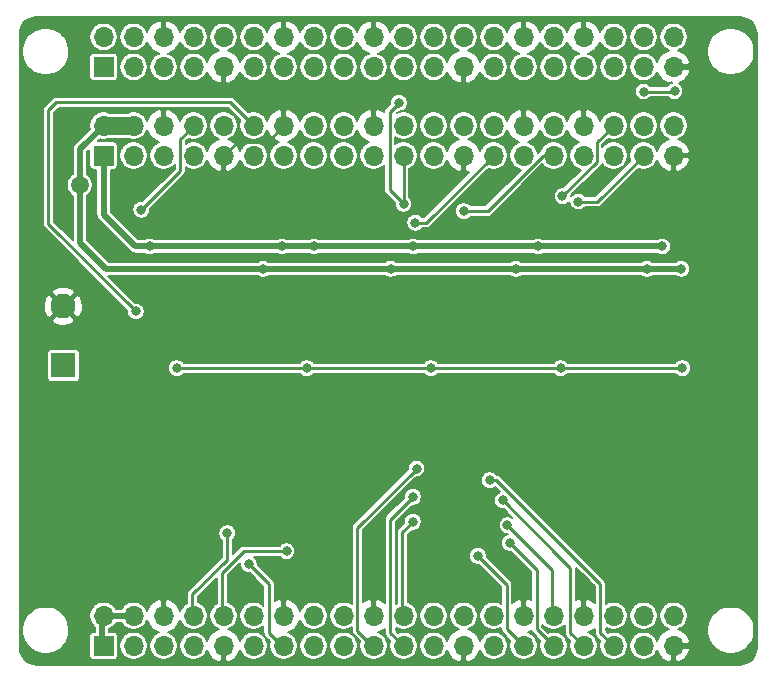
<source format=gbr>
G04 #@! TF.GenerationSoftware,KiCad,Pcbnew,5.1.6*
G04 #@! TF.CreationDate,2020-06-26T19:26:29+02:00*
G04 #@! TF.ProjectId,F010_rpi_logic_level_shifter_hat,46303130-5f72-4706-995f-6c6f6769635f,rev?*
G04 #@! TF.SameCoordinates,PXa52d280PY2b953a0*
G04 #@! TF.FileFunction,Copper,L2,Bot*
G04 #@! TF.FilePolarity,Positive*
%FSLAX46Y46*%
G04 Gerber Fmt 4.6, Leading zero omitted, Abs format (unit mm)*
G04 Created by KiCad (PCBNEW 5.1.6) date 2020-06-26 19:26:29*
%MOMM*%
%LPD*%
G01*
G04 APERTURE LIST*
G04 #@! TA.AperFunction,ComponentPad*
%ADD10O,1.700000X1.700000*%
G04 #@! TD*
G04 #@! TA.AperFunction,ComponentPad*
%ADD11R,1.700000X1.700000*%
G04 #@! TD*
G04 #@! TA.AperFunction,ComponentPad*
%ADD12C,2.100000*%
G04 #@! TD*
G04 #@! TA.AperFunction,ComponentPad*
%ADD13R,2.100000X2.100000*%
G04 #@! TD*
G04 #@! TA.AperFunction,ViaPad*
%ADD14C,0.800000*%
G04 #@! TD*
G04 #@! TA.AperFunction,ViaPad*
%ADD15C,1.500000*%
G04 #@! TD*
G04 #@! TA.AperFunction,Conductor*
%ADD16C,0.250000*%
G04 #@! TD*
G04 #@! TA.AperFunction,Conductor*
%ADD17C,0.500000*%
G04 #@! TD*
G04 #@! TA.AperFunction,Conductor*
%ADD18C,1.500000*%
G04 #@! TD*
G04 #@! TA.AperFunction,Conductor*
%ADD19C,0.200000*%
G04 #@! TD*
G04 APERTURE END LIST*
D10*
G04 #@! TO.P,J3,40*
G04 #@! TO.N,rpi_40*
X-4940000Y-6760000D03*
G04 #@! TO.P,J3,39*
G04 #@! TO.N,GND*
X-4940000Y-9300000D03*
G04 #@! TO.P,J3,38*
G04 #@! TO.N,rpi_38*
X-7480000Y-6760000D03*
G04 #@! TO.P,J3,37*
G04 #@! TO.N,rpi_37*
X-7480000Y-9300000D03*
G04 #@! TO.P,J3,36*
G04 #@! TO.N,rpi_36*
X-10020000Y-6760000D03*
G04 #@! TO.P,J3,35*
G04 #@! TO.N,rpi_35*
X-10020000Y-9300000D03*
G04 #@! TO.P,J3,34*
G04 #@! TO.N,GND*
X-12560000Y-6760000D03*
G04 #@! TO.P,J3,33*
G04 #@! TO.N,rpi_33*
X-12560000Y-9300000D03*
G04 #@! TO.P,J3,32*
G04 #@! TO.N,rpi_32*
X-15100000Y-6760000D03*
G04 #@! TO.P,J3,31*
G04 #@! TO.N,rpi_31*
X-15100000Y-9300000D03*
G04 #@! TO.P,J3,30*
G04 #@! TO.N,GND*
X-17640000Y-6760000D03*
G04 #@! TO.P,J3,29*
G04 #@! TO.N,rpi_29*
X-17640000Y-9300000D03*
G04 #@! TO.P,J3,28*
G04 #@! TO.N,rpi_28*
X-20180000Y-6760000D03*
G04 #@! TO.P,J3,27*
G04 #@! TO.N,rpi_27*
X-20180000Y-9300000D03*
G04 #@! TO.P,J3,26*
G04 #@! TO.N,rpi_26*
X-22720000Y-6760000D03*
G04 #@! TO.P,J3,25*
G04 #@! TO.N,GND*
X-22720000Y-9300000D03*
G04 #@! TO.P,J3,24*
G04 #@! TO.N,rpi_24*
X-25260000Y-6760000D03*
G04 #@! TO.P,J3,23*
G04 #@! TO.N,rpi_23*
X-25260000Y-9300000D03*
G04 #@! TO.P,J3,22*
G04 #@! TO.N,rpi_22*
X-27800000Y-6760000D03*
G04 #@! TO.P,J3,21*
G04 #@! TO.N,rpi_21*
X-27800000Y-9300000D03*
G04 #@! TO.P,J3,20*
G04 #@! TO.N,GND*
X-30340000Y-6760000D03*
G04 #@! TO.P,J3,19*
G04 #@! TO.N,rpi_19*
X-30340000Y-9300000D03*
G04 #@! TO.P,J3,18*
G04 #@! TO.N,rpi_18*
X-32880000Y-6760000D03*
G04 #@! TO.P,J3,17*
G04 #@! TO.N,+3V3*
X-32880000Y-9300000D03*
G04 #@! TO.P,J3,16*
G04 #@! TO.N,rpi_16*
X-35420000Y-6760000D03*
G04 #@! TO.P,J3,15*
G04 #@! TO.N,rpi_15*
X-35420000Y-9300000D03*
G04 #@! TO.P,J3,14*
G04 #@! TO.N,GND*
X-37960000Y-6760000D03*
G04 #@! TO.P,J3,13*
G04 #@! TO.N,rpi_13*
X-37960000Y-9300000D03*
G04 #@! TO.P,J3,12*
G04 #@! TO.N,rpi_12*
X-40500000Y-6760000D03*
G04 #@! TO.P,J3,11*
G04 #@! TO.N,rpi_11*
X-40500000Y-9300000D03*
G04 #@! TO.P,J3,10*
G04 #@! TO.N,rpi_10*
X-43040000Y-6760000D03*
G04 #@! TO.P,J3,9*
G04 #@! TO.N,GND*
X-43040000Y-9300000D03*
G04 #@! TO.P,J3,8*
G04 #@! TO.N,rpi_8*
X-45580000Y-6760000D03*
G04 #@! TO.P,J3,7*
G04 #@! TO.N,rpi_7*
X-45580000Y-9300000D03*
G04 #@! TO.P,J3,6*
G04 #@! TO.N,GND*
X-48120000Y-6760000D03*
G04 #@! TO.P,J3,5*
G04 #@! TO.N,rpi_5*
X-48120000Y-9300000D03*
G04 #@! TO.P,J3,4*
G04 #@! TO.N,+5V*
X-50660000Y-6760000D03*
G04 #@! TO.P,J3,3*
G04 #@! TO.N,rpi_3*
X-50660000Y-9300000D03*
G04 #@! TO.P,J3,2*
G04 #@! TO.N,+5V*
X-53200000Y-6760000D03*
D11*
G04 #@! TO.P,J3,1*
G04 #@! TO.N,+3V3*
X-53200000Y-9300000D03*
G04 #@! TD*
D10*
G04 #@! TO.P,J4,40*
G04 #@! TO.N,rpi5_40*
X-4940000Y-48270000D03*
G04 #@! TO.P,J4,39*
G04 #@! TO.N,GND*
X-4940000Y-50810000D03*
G04 #@! TO.P,J4,38*
G04 #@! TO.N,rpi5_38*
X-7480000Y-48270000D03*
G04 #@! TO.P,J4,37*
G04 #@! TO.N,rpi5_37*
X-7480000Y-50810000D03*
G04 #@! TO.P,J4,36*
G04 #@! TO.N,rpi5_36*
X-10020000Y-48270000D03*
G04 #@! TO.P,J4,35*
G04 #@! TO.N,rpi5_35*
X-10020000Y-50810000D03*
G04 #@! TO.P,J4,34*
G04 #@! TO.N,GND*
X-12560000Y-48270000D03*
G04 #@! TO.P,J4,33*
G04 #@! TO.N,rpi5_33*
X-12560000Y-50810000D03*
G04 #@! TO.P,J4,32*
G04 #@! TO.N,rpi5_32*
X-15100000Y-48270000D03*
G04 #@! TO.P,J4,31*
G04 #@! TO.N,rpi5_31*
X-15100000Y-50810000D03*
G04 #@! TO.P,J4,30*
G04 #@! TO.N,GND*
X-17640000Y-48270000D03*
G04 #@! TO.P,J4,29*
G04 #@! TO.N,rpi5_29*
X-17640000Y-50810000D03*
G04 #@! TO.P,J4,28*
G04 #@! TO.N,rpi5_28*
X-20180000Y-48270000D03*
G04 #@! TO.P,J4,27*
G04 #@! TO.N,rpi5_27*
X-20180000Y-50810000D03*
G04 #@! TO.P,J4,26*
G04 #@! TO.N,rpi5_26*
X-22720000Y-48270000D03*
G04 #@! TO.P,J4,25*
G04 #@! TO.N,GND*
X-22720000Y-50810000D03*
G04 #@! TO.P,J4,24*
G04 #@! TO.N,rpi5_24*
X-25260000Y-48270000D03*
G04 #@! TO.P,J4,23*
G04 #@! TO.N,rpi5_23*
X-25260000Y-50810000D03*
G04 #@! TO.P,J4,22*
G04 #@! TO.N,rpi5_22*
X-27800000Y-48270000D03*
G04 #@! TO.P,J4,21*
G04 #@! TO.N,rpi5_21*
X-27800000Y-50810000D03*
G04 #@! TO.P,J4,20*
G04 #@! TO.N,GND*
X-30340000Y-48270000D03*
G04 #@! TO.P,J4,19*
G04 #@! TO.N,rpi5_19*
X-30340000Y-50810000D03*
G04 #@! TO.P,J4,18*
G04 #@! TO.N,rpi5_18*
X-32880000Y-48270000D03*
G04 #@! TO.P,J4,17*
G04 #@! TO.N,+5V*
X-32880000Y-50810000D03*
G04 #@! TO.P,J4,16*
G04 #@! TO.N,rpi5_16*
X-35420000Y-48270000D03*
G04 #@! TO.P,J4,15*
G04 #@! TO.N,rpi5_15*
X-35420000Y-50810000D03*
G04 #@! TO.P,J4,14*
G04 #@! TO.N,GND*
X-37960000Y-48270000D03*
G04 #@! TO.P,J4,13*
G04 #@! TO.N,rpi5_13*
X-37960000Y-50810000D03*
G04 #@! TO.P,J4,12*
G04 #@! TO.N,rpi5_12*
X-40500000Y-48270000D03*
G04 #@! TO.P,J4,11*
G04 #@! TO.N,rpi5_11*
X-40500000Y-50810000D03*
G04 #@! TO.P,J4,10*
G04 #@! TO.N,rpi5_10*
X-43040000Y-48270000D03*
G04 #@! TO.P,J4,9*
G04 #@! TO.N,GND*
X-43040000Y-50810000D03*
G04 #@! TO.P,J4,8*
G04 #@! TO.N,rpi5_8*
X-45580000Y-48270000D03*
G04 #@! TO.P,J4,7*
G04 #@! TO.N,rpi5_7*
X-45580000Y-50810000D03*
G04 #@! TO.P,J4,6*
G04 #@! TO.N,GND*
X-48120000Y-48270000D03*
G04 #@! TO.P,J4,5*
G04 #@! TO.N,rpi5_5*
X-48120000Y-50810000D03*
G04 #@! TO.P,J4,4*
G04 #@! TO.N,+5V*
X-50660000Y-48270000D03*
G04 #@! TO.P,J4,3*
G04 #@! TO.N,rpi5_3*
X-50660000Y-50810000D03*
G04 #@! TO.P,J4,2*
G04 #@! TO.N,+5V*
X-53200000Y-48270000D03*
D11*
G04 #@! TO.P,J4,1*
X-53200000Y-50810000D03*
G04 #@! TD*
D10*
G04 #@! TO.P,J1,40*
G04 #@! TO.N,rpi_40*
X-4940000Y740000D03*
G04 #@! TO.P,J1,39*
G04 #@! TO.N,GND*
X-4940000Y-1800000D03*
G04 #@! TO.P,J1,38*
G04 #@! TO.N,rpi_38*
X-7480000Y740000D03*
G04 #@! TO.P,J1,37*
G04 #@! TO.N,rpi_37*
X-7480000Y-1800000D03*
G04 #@! TO.P,J1,36*
G04 #@! TO.N,rpi_36*
X-10020000Y740000D03*
G04 #@! TO.P,J1,35*
G04 #@! TO.N,rpi_35*
X-10020000Y-1800000D03*
G04 #@! TO.P,J1,34*
G04 #@! TO.N,GND*
X-12560000Y740000D03*
G04 #@! TO.P,J1,33*
G04 #@! TO.N,rpi_33*
X-12560000Y-1800000D03*
G04 #@! TO.P,J1,32*
G04 #@! TO.N,rpi_32*
X-15100000Y740000D03*
G04 #@! TO.P,J1,31*
G04 #@! TO.N,rpi_31*
X-15100000Y-1800000D03*
G04 #@! TO.P,J1,30*
G04 #@! TO.N,GND*
X-17640000Y740000D03*
G04 #@! TO.P,J1,29*
G04 #@! TO.N,rpi_29*
X-17640000Y-1800000D03*
G04 #@! TO.P,J1,28*
G04 #@! TO.N,rpi_28*
X-20180000Y740000D03*
G04 #@! TO.P,J1,27*
G04 #@! TO.N,rpi_27*
X-20180000Y-1800000D03*
G04 #@! TO.P,J1,26*
G04 #@! TO.N,rpi_26*
X-22720000Y740000D03*
G04 #@! TO.P,J1,25*
G04 #@! TO.N,GND*
X-22720000Y-1800000D03*
G04 #@! TO.P,J1,24*
G04 #@! TO.N,rpi_24*
X-25260000Y740000D03*
G04 #@! TO.P,J1,23*
G04 #@! TO.N,rpi_23*
X-25260000Y-1800000D03*
G04 #@! TO.P,J1,22*
G04 #@! TO.N,rpi_22*
X-27800000Y740000D03*
G04 #@! TO.P,J1,21*
G04 #@! TO.N,rpi_21*
X-27800000Y-1800000D03*
G04 #@! TO.P,J1,20*
G04 #@! TO.N,GND*
X-30340000Y740000D03*
G04 #@! TO.P,J1,19*
G04 #@! TO.N,rpi_19*
X-30340000Y-1800000D03*
G04 #@! TO.P,J1,18*
G04 #@! TO.N,rpi_18*
X-32880000Y740000D03*
G04 #@! TO.P,J1,17*
G04 #@! TO.N,+3V3*
X-32880000Y-1800000D03*
G04 #@! TO.P,J1,16*
G04 #@! TO.N,rpi_16*
X-35420000Y740000D03*
G04 #@! TO.P,J1,15*
G04 #@! TO.N,rpi_15*
X-35420000Y-1800000D03*
G04 #@! TO.P,J1,14*
G04 #@! TO.N,GND*
X-37960000Y740000D03*
G04 #@! TO.P,J1,13*
G04 #@! TO.N,rpi_13*
X-37960000Y-1800000D03*
G04 #@! TO.P,J1,12*
G04 #@! TO.N,rpi_12*
X-40500000Y740000D03*
G04 #@! TO.P,J1,11*
G04 #@! TO.N,rpi_11*
X-40500000Y-1800000D03*
G04 #@! TO.P,J1,10*
G04 #@! TO.N,rpi_10*
X-43040000Y740000D03*
G04 #@! TO.P,J1,9*
G04 #@! TO.N,GND*
X-43040000Y-1800000D03*
G04 #@! TO.P,J1,8*
G04 #@! TO.N,rpi_8*
X-45580000Y740000D03*
G04 #@! TO.P,J1,7*
G04 #@! TO.N,rpi_7*
X-45580000Y-1800000D03*
G04 #@! TO.P,J1,6*
G04 #@! TO.N,GND*
X-48120000Y740000D03*
G04 #@! TO.P,J1,5*
G04 #@! TO.N,rpi_5*
X-48120000Y-1800000D03*
G04 #@! TO.P,J1,4*
G04 #@! TO.N,+5V*
X-50660000Y740000D03*
G04 #@! TO.P,J1,3*
G04 #@! TO.N,rpi_3*
X-50660000Y-1800000D03*
G04 #@! TO.P,J1,2*
G04 #@! TO.N,+5V*
X-53200000Y740000D03*
D11*
G04 #@! TO.P,J1,1*
G04 #@! TO.N,+3V3*
X-53200000Y-1800000D03*
G04 #@! TD*
D12*
G04 #@! TO.P,J2,2*
G04 #@! TO.N,GND*
X-56600000Y-22075000D03*
D13*
G04 #@! TO.P,J2,1*
G04 #@! TO.N,+5V*
X-56600000Y-27075000D03*
G04 #@! TD*
D14*
G04 #@! TO.N,GND*
X-10900000Y-24750000D03*
X-20500000Y-28950000D03*
X-41450000Y-28750000D03*
X-31200000Y-28650000D03*
X-26700000Y-31410000D03*
X-37640000Y-35880000D03*
X-45790000Y-35880000D03*
X-39590000Y-13060000D03*
X-29230000Y-14610000D03*
G04 #@! TO.N,rpi_37*
X-13000000Y-13200000D03*
X-4850000Y-3850000D03*
X-7480000Y-3880000D03*
G04 #@! TO.N,rpi_36*
X-14347499Y-12752501D03*
G04 #@! TO.N,rpi_31*
X-22700000Y-14000000D03*
G04 #@! TO.N,rpi_27*
X-26800000Y-15000000D03*
G04 #@! TO.N,rpi_21*
X-28200000Y-4850000D03*
X-27800000Y-13400000D03*
G04 #@! TO.N,+3V3*
X-49300000Y-17000000D03*
X-38100000Y-17000000D03*
X-27000000Y-17000000D03*
X-16400000Y-17000000D03*
X-5900000Y-17000000D03*
X-35400000Y-17000000D03*
G04 #@! TO.N,rpi_12*
X-50475000Y-22500000D03*
G04 #@! TO.N,rpi_8*
X-50000000Y-13900000D03*
D15*
G04 #@! TO.N,+5V*
X-55225000Y-11800000D03*
D14*
X-7200000Y-18900000D03*
X-18300000Y-18900000D03*
X-28900000Y-18900000D03*
X-39700000Y-18900000D03*
X-4300000Y-18900000D03*
G04 #@! TO.N,rpi5_35*
X-20500000Y-36800000D03*
G04 #@! TO.N,rpi5_33*
X-19400000Y-38500000D03*
G04 #@! TO.N,rpi5_32*
X-19000000Y-40600000D03*
G04 #@! TO.N,rpi5_31*
X-18800000Y-42100000D03*
G04 #@! TO.N,rpi5_29*
X-21500000Y-43200000D03*
G04 #@! TO.N,rpi5_22*
X-27000000Y-40300000D03*
G04 #@! TO.N,rpi5_21*
X-27000000Y-38200000D03*
G04 #@! TO.N,rpi5_19*
X-26700000Y-35800000D03*
G04 #@! TO.N,rpi5_13*
X-40900000Y-43900000D03*
G04 #@! TO.N,rpi5_10*
X-37700000Y-42800000D03*
G04 #@! TO.N,rpi5_8*
X-42724919Y-41275081D03*
G04 #@! TO.N,EN*
X-25500000Y-27300000D03*
X-14500000Y-27300000D03*
X-47000000Y-27300000D03*
X-36000000Y-27300000D03*
X-4200000Y-27300000D03*
G04 #@! TD*
D16*
G04 #@! TO.N,GND*
X-39324999Y-8124999D02*
X-37960000Y-6760000D01*
X-41864999Y-8124999D02*
X-39324999Y-8124999D01*
X-43040000Y-9300000D02*
X-41864999Y-8124999D01*
G04 #@! TO.N,rpi_37*
X-11380000Y-13200000D02*
X-7480000Y-9300000D01*
X-13000000Y-13200000D02*
X-11380000Y-13200000D01*
X-4880000Y-3880000D02*
X-4850000Y-3850000D01*
X-7480000Y-3880000D02*
X-4880000Y-3880000D01*
G04 #@! TO.N,rpi_36*
X-11434999Y-9840001D02*
X-14347499Y-12752501D01*
X-11434999Y-8174999D02*
X-11434999Y-9840001D01*
X-10020000Y-6760000D02*
X-11434999Y-8174999D01*
X-14347499Y-12752501D02*
X-14394998Y-12800000D01*
G04 #@! TO.N,rpi_31*
X-15974998Y-9300000D02*
X-15100000Y-9300000D01*
X-20674998Y-14000000D02*
X-15974998Y-9300000D01*
X-22700000Y-14000000D02*
X-20674998Y-14000000D01*
G04 #@! TO.N,rpi_27*
X-25880000Y-15000000D02*
X-20180000Y-9300000D01*
X-26800000Y-15000000D02*
X-25880000Y-15000000D01*
G04 #@! TO.N,rpi_21*
X-28975001Y-12224999D02*
X-27800000Y-13400000D01*
X-28975001Y-5625001D02*
X-28975001Y-12224999D01*
X-28200000Y-4850000D02*
X-28975001Y-5625001D01*
X-27800000Y-9300000D02*
X-27800000Y-13400000D01*
D17*
G04 #@! TO.N,+3V3*
X-53200000Y-9300000D02*
X-53200000Y-14300000D01*
X-53200000Y-14300000D02*
X-50500000Y-17000000D01*
X-50500000Y-17000000D02*
X-49300000Y-17000000D01*
X-49300000Y-17000000D02*
X-38100000Y-17000000D01*
X-38100000Y-17000000D02*
X-35400000Y-17000000D01*
X-16400000Y-17000000D02*
X-5900000Y-17000000D01*
X-35400000Y-17000000D02*
X-16400000Y-17000000D01*
D16*
G04 #@! TO.N,rpi_12*
X-42460000Y-4800000D02*
X-40500000Y-6760000D01*
X-57200000Y-4800000D02*
X-42460000Y-4800000D01*
X-57875011Y-5475011D02*
X-57200000Y-4800000D01*
X-57875011Y-15099989D02*
X-57875011Y-5475011D01*
X-50475000Y-22500000D02*
X-57875011Y-15099989D01*
G04 #@! TO.N,rpi_8*
X-46705001Y-7885001D02*
X-45580000Y-6760000D01*
X-46705001Y-10605001D02*
X-46705001Y-7885001D01*
X-50000000Y-13900000D02*
X-46705001Y-10605001D01*
D18*
G04 #@! TO.N,+5V*
X-53200000Y-6760000D02*
X-50660000Y-6760000D01*
D17*
X-53300000Y-48270000D02*
X-50760000Y-48270000D01*
X-53300000Y-48270000D02*
X-53300000Y-50810000D01*
X-55225000Y-8785000D02*
X-53200000Y-6760000D01*
X-55225000Y-11800000D02*
X-55225000Y-8785000D01*
X-55225000Y-11800000D02*
X-55225000Y-14575000D01*
X-55225000Y-16675000D02*
X-55225000Y-11800000D01*
X-55225000Y-16675000D02*
X-53000000Y-18900000D01*
X-53000000Y-18900000D02*
X-39700000Y-18900000D01*
X-18300000Y-18900000D02*
X-7200000Y-18900000D01*
X-39700000Y-18900000D02*
X-18300000Y-18900000D01*
X-7200000Y-18900000D02*
X-4300000Y-18900000D01*
D16*
G04 #@! TO.N,rpi5_35*
X-20500000Y-36800000D02*
X-19934315Y-36800000D01*
X-11145001Y-49684999D02*
X-11145001Y-45589313D01*
X-10020000Y-50810000D02*
X-11145001Y-49684999D01*
X-11145001Y-45589313D02*
X-11952157Y-44782157D01*
X-11952157Y-44782157D02*
X-11534999Y-45199316D01*
X-19934315Y-36800000D02*
X-11952157Y-44782157D01*
G04 #@! TO.N,rpi5_33*
X-13685001Y-44214999D02*
X-14555000Y-43345000D01*
X-13685001Y-49684999D02*
X-13685001Y-44214999D01*
X-12560000Y-50810000D02*
X-13685001Y-49684999D01*
X-14555000Y-43345000D02*
X-14074999Y-43825001D01*
X-19400000Y-38500000D02*
X-14555000Y-43345000D01*
G04 #@! TO.N,rpi5_32*
X-15200000Y-44400000D02*
X-15200000Y-46460000D01*
X-19000000Y-40600000D02*
X-15200000Y-44400000D01*
X-15200000Y-46460000D02*
X-15200000Y-48270000D01*
G04 #@! TO.N,rpi5_31*
X-18800000Y-42100000D02*
X-16614999Y-44285001D01*
X-16514999Y-44385001D02*
X-18800000Y-42100000D01*
X-16514999Y-49395001D02*
X-16514999Y-44385001D01*
X-15100000Y-50810000D02*
X-16514999Y-49395001D01*
G04 #@! TO.N,rpi5_29*
X-19054999Y-45645001D02*
X-21500000Y-43200000D01*
X-19054999Y-49395001D02*
X-19054999Y-45645001D01*
X-17640000Y-50810000D02*
X-19054999Y-49395001D01*
G04 #@! TO.N,rpi5_22*
X-27900000Y-41200000D02*
X-27000000Y-40300000D01*
X-27900000Y-46460000D02*
X-27900000Y-41200000D01*
X-27900000Y-46460000D02*
X-27900000Y-48270000D01*
G04 #@! TO.N,rpi5_21*
X-28925001Y-49684999D02*
X-28925001Y-40125001D01*
X-28925001Y-40125001D02*
X-27000000Y-38200000D01*
X-27800000Y-50810000D02*
X-28925001Y-49684999D01*
G04 #@! TO.N,rpi5_19*
X-31565001Y-49684999D02*
X-30440000Y-50810000D01*
X-31700000Y-49550000D02*
X-30440000Y-50810000D01*
X-31700000Y-40800000D02*
X-31700000Y-49550000D01*
X-26700000Y-35800000D02*
X-31700000Y-40800000D01*
G04 #@! TO.N,rpi5_13*
X-39185001Y-49684999D02*
X-38060000Y-50810000D01*
X-39185001Y-45614999D02*
X-39185001Y-49684999D01*
X-40900000Y-43900000D02*
X-39185001Y-45614999D01*
G04 #@! TO.N,rpi5_10*
X-43140000Y-44640000D02*
X-43140000Y-46460000D01*
X-41300000Y-42800000D02*
X-43140000Y-44640000D01*
X-37700000Y-42800000D02*
X-41300000Y-42800000D01*
X-43140000Y-46460000D02*
X-43140000Y-48270000D01*
G04 #@! TO.N,rpi5_8*
X-42724919Y-43504919D02*
X-45680000Y-46460000D01*
X-42724919Y-41275081D02*
X-42724919Y-43504919D01*
X-45680000Y-46460000D02*
X-45680000Y-48270000D01*
G04 #@! TO.N,EN*
X-14500000Y-27300000D02*
X-25500000Y-27300000D01*
X-25500000Y-27300000D02*
X-36000000Y-27300000D01*
X-36000000Y-27300000D02*
X-47000000Y-27300000D01*
X-14500000Y-27300000D02*
X-4200000Y-27300000D01*
G04 #@! TD*
D19*
G04 #@! TO.N,GND*
G36*
X971366Y2370515D02*
G01*
X1232403Y2291704D01*
X1473154Y2163694D01*
X1684461Y1991356D01*
X1858268Y1781261D01*
X1987955Y1541409D01*
X2068586Y1280931D01*
X2100000Y982053D01*
X2100001Y-50970649D01*
X2070515Y-51271367D01*
X1991703Y-51532405D01*
X1863694Y-51773153D01*
X1691354Y-51984463D01*
X1481261Y-52158268D01*
X1241409Y-52287955D01*
X980930Y-52368586D01*
X682053Y-52400000D01*
X-58870659Y-52400000D01*
X-59171367Y-52370515D01*
X-59432405Y-52291703D01*
X-59673153Y-52163694D01*
X-59884463Y-51991354D01*
X-60058268Y-51781261D01*
X-60187955Y-51541409D01*
X-60268586Y-51280930D01*
X-60300000Y-50982053D01*
X-60300000Y-49302005D01*
X-60110273Y-49302005D01*
X-60110273Y-49697995D01*
X-60033019Y-50086375D01*
X-59881481Y-50452221D01*
X-59661481Y-50781474D01*
X-59381474Y-51061481D01*
X-59052221Y-51281481D01*
X-58686375Y-51433019D01*
X-58297995Y-51510273D01*
X-57902005Y-51510273D01*
X-57513625Y-51433019D01*
X-57147779Y-51281481D01*
X-56818526Y-51061481D01*
X-56538519Y-50781474D01*
X-56318519Y-50452221D01*
X-56166981Y-50086375D01*
X-56141844Y-49960000D01*
X-54401693Y-49960000D01*
X-54401693Y-51660000D01*
X-54394935Y-51728612D01*
X-54374922Y-51794587D01*
X-54342422Y-51855390D01*
X-54298685Y-51908685D01*
X-54245390Y-51952422D01*
X-54184587Y-51984922D01*
X-54118612Y-52004935D01*
X-54050000Y-52011693D01*
X-52350000Y-52011693D01*
X-52281388Y-52004935D01*
X-52215413Y-51984922D01*
X-52154610Y-51952422D01*
X-52101315Y-51908685D01*
X-52057578Y-51855390D01*
X-52025078Y-51794587D01*
X-52005065Y-51728612D01*
X-51998307Y-51660000D01*
X-51998307Y-50691810D01*
X-51860000Y-50691810D01*
X-51860000Y-50928190D01*
X-51813884Y-51160027D01*
X-51723426Y-51378413D01*
X-51592101Y-51574955D01*
X-51424955Y-51742101D01*
X-51228413Y-51873426D01*
X-51010027Y-51963884D01*
X-50778190Y-52010000D01*
X-50541810Y-52010000D01*
X-50309973Y-51963884D01*
X-50091587Y-51873426D01*
X-49895045Y-51742101D01*
X-49727899Y-51574955D01*
X-49596574Y-51378413D01*
X-49506116Y-51160027D01*
X-49460000Y-50928190D01*
X-49460000Y-50691810D01*
X-49506116Y-50459973D01*
X-49596574Y-50241587D01*
X-49727899Y-50045045D01*
X-49895045Y-49877899D01*
X-50091587Y-49746574D01*
X-50309973Y-49656116D01*
X-50541810Y-49610000D01*
X-50778190Y-49610000D01*
X-51010027Y-49656116D01*
X-51228413Y-49746574D01*
X-51424955Y-49877899D01*
X-51592101Y-50045045D01*
X-51723426Y-50241587D01*
X-51813884Y-50459973D01*
X-51860000Y-50691810D01*
X-51998307Y-50691810D01*
X-51998307Y-49960000D01*
X-52005065Y-49891388D01*
X-52025078Y-49825413D01*
X-52057578Y-49764610D01*
X-52101315Y-49711315D01*
X-52154610Y-49667578D01*
X-52215413Y-49635078D01*
X-52281388Y-49615065D01*
X-52350000Y-49608307D01*
X-52700000Y-49608307D01*
X-52700000Y-49361763D01*
X-52631587Y-49333426D01*
X-52435045Y-49202101D01*
X-52267899Y-49034955D01*
X-52157680Y-48870000D01*
X-51702320Y-48870000D01*
X-51592101Y-49034955D01*
X-51424955Y-49202101D01*
X-51228413Y-49333426D01*
X-51010027Y-49423884D01*
X-50778190Y-49470000D01*
X-50541810Y-49470000D01*
X-50309973Y-49423884D01*
X-50091587Y-49333426D01*
X-49895045Y-49202101D01*
X-49727899Y-49034955D01*
X-49596574Y-48838413D01*
X-49523222Y-48661324D01*
X-49426935Y-48916300D01*
X-49275736Y-49158852D01*
X-49080122Y-49367246D01*
X-48847611Y-49533473D01*
X-48587139Y-49651146D01*
X-48512601Y-49673751D01*
X-48688413Y-49746574D01*
X-48884955Y-49877899D01*
X-49052101Y-50045045D01*
X-49183426Y-50241587D01*
X-49273884Y-50459973D01*
X-49320000Y-50691810D01*
X-49320000Y-50928190D01*
X-49273884Y-51160027D01*
X-49183426Y-51378413D01*
X-49052101Y-51574955D01*
X-48884955Y-51742101D01*
X-48688413Y-51873426D01*
X-48470027Y-51963884D01*
X-48238190Y-52010000D01*
X-48001810Y-52010000D01*
X-47769973Y-51963884D01*
X-47551587Y-51873426D01*
X-47355045Y-51742101D01*
X-47187899Y-51574955D01*
X-47056574Y-51378413D01*
X-46966116Y-51160027D01*
X-46920000Y-50928190D01*
X-46920000Y-50691810D01*
X-46966116Y-50459973D01*
X-47056574Y-50241587D01*
X-47187899Y-50045045D01*
X-47355045Y-49877899D01*
X-47551587Y-49746574D01*
X-47727399Y-49673751D01*
X-47652861Y-49651146D01*
X-47392389Y-49533473D01*
X-47159878Y-49367246D01*
X-46964264Y-49158852D01*
X-46813065Y-48916300D01*
X-46716778Y-48661324D01*
X-46643426Y-48838413D01*
X-46512101Y-49034955D01*
X-46344955Y-49202101D01*
X-46148413Y-49333426D01*
X-45930027Y-49423884D01*
X-45698190Y-49470000D01*
X-45461810Y-49470000D01*
X-45229973Y-49423884D01*
X-45011587Y-49333426D01*
X-44815045Y-49202101D01*
X-44647899Y-49034955D01*
X-44516574Y-48838413D01*
X-44426116Y-48620027D01*
X-44380000Y-48388190D01*
X-44380000Y-48151810D01*
X-44426116Y-47919973D01*
X-44516574Y-47701587D01*
X-44647899Y-47505045D01*
X-44815045Y-47337899D01*
X-45011587Y-47206574D01*
X-45205000Y-47126460D01*
X-45205000Y-46656750D01*
X-43615000Y-45066751D01*
X-43614999Y-46436659D01*
X-43615000Y-46436669D01*
X-43615000Y-47210975D01*
X-43804955Y-47337899D01*
X-43972101Y-47505045D01*
X-44103426Y-47701587D01*
X-44193884Y-47919973D01*
X-44240000Y-48151810D01*
X-44240000Y-48388190D01*
X-44193884Y-48620027D01*
X-44103426Y-48838413D01*
X-43972101Y-49034955D01*
X-43804955Y-49202101D01*
X-43608413Y-49333426D01*
X-43432601Y-49406249D01*
X-43507139Y-49428854D01*
X-43767611Y-49546527D01*
X-44000122Y-49712754D01*
X-44195736Y-49921148D01*
X-44346935Y-50163700D01*
X-44443222Y-50418676D01*
X-44516574Y-50241587D01*
X-44647899Y-50045045D01*
X-44815045Y-49877899D01*
X-45011587Y-49746574D01*
X-45229973Y-49656116D01*
X-45461810Y-49610000D01*
X-45698190Y-49610000D01*
X-45930027Y-49656116D01*
X-46148413Y-49746574D01*
X-46344955Y-49877899D01*
X-46512101Y-50045045D01*
X-46643426Y-50241587D01*
X-46733884Y-50459973D01*
X-46780000Y-50691810D01*
X-46780000Y-50928190D01*
X-46733884Y-51160027D01*
X-46643426Y-51378413D01*
X-46512101Y-51574955D01*
X-46344955Y-51742101D01*
X-46148413Y-51873426D01*
X-45930027Y-51963884D01*
X-45698190Y-52010000D01*
X-45461810Y-52010000D01*
X-45229973Y-51963884D01*
X-45011587Y-51873426D01*
X-44815045Y-51742101D01*
X-44647899Y-51574955D01*
X-44516574Y-51378413D01*
X-44443222Y-51201324D01*
X-44346935Y-51456300D01*
X-44195736Y-51698852D01*
X-44000122Y-51907246D01*
X-43767611Y-52073473D01*
X-43507139Y-52191146D01*
X-43418910Y-52217903D01*
X-43194000Y-52106889D01*
X-43194000Y-50964000D01*
X-43214000Y-50964000D01*
X-43214000Y-50656000D01*
X-43194000Y-50656000D01*
X-43194000Y-50636000D01*
X-42886000Y-50636000D01*
X-42886000Y-50656000D01*
X-42866000Y-50656000D01*
X-42866000Y-50964000D01*
X-42886000Y-50964000D01*
X-42886000Y-52106889D01*
X-42661090Y-52217903D01*
X-42572861Y-52191146D01*
X-42312389Y-52073473D01*
X-42079878Y-51907246D01*
X-41884264Y-51698852D01*
X-41733065Y-51456300D01*
X-41636778Y-51201324D01*
X-41563426Y-51378413D01*
X-41432101Y-51574955D01*
X-41264955Y-51742101D01*
X-41068413Y-51873426D01*
X-40850027Y-51963884D01*
X-40618190Y-52010000D01*
X-40381810Y-52010000D01*
X-40149973Y-51963884D01*
X-39931587Y-51873426D01*
X-39735045Y-51742101D01*
X-39567899Y-51574955D01*
X-39436574Y-51378413D01*
X-39346116Y-51160027D01*
X-39300000Y-50928190D01*
X-39300000Y-50691810D01*
X-39346116Y-50459973D01*
X-39436574Y-50241587D01*
X-39567899Y-50045045D01*
X-39735045Y-49877899D01*
X-39931587Y-49746574D01*
X-40149973Y-49656116D01*
X-40381810Y-49610000D01*
X-40618190Y-49610000D01*
X-40850027Y-49656116D01*
X-41068413Y-49746574D01*
X-41264955Y-49877899D01*
X-41432101Y-50045045D01*
X-41563426Y-50241587D01*
X-41636778Y-50418676D01*
X-41733065Y-50163700D01*
X-41884264Y-49921148D01*
X-42079878Y-49712754D01*
X-42312389Y-49546527D01*
X-42572861Y-49428854D01*
X-42647399Y-49406249D01*
X-42471587Y-49333426D01*
X-42275045Y-49202101D01*
X-42107899Y-49034955D01*
X-41976574Y-48838413D01*
X-41886116Y-48620027D01*
X-41840000Y-48388190D01*
X-41840000Y-48151810D01*
X-41886116Y-47919973D01*
X-41976574Y-47701587D01*
X-42107899Y-47505045D01*
X-42275045Y-47337899D01*
X-42471587Y-47206574D01*
X-42665000Y-47126460D01*
X-42665000Y-44836750D01*
X-41648912Y-43820663D01*
X-41650000Y-43826131D01*
X-41650000Y-43973869D01*
X-41621178Y-44118767D01*
X-41564641Y-44255258D01*
X-41482563Y-44378097D01*
X-41378097Y-44482563D01*
X-41255258Y-44564641D01*
X-41118767Y-44621178D01*
X-40973869Y-44650000D01*
X-40826131Y-44650000D01*
X-40822477Y-44649273D01*
X-39660001Y-45811751D01*
X-39660001Y-47412943D01*
X-39735045Y-47337899D01*
X-39931587Y-47206574D01*
X-40149973Y-47116116D01*
X-40381810Y-47070000D01*
X-40618190Y-47070000D01*
X-40850027Y-47116116D01*
X-41068413Y-47206574D01*
X-41264955Y-47337899D01*
X-41432101Y-47505045D01*
X-41563426Y-47701587D01*
X-41653884Y-47919973D01*
X-41700000Y-48151810D01*
X-41700000Y-48388190D01*
X-41653884Y-48620027D01*
X-41563426Y-48838413D01*
X-41432101Y-49034955D01*
X-41264955Y-49202101D01*
X-41068413Y-49333426D01*
X-40850027Y-49423884D01*
X-40618190Y-49470000D01*
X-40381810Y-49470000D01*
X-40149973Y-49423884D01*
X-39931587Y-49333426D01*
X-39735045Y-49202101D01*
X-39660000Y-49127056D01*
X-39660000Y-49661657D01*
X-39662299Y-49684999D01*
X-39653128Y-49778115D01*
X-39635578Y-49835967D01*
X-39625966Y-49867653D01*
X-39581859Y-49950172D01*
X-39522501Y-50022500D01*
X-39504372Y-50037378D01*
X-39104480Y-50437270D01*
X-39113884Y-50459973D01*
X-39160000Y-50691810D01*
X-39160000Y-50928190D01*
X-39113884Y-51160027D01*
X-39023426Y-51378413D01*
X-38892101Y-51574955D01*
X-38724955Y-51742101D01*
X-38528413Y-51873426D01*
X-38310027Y-51963884D01*
X-38078190Y-52010000D01*
X-37841810Y-52010000D01*
X-37609973Y-51963884D01*
X-37391587Y-51873426D01*
X-37195045Y-51742101D01*
X-37027899Y-51574955D01*
X-36896574Y-51378413D01*
X-36806116Y-51160027D01*
X-36760000Y-50928190D01*
X-36760000Y-50691810D01*
X-36620000Y-50691810D01*
X-36620000Y-50928190D01*
X-36573884Y-51160027D01*
X-36483426Y-51378413D01*
X-36352101Y-51574955D01*
X-36184955Y-51742101D01*
X-35988413Y-51873426D01*
X-35770027Y-51963884D01*
X-35538190Y-52010000D01*
X-35301810Y-52010000D01*
X-35069973Y-51963884D01*
X-34851587Y-51873426D01*
X-34655045Y-51742101D01*
X-34487899Y-51574955D01*
X-34356574Y-51378413D01*
X-34266116Y-51160027D01*
X-34220000Y-50928190D01*
X-34220000Y-50691810D01*
X-34080000Y-50691810D01*
X-34080000Y-50928190D01*
X-34033884Y-51160027D01*
X-33943426Y-51378413D01*
X-33812101Y-51574955D01*
X-33644955Y-51742101D01*
X-33448413Y-51873426D01*
X-33230027Y-51963884D01*
X-32998190Y-52010000D01*
X-32761810Y-52010000D01*
X-32529973Y-51963884D01*
X-32311587Y-51873426D01*
X-32115045Y-51742101D01*
X-31947899Y-51574955D01*
X-31816574Y-51378413D01*
X-31726116Y-51160027D01*
X-31680000Y-50928190D01*
X-31680000Y-50691810D01*
X-31726116Y-50459973D01*
X-31816574Y-50241587D01*
X-31947899Y-50045045D01*
X-32115045Y-49877899D01*
X-32311587Y-49746574D01*
X-32529973Y-49656116D01*
X-32761810Y-49610000D01*
X-32998190Y-49610000D01*
X-33230027Y-49656116D01*
X-33448413Y-49746574D01*
X-33644955Y-49877899D01*
X-33812101Y-50045045D01*
X-33943426Y-50241587D01*
X-34033884Y-50459973D01*
X-34080000Y-50691810D01*
X-34220000Y-50691810D01*
X-34266116Y-50459973D01*
X-34356574Y-50241587D01*
X-34487899Y-50045045D01*
X-34655045Y-49877899D01*
X-34851587Y-49746574D01*
X-35069973Y-49656116D01*
X-35301810Y-49610000D01*
X-35538190Y-49610000D01*
X-35770027Y-49656116D01*
X-35988413Y-49746574D01*
X-36184955Y-49877899D01*
X-36352101Y-50045045D01*
X-36483426Y-50241587D01*
X-36573884Y-50459973D01*
X-36620000Y-50691810D01*
X-36760000Y-50691810D01*
X-36806116Y-50459973D01*
X-36896574Y-50241587D01*
X-37027899Y-50045045D01*
X-37195045Y-49877899D01*
X-37391587Y-49746574D01*
X-37567399Y-49673751D01*
X-37492861Y-49651146D01*
X-37232389Y-49533473D01*
X-36999878Y-49367246D01*
X-36804264Y-49158852D01*
X-36653065Y-48916300D01*
X-36556778Y-48661324D01*
X-36483426Y-48838413D01*
X-36352101Y-49034955D01*
X-36184955Y-49202101D01*
X-35988413Y-49333426D01*
X-35770027Y-49423884D01*
X-35538190Y-49470000D01*
X-35301810Y-49470000D01*
X-35069973Y-49423884D01*
X-34851587Y-49333426D01*
X-34655045Y-49202101D01*
X-34487899Y-49034955D01*
X-34356574Y-48838413D01*
X-34266116Y-48620027D01*
X-34220000Y-48388190D01*
X-34220000Y-48151810D01*
X-34080000Y-48151810D01*
X-34080000Y-48388190D01*
X-34033884Y-48620027D01*
X-33943426Y-48838413D01*
X-33812101Y-49034955D01*
X-33644955Y-49202101D01*
X-33448413Y-49333426D01*
X-33230027Y-49423884D01*
X-32998190Y-49470000D01*
X-32761810Y-49470000D01*
X-32529973Y-49423884D01*
X-32311587Y-49333426D01*
X-32174999Y-49242161D01*
X-32174999Y-49526658D01*
X-32177298Y-49550000D01*
X-32168127Y-49643116D01*
X-32147438Y-49711315D01*
X-32140965Y-49732654D01*
X-32096858Y-49815173D01*
X-32037500Y-49887501D01*
X-32019371Y-49902379D01*
X-31484480Y-50437270D01*
X-31493884Y-50459973D01*
X-31540000Y-50691810D01*
X-31540000Y-50928190D01*
X-31493884Y-51160027D01*
X-31403426Y-51378413D01*
X-31272101Y-51574955D01*
X-31104955Y-51742101D01*
X-30908413Y-51873426D01*
X-30690027Y-51963884D01*
X-30458190Y-52010000D01*
X-30221810Y-52010000D01*
X-29989973Y-51963884D01*
X-29771587Y-51873426D01*
X-29575045Y-51742101D01*
X-29407899Y-51574955D01*
X-29276574Y-51378413D01*
X-29186116Y-51160027D01*
X-29140000Y-50928190D01*
X-29140000Y-50691810D01*
X-29186116Y-50459973D01*
X-29276574Y-50241587D01*
X-29407899Y-50045045D01*
X-29575045Y-49877899D01*
X-29771587Y-49746574D01*
X-29947399Y-49673751D01*
X-29872861Y-49651146D01*
X-29612389Y-49533473D01*
X-29400001Y-49381632D01*
X-29400001Y-49661667D01*
X-29402299Y-49684999D01*
X-29400001Y-49708330D01*
X-29393128Y-49778114D01*
X-29365967Y-49867652D01*
X-29321860Y-49950172D01*
X-29262502Y-50022500D01*
X-29244367Y-50037383D01*
X-28915191Y-50366560D01*
X-28953884Y-50459973D01*
X-29000000Y-50691810D01*
X-29000000Y-50928190D01*
X-28953884Y-51160027D01*
X-28863426Y-51378413D01*
X-28732101Y-51574955D01*
X-28564955Y-51742101D01*
X-28368413Y-51873426D01*
X-28150027Y-51963884D01*
X-27918190Y-52010000D01*
X-27681810Y-52010000D01*
X-27449973Y-51963884D01*
X-27231587Y-51873426D01*
X-27035045Y-51742101D01*
X-26867899Y-51574955D01*
X-26736574Y-51378413D01*
X-26646116Y-51160027D01*
X-26600000Y-50928190D01*
X-26600000Y-50691810D01*
X-26460000Y-50691810D01*
X-26460000Y-50928190D01*
X-26413884Y-51160027D01*
X-26323426Y-51378413D01*
X-26192101Y-51574955D01*
X-26024955Y-51742101D01*
X-25828413Y-51873426D01*
X-25610027Y-51963884D01*
X-25378190Y-52010000D01*
X-25141810Y-52010000D01*
X-24909973Y-51963884D01*
X-24691587Y-51873426D01*
X-24495045Y-51742101D01*
X-24327899Y-51574955D01*
X-24196574Y-51378413D01*
X-24123222Y-51201324D01*
X-24026935Y-51456300D01*
X-23875736Y-51698852D01*
X-23680122Y-51907246D01*
X-23447611Y-52073473D01*
X-23187139Y-52191146D01*
X-23098910Y-52217903D01*
X-22874000Y-52106889D01*
X-22874000Y-50964000D01*
X-22894000Y-50964000D01*
X-22894000Y-50656000D01*
X-22874000Y-50656000D01*
X-22874000Y-50636000D01*
X-22566000Y-50636000D01*
X-22566000Y-50656000D01*
X-22546000Y-50656000D01*
X-22546000Y-50964000D01*
X-22566000Y-50964000D01*
X-22566000Y-52106889D01*
X-22341090Y-52217903D01*
X-22252861Y-52191146D01*
X-21992389Y-52073473D01*
X-21759878Y-51907246D01*
X-21564264Y-51698852D01*
X-21413065Y-51456300D01*
X-21316778Y-51201324D01*
X-21243426Y-51378413D01*
X-21112101Y-51574955D01*
X-20944955Y-51742101D01*
X-20748413Y-51873426D01*
X-20530027Y-51963884D01*
X-20298190Y-52010000D01*
X-20061810Y-52010000D01*
X-19829973Y-51963884D01*
X-19611587Y-51873426D01*
X-19415045Y-51742101D01*
X-19247899Y-51574955D01*
X-19116574Y-51378413D01*
X-19026116Y-51160027D01*
X-18980000Y-50928190D01*
X-18980000Y-50691810D01*
X-19026116Y-50459973D01*
X-19116574Y-50241587D01*
X-19247899Y-50045045D01*
X-19415045Y-49877899D01*
X-19611587Y-49746574D01*
X-19829973Y-49656116D01*
X-20061810Y-49610000D01*
X-20298190Y-49610000D01*
X-20530027Y-49656116D01*
X-20748413Y-49746574D01*
X-20944955Y-49877899D01*
X-21112101Y-50045045D01*
X-21243426Y-50241587D01*
X-21316778Y-50418676D01*
X-21413065Y-50163700D01*
X-21564264Y-49921148D01*
X-21759878Y-49712754D01*
X-21992389Y-49546527D01*
X-22252861Y-49428854D01*
X-22327399Y-49406249D01*
X-22151587Y-49333426D01*
X-21955045Y-49202101D01*
X-21787899Y-49034955D01*
X-21656574Y-48838413D01*
X-21566116Y-48620027D01*
X-21520000Y-48388190D01*
X-21520000Y-48151810D01*
X-21566116Y-47919973D01*
X-21656574Y-47701587D01*
X-21787899Y-47505045D01*
X-21955045Y-47337899D01*
X-22151587Y-47206574D01*
X-22369973Y-47116116D01*
X-22601810Y-47070000D01*
X-22838190Y-47070000D01*
X-23070027Y-47116116D01*
X-23288413Y-47206574D01*
X-23484955Y-47337899D01*
X-23652101Y-47505045D01*
X-23783426Y-47701587D01*
X-23873884Y-47919973D01*
X-23920000Y-48151810D01*
X-23920000Y-48388190D01*
X-23873884Y-48620027D01*
X-23783426Y-48838413D01*
X-23652101Y-49034955D01*
X-23484955Y-49202101D01*
X-23288413Y-49333426D01*
X-23112601Y-49406249D01*
X-23187139Y-49428854D01*
X-23447611Y-49546527D01*
X-23680122Y-49712754D01*
X-23875736Y-49921148D01*
X-24026935Y-50163700D01*
X-24123222Y-50418676D01*
X-24196574Y-50241587D01*
X-24327899Y-50045045D01*
X-24495045Y-49877899D01*
X-24691587Y-49746574D01*
X-24909973Y-49656116D01*
X-25141810Y-49610000D01*
X-25378190Y-49610000D01*
X-25610027Y-49656116D01*
X-25828413Y-49746574D01*
X-26024955Y-49877899D01*
X-26192101Y-50045045D01*
X-26323426Y-50241587D01*
X-26413884Y-50459973D01*
X-26460000Y-50691810D01*
X-26600000Y-50691810D01*
X-26646116Y-50459973D01*
X-26736574Y-50241587D01*
X-26867899Y-50045045D01*
X-27035045Y-49877899D01*
X-27231587Y-49746574D01*
X-27449973Y-49656116D01*
X-27681810Y-49610000D01*
X-27918190Y-49610000D01*
X-28150027Y-49656116D01*
X-28243440Y-49694809D01*
X-28450001Y-49488249D01*
X-28450001Y-49278911D01*
X-28368413Y-49333426D01*
X-28150027Y-49423884D01*
X-27918190Y-49470000D01*
X-27681810Y-49470000D01*
X-27449973Y-49423884D01*
X-27231587Y-49333426D01*
X-27035045Y-49202101D01*
X-26867899Y-49034955D01*
X-26736574Y-48838413D01*
X-26646116Y-48620027D01*
X-26600000Y-48388190D01*
X-26600000Y-48151810D01*
X-26460000Y-48151810D01*
X-26460000Y-48388190D01*
X-26413884Y-48620027D01*
X-26323426Y-48838413D01*
X-26192101Y-49034955D01*
X-26024955Y-49202101D01*
X-25828413Y-49333426D01*
X-25610027Y-49423884D01*
X-25378190Y-49470000D01*
X-25141810Y-49470000D01*
X-24909973Y-49423884D01*
X-24691587Y-49333426D01*
X-24495045Y-49202101D01*
X-24327899Y-49034955D01*
X-24196574Y-48838413D01*
X-24106116Y-48620027D01*
X-24060000Y-48388190D01*
X-24060000Y-48151810D01*
X-24106116Y-47919973D01*
X-24196574Y-47701587D01*
X-24327899Y-47505045D01*
X-24495045Y-47337899D01*
X-24691587Y-47206574D01*
X-24909973Y-47116116D01*
X-25141810Y-47070000D01*
X-25378190Y-47070000D01*
X-25610027Y-47116116D01*
X-25828413Y-47206574D01*
X-26024955Y-47337899D01*
X-26192101Y-47505045D01*
X-26323426Y-47701587D01*
X-26413884Y-47919973D01*
X-26460000Y-48151810D01*
X-26600000Y-48151810D01*
X-26646116Y-47919973D01*
X-26736574Y-47701587D01*
X-26867899Y-47505045D01*
X-27035045Y-47337899D01*
X-27231587Y-47206574D01*
X-27425000Y-47126460D01*
X-27425000Y-43126131D01*
X-22250000Y-43126131D01*
X-22250000Y-43273869D01*
X-22221178Y-43418767D01*
X-22164641Y-43555258D01*
X-22082563Y-43678097D01*
X-21978097Y-43782563D01*
X-21855258Y-43864641D01*
X-21718767Y-43921178D01*
X-21573869Y-43950000D01*
X-21426131Y-43950000D01*
X-21422477Y-43949273D01*
X-19529998Y-45841754D01*
X-19529998Y-47261090D01*
X-19611587Y-47206574D01*
X-19829973Y-47116116D01*
X-20061810Y-47070000D01*
X-20298190Y-47070000D01*
X-20530027Y-47116116D01*
X-20748413Y-47206574D01*
X-20944955Y-47337899D01*
X-21112101Y-47505045D01*
X-21243426Y-47701587D01*
X-21333884Y-47919973D01*
X-21380000Y-48151810D01*
X-21380000Y-48388190D01*
X-21333884Y-48620027D01*
X-21243426Y-48838413D01*
X-21112101Y-49034955D01*
X-20944955Y-49202101D01*
X-20748413Y-49333426D01*
X-20530027Y-49423884D01*
X-20298190Y-49470000D01*
X-20061810Y-49470000D01*
X-19829973Y-49423884D01*
X-19611587Y-49333426D01*
X-19529999Y-49278911D01*
X-19529999Y-49371669D01*
X-19532297Y-49395001D01*
X-19529999Y-49418332D01*
X-19523126Y-49488116D01*
X-19495965Y-49577654D01*
X-19451858Y-49660174D01*
X-19392500Y-49732502D01*
X-19374365Y-49747385D01*
X-18755191Y-50366560D01*
X-18793884Y-50459973D01*
X-18840000Y-50691810D01*
X-18840000Y-50928190D01*
X-18793884Y-51160027D01*
X-18703426Y-51378413D01*
X-18572101Y-51574955D01*
X-18404955Y-51742101D01*
X-18208413Y-51873426D01*
X-17990027Y-51963884D01*
X-17758190Y-52010000D01*
X-17521810Y-52010000D01*
X-17289973Y-51963884D01*
X-17071587Y-51873426D01*
X-16875045Y-51742101D01*
X-16707899Y-51574955D01*
X-16576574Y-51378413D01*
X-16486116Y-51160027D01*
X-16440000Y-50928190D01*
X-16440000Y-50691810D01*
X-16486116Y-50459973D01*
X-16576574Y-50241587D01*
X-16707899Y-50045045D01*
X-16875045Y-49877899D01*
X-17071587Y-49746574D01*
X-17247399Y-49673751D01*
X-17172861Y-49651146D01*
X-16962500Y-49556111D01*
X-16955965Y-49577654D01*
X-16911858Y-49660174D01*
X-16852500Y-49732502D01*
X-16834365Y-49747385D01*
X-16215191Y-50366560D01*
X-16253884Y-50459973D01*
X-16300000Y-50691810D01*
X-16300000Y-50928190D01*
X-16253884Y-51160027D01*
X-16163426Y-51378413D01*
X-16032101Y-51574955D01*
X-15864955Y-51742101D01*
X-15668413Y-51873426D01*
X-15450027Y-51963884D01*
X-15218190Y-52010000D01*
X-14981810Y-52010000D01*
X-14749973Y-51963884D01*
X-14531587Y-51873426D01*
X-14335045Y-51742101D01*
X-14167899Y-51574955D01*
X-14036574Y-51378413D01*
X-13946116Y-51160027D01*
X-13900000Y-50928190D01*
X-13900000Y-50691810D01*
X-13946116Y-50459973D01*
X-14036574Y-50241587D01*
X-14167899Y-50045045D01*
X-14335045Y-49877899D01*
X-14531587Y-49746574D01*
X-14749973Y-49656116D01*
X-14981810Y-49610000D01*
X-15218190Y-49610000D01*
X-15450027Y-49656116D01*
X-15543440Y-49694809D01*
X-16039999Y-49198251D01*
X-16039999Y-49023135D01*
X-16032101Y-49034955D01*
X-15864955Y-49202101D01*
X-15668413Y-49333426D01*
X-15450027Y-49423884D01*
X-15218190Y-49470000D01*
X-14981810Y-49470000D01*
X-14749973Y-49423884D01*
X-14531587Y-49333426D01*
X-14335045Y-49202101D01*
X-14167899Y-49034955D01*
X-14160001Y-49023135D01*
X-14160001Y-49661667D01*
X-14162299Y-49684999D01*
X-14160001Y-49708330D01*
X-14153128Y-49778114D01*
X-14125967Y-49867652D01*
X-14081860Y-49950172D01*
X-14022502Y-50022500D01*
X-14004367Y-50037383D01*
X-13675191Y-50366560D01*
X-13713884Y-50459973D01*
X-13760000Y-50691810D01*
X-13760000Y-50928190D01*
X-13713884Y-51160027D01*
X-13623426Y-51378413D01*
X-13492101Y-51574955D01*
X-13324955Y-51742101D01*
X-13128413Y-51873426D01*
X-12910027Y-51963884D01*
X-12678190Y-52010000D01*
X-12441810Y-52010000D01*
X-12209973Y-51963884D01*
X-11991587Y-51873426D01*
X-11795045Y-51742101D01*
X-11627899Y-51574955D01*
X-11496574Y-51378413D01*
X-11406116Y-51160027D01*
X-11360000Y-50928190D01*
X-11360000Y-50691810D01*
X-11406116Y-50459973D01*
X-11496574Y-50241587D01*
X-11627899Y-50045045D01*
X-11795045Y-49877899D01*
X-11991587Y-49746574D01*
X-12167399Y-49673751D01*
X-12092861Y-49651146D01*
X-11832389Y-49533473D01*
X-11620001Y-49381632D01*
X-11620001Y-49661667D01*
X-11622299Y-49684999D01*
X-11620001Y-49708330D01*
X-11613128Y-49778114D01*
X-11585967Y-49867652D01*
X-11541860Y-49950172D01*
X-11482502Y-50022500D01*
X-11464367Y-50037383D01*
X-11135191Y-50366560D01*
X-11173884Y-50459973D01*
X-11220000Y-50691810D01*
X-11220000Y-50928190D01*
X-11173884Y-51160027D01*
X-11083426Y-51378413D01*
X-10952101Y-51574955D01*
X-10784955Y-51742101D01*
X-10588413Y-51873426D01*
X-10370027Y-51963884D01*
X-10138190Y-52010000D01*
X-9901810Y-52010000D01*
X-9669973Y-51963884D01*
X-9451587Y-51873426D01*
X-9255045Y-51742101D01*
X-9087899Y-51574955D01*
X-8956574Y-51378413D01*
X-8866116Y-51160027D01*
X-8820000Y-50928190D01*
X-8820000Y-50691810D01*
X-8680000Y-50691810D01*
X-8680000Y-50928190D01*
X-8633884Y-51160027D01*
X-8543426Y-51378413D01*
X-8412101Y-51574955D01*
X-8244955Y-51742101D01*
X-8048413Y-51873426D01*
X-7830027Y-51963884D01*
X-7598190Y-52010000D01*
X-7361810Y-52010000D01*
X-7129973Y-51963884D01*
X-6911587Y-51873426D01*
X-6715045Y-51742101D01*
X-6547899Y-51574955D01*
X-6416574Y-51378413D01*
X-6343222Y-51201324D01*
X-6246935Y-51456300D01*
X-6095736Y-51698852D01*
X-5900122Y-51907246D01*
X-5667611Y-52073473D01*
X-5407139Y-52191146D01*
X-5318910Y-52217903D01*
X-5094000Y-52106889D01*
X-5094000Y-50964000D01*
X-4786000Y-50964000D01*
X-4786000Y-52106889D01*
X-4561090Y-52217903D01*
X-4472861Y-52191146D01*
X-4212389Y-52073473D01*
X-3979878Y-51907246D01*
X-3784264Y-51698852D01*
X-3633065Y-51456300D01*
X-3532091Y-51188911D01*
X-3642150Y-50964000D01*
X-4786000Y-50964000D01*
X-5094000Y-50964000D01*
X-5114000Y-50964000D01*
X-5114000Y-50656000D01*
X-5094000Y-50656000D01*
X-5094000Y-50636000D01*
X-4786000Y-50636000D01*
X-4786000Y-50656000D01*
X-3642150Y-50656000D01*
X-3532091Y-50431089D01*
X-3633065Y-50163700D01*
X-3784264Y-49921148D01*
X-3979878Y-49712754D01*
X-4212389Y-49546527D01*
X-4472861Y-49428854D01*
X-4547399Y-49406249D01*
X-4371587Y-49333426D01*
X-4324563Y-49302005D01*
X-2110273Y-49302005D01*
X-2110273Y-49697995D01*
X-2033019Y-50086375D01*
X-1881481Y-50452221D01*
X-1661481Y-50781474D01*
X-1381474Y-51061481D01*
X-1052221Y-51281481D01*
X-686375Y-51433019D01*
X-297995Y-51510273D01*
X97995Y-51510273D01*
X486375Y-51433019D01*
X852221Y-51281481D01*
X1181474Y-51061481D01*
X1461481Y-50781474D01*
X1681481Y-50452221D01*
X1833019Y-50086375D01*
X1910273Y-49697995D01*
X1910273Y-49302005D01*
X1833019Y-48913625D01*
X1681481Y-48547779D01*
X1461481Y-48218526D01*
X1181474Y-47938519D01*
X852221Y-47718519D01*
X486375Y-47566981D01*
X97995Y-47489727D01*
X-297995Y-47489727D01*
X-686375Y-47566981D01*
X-1052221Y-47718519D01*
X-1381474Y-47938519D01*
X-1661481Y-48218526D01*
X-1881481Y-48547779D01*
X-2033019Y-48913625D01*
X-2110273Y-49302005D01*
X-4324563Y-49302005D01*
X-4175045Y-49202101D01*
X-4007899Y-49034955D01*
X-3876574Y-48838413D01*
X-3786116Y-48620027D01*
X-3740000Y-48388190D01*
X-3740000Y-48151810D01*
X-3786116Y-47919973D01*
X-3876574Y-47701587D01*
X-4007899Y-47505045D01*
X-4175045Y-47337899D01*
X-4371587Y-47206574D01*
X-4589973Y-47116116D01*
X-4821810Y-47070000D01*
X-5058190Y-47070000D01*
X-5290027Y-47116116D01*
X-5508413Y-47206574D01*
X-5704955Y-47337899D01*
X-5872101Y-47505045D01*
X-6003426Y-47701587D01*
X-6093884Y-47919973D01*
X-6140000Y-48151810D01*
X-6140000Y-48388190D01*
X-6093884Y-48620027D01*
X-6003426Y-48838413D01*
X-5872101Y-49034955D01*
X-5704955Y-49202101D01*
X-5508413Y-49333426D01*
X-5332601Y-49406249D01*
X-5407139Y-49428854D01*
X-5667611Y-49546527D01*
X-5900122Y-49712754D01*
X-6095736Y-49921148D01*
X-6246935Y-50163700D01*
X-6343222Y-50418676D01*
X-6416574Y-50241587D01*
X-6547899Y-50045045D01*
X-6715045Y-49877899D01*
X-6911587Y-49746574D01*
X-7129973Y-49656116D01*
X-7361810Y-49610000D01*
X-7598190Y-49610000D01*
X-7830027Y-49656116D01*
X-8048413Y-49746574D01*
X-8244955Y-49877899D01*
X-8412101Y-50045045D01*
X-8543426Y-50241587D01*
X-8633884Y-50459973D01*
X-8680000Y-50691810D01*
X-8820000Y-50691810D01*
X-8866116Y-50459973D01*
X-8956574Y-50241587D01*
X-9087899Y-50045045D01*
X-9255045Y-49877899D01*
X-9451587Y-49746574D01*
X-9669973Y-49656116D01*
X-9901810Y-49610000D01*
X-10138190Y-49610000D01*
X-10370027Y-49656116D01*
X-10463440Y-49694809D01*
X-10670001Y-49488249D01*
X-10670001Y-49278911D01*
X-10588413Y-49333426D01*
X-10370027Y-49423884D01*
X-10138190Y-49470000D01*
X-9901810Y-49470000D01*
X-9669973Y-49423884D01*
X-9451587Y-49333426D01*
X-9255045Y-49202101D01*
X-9087899Y-49034955D01*
X-8956574Y-48838413D01*
X-8866116Y-48620027D01*
X-8820000Y-48388190D01*
X-8820000Y-48151810D01*
X-8680000Y-48151810D01*
X-8680000Y-48388190D01*
X-8633884Y-48620027D01*
X-8543426Y-48838413D01*
X-8412101Y-49034955D01*
X-8244955Y-49202101D01*
X-8048413Y-49333426D01*
X-7830027Y-49423884D01*
X-7598190Y-49470000D01*
X-7361810Y-49470000D01*
X-7129973Y-49423884D01*
X-6911587Y-49333426D01*
X-6715045Y-49202101D01*
X-6547899Y-49034955D01*
X-6416574Y-48838413D01*
X-6326116Y-48620027D01*
X-6280000Y-48388190D01*
X-6280000Y-48151810D01*
X-6326116Y-47919973D01*
X-6416574Y-47701587D01*
X-6547899Y-47505045D01*
X-6715045Y-47337899D01*
X-6911587Y-47206574D01*
X-7129973Y-47116116D01*
X-7361810Y-47070000D01*
X-7598190Y-47070000D01*
X-7830027Y-47116116D01*
X-8048413Y-47206574D01*
X-8244955Y-47337899D01*
X-8412101Y-47505045D01*
X-8543426Y-47701587D01*
X-8633884Y-47919973D01*
X-8680000Y-48151810D01*
X-8820000Y-48151810D01*
X-8866116Y-47919973D01*
X-8956574Y-47701587D01*
X-9087899Y-47505045D01*
X-9255045Y-47337899D01*
X-9451587Y-47206574D01*
X-9669973Y-47116116D01*
X-9901810Y-47070000D01*
X-10138190Y-47070000D01*
X-10370027Y-47116116D01*
X-10588413Y-47206574D01*
X-10670001Y-47261089D01*
X-10670001Y-45612645D01*
X-10667703Y-45589313D01*
X-10676874Y-45496196D01*
X-10685113Y-45469035D01*
X-10704035Y-45406659D01*
X-10748142Y-45324140D01*
X-10807500Y-45251812D01*
X-10825630Y-45236933D01*
X-11221597Y-44840966D01*
X-11599780Y-44462784D01*
X-11599784Y-44462779D01*
X-19581931Y-36480634D01*
X-19596814Y-36462499D01*
X-19669142Y-36403141D01*
X-19751661Y-36359034D01*
X-19841199Y-36331873D01*
X-19910983Y-36325000D01*
X-19915677Y-36324538D01*
X-19917437Y-36321903D01*
X-20021903Y-36217437D01*
X-20144742Y-36135359D01*
X-20281233Y-36078822D01*
X-20426131Y-36050000D01*
X-20573869Y-36050000D01*
X-20718767Y-36078822D01*
X-20855258Y-36135359D01*
X-20978097Y-36217437D01*
X-21082563Y-36321903D01*
X-21164641Y-36444742D01*
X-21221178Y-36581233D01*
X-21250000Y-36726131D01*
X-21250000Y-36873869D01*
X-21221178Y-37018767D01*
X-21164641Y-37155258D01*
X-21082563Y-37278097D01*
X-20978097Y-37382563D01*
X-20855258Y-37464641D01*
X-20718767Y-37521178D01*
X-20573869Y-37550000D01*
X-20426131Y-37550000D01*
X-20281233Y-37521178D01*
X-20144742Y-37464641D01*
X-20022862Y-37383203D01*
X-19624760Y-37781305D01*
X-19755258Y-37835359D01*
X-19878097Y-37917437D01*
X-19982563Y-38021903D01*
X-20064641Y-38144742D01*
X-20121178Y-38281233D01*
X-20150000Y-38426131D01*
X-20150000Y-38573869D01*
X-20121178Y-38718767D01*
X-20064641Y-38855258D01*
X-19982563Y-38978097D01*
X-19878097Y-39082563D01*
X-19755258Y-39164641D01*
X-19618767Y-39221178D01*
X-19473869Y-39250000D01*
X-19326131Y-39250000D01*
X-19322477Y-39249273D01*
X-18619576Y-39952174D01*
X-18644742Y-39935359D01*
X-18781233Y-39878822D01*
X-18926131Y-39850000D01*
X-19073869Y-39850000D01*
X-19218767Y-39878822D01*
X-19355258Y-39935359D01*
X-19478097Y-40017437D01*
X-19582563Y-40121903D01*
X-19664641Y-40244742D01*
X-19721178Y-40381233D01*
X-19750000Y-40526131D01*
X-19750000Y-40673869D01*
X-19721178Y-40818767D01*
X-19664641Y-40955258D01*
X-19582563Y-41078097D01*
X-19478097Y-41182563D01*
X-19355258Y-41264641D01*
X-19218767Y-41321178D01*
X-19073869Y-41350000D01*
X-18926131Y-41350000D01*
X-18922477Y-41349273D01*
X-18913806Y-41357944D01*
X-19018767Y-41378822D01*
X-19155258Y-41435359D01*
X-19278097Y-41517437D01*
X-19382563Y-41621903D01*
X-19464641Y-41744742D01*
X-19521178Y-41881233D01*
X-19550000Y-42026131D01*
X-19550000Y-42173869D01*
X-19521178Y-42318767D01*
X-19464641Y-42455258D01*
X-19382563Y-42578097D01*
X-19278097Y-42682563D01*
X-19155258Y-42764641D01*
X-19018767Y-42821178D01*
X-18873869Y-42850000D01*
X-18726131Y-42850000D01*
X-18722477Y-42849273D01*
X-18009250Y-43562500D01*
X-16989998Y-44581753D01*
X-16989999Y-46971465D01*
X-17172861Y-46888854D01*
X-17261090Y-46862097D01*
X-17486000Y-46973111D01*
X-17486000Y-48116000D01*
X-17466000Y-48116000D01*
X-17466000Y-48424000D01*
X-17486000Y-48424000D01*
X-17486000Y-48444000D01*
X-17794000Y-48444000D01*
X-17794000Y-48424000D01*
X-17814000Y-48424000D01*
X-17814000Y-48116000D01*
X-17794000Y-48116000D01*
X-17794000Y-46973111D01*
X-18018910Y-46862097D01*
X-18107139Y-46888854D01*
X-18367611Y-47006527D01*
X-18579999Y-47158368D01*
X-18579999Y-45668333D01*
X-18577701Y-45645001D01*
X-18586872Y-45551885D01*
X-18614033Y-45462347D01*
X-18658140Y-45379828D01*
X-18702625Y-45325623D01*
X-18717498Y-45307500D01*
X-18735622Y-45292626D01*
X-20750727Y-43277523D01*
X-20750000Y-43273869D01*
X-20750000Y-43126131D01*
X-20778822Y-42981233D01*
X-20835359Y-42844742D01*
X-20917437Y-42721903D01*
X-21021903Y-42617437D01*
X-21144742Y-42535359D01*
X-21281233Y-42478822D01*
X-21426131Y-42450000D01*
X-21573869Y-42450000D01*
X-21718767Y-42478822D01*
X-21855258Y-42535359D01*
X-21978097Y-42617437D01*
X-22082563Y-42721903D01*
X-22164641Y-42844742D01*
X-22221178Y-42981233D01*
X-22250000Y-43126131D01*
X-27425000Y-43126131D01*
X-27425000Y-41396750D01*
X-27077523Y-41049273D01*
X-27073869Y-41050000D01*
X-26926131Y-41050000D01*
X-26781233Y-41021178D01*
X-26644742Y-40964641D01*
X-26521903Y-40882563D01*
X-26417437Y-40778097D01*
X-26335359Y-40655258D01*
X-26278822Y-40518767D01*
X-26250000Y-40373869D01*
X-26250000Y-40226131D01*
X-26278822Y-40081233D01*
X-26335359Y-39944742D01*
X-26417437Y-39821903D01*
X-26521903Y-39717437D01*
X-26644742Y-39635359D01*
X-26781233Y-39578822D01*
X-26926131Y-39550000D01*
X-27073869Y-39550000D01*
X-27218767Y-39578822D01*
X-27355258Y-39635359D01*
X-27478097Y-39717437D01*
X-27582563Y-39821903D01*
X-27664641Y-39944742D01*
X-27721178Y-40081233D01*
X-27750000Y-40226131D01*
X-27750000Y-40373869D01*
X-27749273Y-40377523D01*
X-28219371Y-40847621D01*
X-28237500Y-40862499D01*
X-28296858Y-40934827D01*
X-28322422Y-40982654D01*
X-28340965Y-41017346D01*
X-28368127Y-41106884D01*
X-28377298Y-41200000D01*
X-28374999Y-41223342D01*
X-28375000Y-46436668D01*
X-28375000Y-47210975D01*
X-28450001Y-47261089D01*
X-28450001Y-40321751D01*
X-27077522Y-38949273D01*
X-27073869Y-38950000D01*
X-26926131Y-38950000D01*
X-26781233Y-38921178D01*
X-26644742Y-38864641D01*
X-26521903Y-38782563D01*
X-26417437Y-38678097D01*
X-26335359Y-38555258D01*
X-26278822Y-38418767D01*
X-26250000Y-38273869D01*
X-26250000Y-38126131D01*
X-26278822Y-37981233D01*
X-26335359Y-37844742D01*
X-26417437Y-37721903D01*
X-26521903Y-37617437D01*
X-26644742Y-37535359D01*
X-26781233Y-37478822D01*
X-26926131Y-37450000D01*
X-27073869Y-37450000D01*
X-27218767Y-37478822D01*
X-27355258Y-37535359D01*
X-27478097Y-37617437D01*
X-27582563Y-37721903D01*
X-27664641Y-37844742D01*
X-27721178Y-37981233D01*
X-27750000Y-38126131D01*
X-27750000Y-38273869D01*
X-27749273Y-38277522D01*
X-29244372Y-39772622D01*
X-29262501Y-39787500D01*
X-29321859Y-39859828D01*
X-29362231Y-39935359D01*
X-29365966Y-39942347D01*
X-29393128Y-40031885D01*
X-29402299Y-40125001D01*
X-29400000Y-40148343D01*
X-29400001Y-47158368D01*
X-29612389Y-47006527D01*
X-29872861Y-46888854D01*
X-29961090Y-46862097D01*
X-30186000Y-46973111D01*
X-30186000Y-48116000D01*
X-30166000Y-48116000D01*
X-30166000Y-48424000D01*
X-30186000Y-48424000D01*
X-30186000Y-48444000D01*
X-30494000Y-48444000D01*
X-30494000Y-48424000D01*
X-30514000Y-48424000D01*
X-30514000Y-48116000D01*
X-30494000Y-48116000D01*
X-30494000Y-46973111D01*
X-30718910Y-46862097D01*
X-30807139Y-46888854D01*
X-31067611Y-47006527D01*
X-31225000Y-47119048D01*
X-31225000Y-40996750D01*
X-26777522Y-36549273D01*
X-26773869Y-36550000D01*
X-26626131Y-36550000D01*
X-26481233Y-36521178D01*
X-26344742Y-36464641D01*
X-26221903Y-36382563D01*
X-26117437Y-36278097D01*
X-26035359Y-36155258D01*
X-25978822Y-36018767D01*
X-25950000Y-35873869D01*
X-25950000Y-35726131D01*
X-25978822Y-35581233D01*
X-26035359Y-35444742D01*
X-26117437Y-35321903D01*
X-26221903Y-35217437D01*
X-26344742Y-35135359D01*
X-26481233Y-35078822D01*
X-26626131Y-35050000D01*
X-26773869Y-35050000D01*
X-26918767Y-35078822D01*
X-27055258Y-35135359D01*
X-27178097Y-35217437D01*
X-27282563Y-35321903D01*
X-27364641Y-35444742D01*
X-27421178Y-35581233D01*
X-27450000Y-35726131D01*
X-27450000Y-35873869D01*
X-27449273Y-35877522D01*
X-32019366Y-40447616D01*
X-32037501Y-40462499D01*
X-32096859Y-40534827D01*
X-32140966Y-40617347D01*
X-32152466Y-40655258D01*
X-32168127Y-40706884D01*
X-32177298Y-40800000D01*
X-32175000Y-40823332D01*
X-32174999Y-47297839D01*
X-32311587Y-47206574D01*
X-32529973Y-47116116D01*
X-32761810Y-47070000D01*
X-32998190Y-47070000D01*
X-33230027Y-47116116D01*
X-33448413Y-47206574D01*
X-33644955Y-47337899D01*
X-33812101Y-47505045D01*
X-33943426Y-47701587D01*
X-34033884Y-47919973D01*
X-34080000Y-48151810D01*
X-34220000Y-48151810D01*
X-34266116Y-47919973D01*
X-34356574Y-47701587D01*
X-34487899Y-47505045D01*
X-34655045Y-47337899D01*
X-34851587Y-47206574D01*
X-35069973Y-47116116D01*
X-35301810Y-47070000D01*
X-35538190Y-47070000D01*
X-35770027Y-47116116D01*
X-35988413Y-47206574D01*
X-36184955Y-47337899D01*
X-36352101Y-47505045D01*
X-36483426Y-47701587D01*
X-36556778Y-47878676D01*
X-36653065Y-47623700D01*
X-36804264Y-47381148D01*
X-36999878Y-47172754D01*
X-37232389Y-47006527D01*
X-37492861Y-46888854D01*
X-37581090Y-46862097D01*
X-37806000Y-46973111D01*
X-37806000Y-48116000D01*
X-37786000Y-48116000D01*
X-37786000Y-48424000D01*
X-37806000Y-48424000D01*
X-37806000Y-48444000D01*
X-38114000Y-48444000D01*
X-38114000Y-48424000D01*
X-38134000Y-48424000D01*
X-38134000Y-48116000D01*
X-38114000Y-48116000D01*
X-38114000Y-46973111D01*
X-38338910Y-46862097D01*
X-38427139Y-46888854D01*
X-38687611Y-47006527D01*
X-38710001Y-47022534D01*
X-38710001Y-45638331D01*
X-38707703Y-45614999D01*
X-38716874Y-45521883D01*
X-38744035Y-45432344D01*
X-38772106Y-45379828D01*
X-38788142Y-45349826D01*
X-38847500Y-45277498D01*
X-38865624Y-45262624D01*
X-40150727Y-43977523D01*
X-40150000Y-43973869D01*
X-40150000Y-43826131D01*
X-40178822Y-43681233D01*
X-40235359Y-43544742D01*
X-40317437Y-43421903D01*
X-40421903Y-43317437D01*
X-40485415Y-43275000D01*
X-38284632Y-43275000D01*
X-38282563Y-43278097D01*
X-38178097Y-43382563D01*
X-38055258Y-43464641D01*
X-37918767Y-43521178D01*
X-37773869Y-43550000D01*
X-37626131Y-43550000D01*
X-37481233Y-43521178D01*
X-37344742Y-43464641D01*
X-37221903Y-43382563D01*
X-37117437Y-43278097D01*
X-37035359Y-43155258D01*
X-36978822Y-43018767D01*
X-36950000Y-42873869D01*
X-36950000Y-42726131D01*
X-36978822Y-42581233D01*
X-37035359Y-42444742D01*
X-37117437Y-42321903D01*
X-37221903Y-42217437D01*
X-37344742Y-42135359D01*
X-37481233Y-42078822D01*
X-37626131Y-42050000D01*
X-37773869Y-42050000D01*
X-37918767Y-42078822D01*
X-38055258Y-42135359D01*
X-38178097Y-42217437D01*
X-38282563Y-42321903D01*
X-38284632Y-42325000D01*
X-41276668Y-42325000D01*
X-41300000Y-42322702D01*
X-41393117Y-42331873D01*
X-41420278Y-42340112D01*
X-41482654Y-42359034D01*
X-41565173Y-42403141D01*
X-41637501Y-42462499D01*
X-41652379Y-42480628D01*
X-42249919Y-43078168D01*
X-42249919Y-41859713D01*
X-42246822Y-41857644D01*
X-42142356Y-41753178D01*
X-42060278Y-41630339D01*
X-42003741Y-41493848D01*
X-41974919Y-41348950D01*
X-41974919Y-41201212D01*
X-42003741Y-41056314D01*
X-42060278Y-40919823D01*
X-42142356Y-40796984D01*
X-42246822Y-40692518D01*
X-42369661Y-40610440D01*
X-42506152Y-40553903D01*
X-42651050Y-40525081D01*
X-42798788Y-40525081D01*
X-42943686Y-40553903D01*
X-43080177Y-40610440D01*
X-43203016Y-40692518D01*
X-43307482Y-40796984D01*
X-43389560Y-40919823D01*
X-43446097Y-41056314D01*
X-43474919Y-41201212D01*
X-43474919Y-41348950D01*
X-43446097Y-41493848D01*
X-43389560Y-41630339D01*
X-43307482Y-41753178D01*
X-43203016Y-41857644D01*
X-43199919Y-41859714D01*
X-43199918Y-43308166D01*
X-45999366Y-46107616D01*
X-46017501Y-46122499D01*
X-46076859Y-46194827D01*
X-46120966Y-46277347D01*
X-46139888Y-46339723D01*
X-46148127Y-46366884D01*
X-46157298Y-46460000D01*
X-46155000Y-46483331D01*
X-46155000Y-47210975D01*
X-46344955Y-47337899D01*
X-46512101Y-47505045D01*
X-46643426Y-47701587D01*
X-46716778Y-47878676D01*
X-46813065Y-47623700D01*
X-46964264Y-47381148D01*
X-47159878Y-47172754D01*
X-47392389Y-47006527D01*
X-47652861Y-46888854D01*
X-47741090Y-46862097D01*
X-47966000Y-46973111D01*
X-47966000Y-48116000D01*
X-47946000Y-48116000D01*
X-47946000Y-48424000D01*
X-47966000Y-48424000D01*
X-47966000Y-48444000D01*
X-48274000Y-48444000D01*
X-48274000Y-48424000D01*
X-48294000Y-48424000D01*
X-48294000Y-48116000D01*
X-48274000Y-48116000D01*
X-48274000Y-46973111D01*
X-48498910Y-46862097D01*
X-48587139Y-46888854D01*
X-48847611Y-47006527D01*
X-49080122Y-47172754D01*
X-49275736Y-47381148D01*
X-49426935Y-47623700D01*
X-49523222Y-47878676D01*
X-49596574Y-47701587D01*
X-49727899Y-47505045D01*
X-49895045Y-47337899D01*
X-50091587Y-47206574D01*
X-50309973Y-47116116D01*
X-50541810Y-47070000D01*
X-50778190Y-47070000D01*
X-51010027Y-47116116D01*
X-51228413Y-47206574D01*
X-51424955Y-47337899D01*
X-51592101Y-47505045D01*
X-51702320Y-47670000D01*
X-52157680Y-47670000D01*
X-52267899Y-47505045D01*
X-52435045Y-47337899D01*
X-52631587Y-47206574D01*
X-52849973Y-47116116D01*
X-53081810Y-47070000D01*
X-53318190Y-47070000D01*
X-53550027Y-47116116D01*
X-53768413Y-47206574D01*
X-53964955Y-47337899D01*
X-54132101Y-47505045D01*
X-54263426Y-47701587D01*
X-54353884Y-47919973D01*
X-54400000Y-48151810D01*
X-54400000Y-48388190D01*
X-54353884Y-48620027D01*
X-54263426Y-48838413D01*
X-54132101Y-49034955D01*
X-53964955Y-49202101D01*
X-53900000Y-49245503D01*
X-53899999Y-49608307D01*
X-54050000Y-49608307D01*
X-54118612Y-49615065D01*
X-54184587Y-49635078D01*
X-54245390Y-49667578D01*
X-54298685Y-49711315D01*
X-54342422Y-49764610D01*
X-54374922Y-49825413D01*
X-54394935Y-49891388D01*
X-54401693Y-49960000D01*
X-56141844Y-49960000D01*
X-56089727Y-49697995D01*
X-56089727Y-49302005D01*
X-56166981Y-48913625D01*
X-56318519Y-48547779D01*
X-56538519Y-48218526D01*
X-56818526Y-47938519D01*
X-57147779Y-47718519D01*
X-57513625Y-47566981D01*
X-57902005Y-47489727D01*
X-58297995Y-47489727D01*
X-58686375Y-47566981D01*
X-59052221Y-47718519D01*
X-59381474Y-47938519D01*
X-59661481Y-48218526D01*
X-59881481Y-48547779D01*
X-60033019Y-48913625D01*
X-60110273Y-49302005D01*
X-60300000Y-49302005D01*
X-60300000Y-26025000D01*
X-58001693Y-26025000D01*
X-58001693Y-28125000D01*
X-57994935Y-28193612D01*
X-57974922Y-28259587D01*
X-57942422Y-28320390D01*
X-57898685Y-28373685D01*
X-57845390Y-28417422D01*
X-57784587Y-28449922D01*
X-57718612Y-28469935D01*
X-57650000Y-28476693D01*
X-55550000Y-28476693D01*
X-55481388Y-28469935D01*
X-55415413Y-28449922D01*
X-55354610Y-28417422D01*
X-55301315Y-28373685D01*
X-55257578Y-28320390D01*
X-55225078Y-28259587D01*
X-55205065Y-28193612D01*
X-55198307Y-28125000D01*
X-55198307Y-27226131D01*
X-47750000Y-27226131D01*
X-47750000Y-27373869D01*
X-47721178Y-27518767D01*
X-47664641Y-27655258D01*
X-47582563Y-27778097D01*
X-47478097Y-27882563D01*
X-47355258Y-27964641D01*
X-47218767Y-28021178D01*
X-47073869Y-28050000D01*
X-46926131Y-28050000D01*
X-46781233Y-28021178D01*
X-46644742Y-27964641D01*
X-46521903Y-27882563D01*
X-46417437Y-27778097D01*
X-46415368Y-27775000D01*
X-36584632Y-27775000D01*
X-36582563Y-27778097D01*
X-36478097Y-27882563D01*
X-36355258Y-27964641D01*
X-36218767Y-28021178D01*
X-36073869Y-28050000D01*
X-35926131Y-28050000D01*
X-35781233Y-28021178D01*
X-35644742Y-27964641D01*
X-35521903Y-27882563D01*
X-35417437Y-27778097D01*
X-35415368Y-27775000D01*
X-26084632Y-27775000D01*
X-26082563Y-27778097D01*
X-25978097Y-27882563D01*
X-25855258Y-27964641D01*
X-25718767Y-28021178D01*
X-25573869Y-28050000D01*
X-25426131Y-28050000D01*
X-25281233Y-28021178D01*
X-25144742Y-27964641D01*
X-25021903Y-27882563D01*
X-24917437Y-27778097D01*
X-24915368Y-27775000D01*
X-15084632Y-27775000D01*
X-15082563Y-27778097D01*
X-14978097Y-27882563D01*
X-14855258Y-27964641D01*
X-14718767Y-28021178D01*
X-14573869Y-28050000D01*
X-14426131Y-28050000D01*
X-14281233Y-28021178D01*
X-14144742Y-27964641D01*
X-14021903Y-27882563D01*
X-13917437Y-27778097D01*
X-13915368Y-27775000D01*
X-4784632Y-27775000D01*
X-4782563Y-27778097D01*
X-4678097Y-27882563D01*
X-4555258Y-27964641D01*
X-4418767Y-28021178D01*
X-4273869Y-28050000D01*
X-4126131Y-28050000D01*
X-3981233Y-28021178D01*
X-3844742Y-27964641D01*
X-3721903Y-27882563D01*
X-3617437Y-27778097D01*
X-3535359Y-27655258D01*
X-3478822Y-27518767D01*
X-3450000Y-27373869D01*
X-3450000Y-27226131D01*
X-3478822Y-27081233D01*
X-3535359Y-26944742D01*
X-3617437Y-26821903D01*
X-3721903Y-26717437D01*
X-3844742Y-26635359D01*
X-3981233Y-26578822D01*
X-4126131Y-26550000D01*
X-4273869Y-26550000D01*
X-4418767Y-26578822D01*
X-4555258Y-26635359D01*
X-4678097Y-26717437D01*
X-4782563Y-26821903D01*
X-4784632Y-26825000D01*
X-13915368Y-26825000D01*
X-13917437Y-26821903D01*
X-14021903Y-26717437D01*
X-14144742Y-26635359D01*
X-14281233Y-26578822D01*
X-14426131Y-26550000D01*
X-14573869Y-26550000D01*
X-14718767Y-26578822D01*
X-14855258Y-26635359D01*
X-14978097Y-26717437D01*
X-15082563Y-26821903D01*
X-15084632Y-26825000D01*
X-24915368Y-26825000D01*
X-24917437Y-26821903D01*
X-25021903Y-26717437D01*
X-25144742Y-26635359D01*
X-25281233Y-26578822D01*
X-25426131Y-26550000D01*
X-25573869Y-26550000D01*
X-25718767Y-26578822D01*
X-25855258Y-26635359D01*
X-25978097Y-26717437D01*
X-26082563Y-26821903D01*
X-26084632Y-26825000D01*
X-35415368Y-26825000D01*
X-35417437Y-26821903D01*
X-35521903Y-26717437D01*
X-35644742Y-26635359D01*
X-35781233Y-26578822D01*
X-35926131Y-26550000D01*
X-36073869Y-26550000D01*
X-36218767Y-26578822D01*
X-36355258Y-26635359D01*
X-36478097Y-26717437D01*
X-36582563Y-26821903D01*
X-36584632Y-26825000D01*
X-46415368Y-26825000D01*
X-46417437Y-26821903D01*
X-46521903Y-26717437D01*
X-46644742Y-26635359D01*
X-46781233Y-26578822D01*
X-46926131Y-26550000D01*
X-47073869Y-26550000D01*
X-47218767Y-26578822D01*
X-47355258Y-26635359D01*
X-47478097Y-26717437D01*
X-47582563Y-26821903D01*
X-47664641Y-26944742D01*
X-47721178Y-27081233D01*
X-47750000Y-27226131D01*
X-55198307Y-27226131D01*
X-55198307Y-26025000D01*
X-55205065Y-25956388D01*
X-55225078Y-25890413D01*
X-55257578Y-25829610D01*
X-55301315Y-25776315D01*
X-55354610Y-25732578D01*
X-55415413Y-25700078D01*
X-55481388Y-25680065D01*
X-55550000Y-25673307D01*
X-57650000Y-25673307D01*
X-57718612Y-25680065D01*
X-57784587Y-25700078D01*
X-57845390Y-25732578D01*
X-57898685Y-25776315D01*
X-57942422Y-25829610D01*
X-57974922Y-25890413D01*
X-57994935Y-25956388D01*
X-58001693Y-26025000D01*
X-60300000Y-26025000D01*
X-60300000Y-23248917D01*
X-57556129Y-23248917D01*
X-57450482Y-23507588D01*
X-57154656Y-23645982D01*
X-56837515Y-23724003D01*
X-56511247Y-23738655D01*
X-56188389Y-23689374D01*
X-55881349Y-23578053D01*
X-55749518Y-23507588D01*
X-55643871Y-23248917D01*
X-56600000Y-22292789D01*
X-57556129Y-23248917D01*
X-60300000Y-23248917D01*
X-60300000Y-22163753D01*
X-58263655Y-22163753D01*
X-58214374Y-22486611D01*
X-58103053Y-22793651D01*
X-58032588Y-22925482D01*
X-57773917Y-23031129D01*
X-56817789Y-22075000D01*
X-56382211Y-22075000D01*
X-55426083Y-23031129D01*
X-55167412Y-22925482D01*
X-55029018Y-22629656D01*
X-54950997Y-22312515D01*
X-54936345Y-21986247D01*
X-54985626Y-21663389D01*
X-55096947Y-21356349D01*
X-55167412Y-21224518D01*
X-55426083Y-21118871D01*
X-56382211Y-22075000D01*
X-56817789Y-22075000D01*
X-57773917Y-21118871D01*
X-58032588Y-21224518D01*
X-58170982Y-21520344D01*
X-58249003Y-21837485D01*
X-58263655Y-22163753D01*
X-60300000Y-22163753D01*
X-60300000Y-20901083D01*
X-57556129Y-20901083D01*
X-56600000Y-21857211D01*
X-55643871Y-20901083D01*
X-55749518Y-20642412D01*
X-56045344Y-20504018D01*
X-56362485Y-20425997D01*
X-56688753Y-20411345D01*
X-57011611Y-20460626D01*
X-57318651Y-20571947D01*
X-57450482Y-20642412D01*
X-57556129Y-20901083D01*
X-60300000Y-20901083D01*
X-60300000Y-5475011D01*
X-58352309Y-5475011D01*
X-58350010Y-5498353D01*
X-58350011Y-15076657D01*
X-58352309Y-15099989D01*
X-58350011Y-15123320D01*
X-58343138Y-15193104D01*
X-58315977Y-15282642D01*
X-58271870Y-15365162D01*
X-58212512Y-15437490D01*
X-58194377Y-15452373D01*
X-51224273Y-22422478D01*
X-51225000Y-22426131D01*
X-51225000Y-22573869D01*
X-51196178Y-22718767D01*
X-51139641Y-22855258D01*
X-51057563Y-22978097D01*
X-50953097Y-23082563D01*
X-50830258Y-23164641D01*
X-50693767Y-23221178D01*
X-50548869Y-23250000D01*
X-50401131Y-23250000D01*
X-50256233Y-23221178D01*
X-50119742Y-23164641D01*
X-49996903Y-23082563D01*
X-49892437Y-22978097D01*
X-49810359Y-22855258D01*
X-49753822Y-22718767D01*
X-49725000Y-22573869D01*
X-49725000Y-22426131D01*
X-49753822Y-22281233D01*
X-49810359Y-22144742D01*
X-49892437Y-22021903D01*
X-49996903Y-21917437D01*
X-50119742Y-21835359D01*
X-50256233Y-21778822D01*
X-50401131Y-21750000D01*
X-50548869Y-21750000D01*
X-50552522Y-21750727D01*
X-52803249Y-19500000D01*
X-40152001Y-19500000D01*
X-40055258Y-19564641D01*
X-39918767Y-19621178D01*
X-39773869Y-19650000D01*
X-39626131Y-19650000D01*
X-39481233Y-19621178D01*
X-39344742Y-19564641D01*
X-39247999Y-19500000D01*
X-29352001Y-19500000D01*
X-29255258Y-19564641D01*
X-29118767Y-19621178D01*
X-28973869Y-19650000D01*
X-28826131Y-19650000D01*
X-28681233Y-19621178D01*
X-28544742Y-19564641D01*
X-28447999Y-19500000D01*
X-18752001Y-19500000D01*
X-18655258Y-19564641D01*
X-18518767Y-19621178D01*
X-18373869Y-19650000D01*
X-18226131Y-19650000D01*
X-18081233Y-19621178D01*
X-17944742Y-19564641D01*
X-17847999Y-19500000D01*
X-7652001Y-19500000D01*
X-7555258Y-19564641D01*
X-7418767Y-19621178D01*
X-7273869Y-19650000D01*
X-7126131Y-19650000D01*
X-6981233Y-19621178D01*
X-6844742Y-19564641D01*
X-6747999Y-19500000D01*
X-4752001Y-19500000D01*
X-4655258Y-19564641D01*
X-4518767Y-19621178D01*
X-4373869Y-19650000D01*
X-4226131Y-19650000D01*
X-4081233Y-19621178D01*
X-3944742Y-19564641D01*
X-3821903Y-19482563D01*
X-3717437Y-19378097D01*
X-3635359Y-19255258D01*
X-3578822Y-19118767D01*
X-3550000Y-18973869D01*
X-3550000Y-18826131D01*
X-3578822Y-18681233D01*
X-3635359Y-18544742D01*
X-3717437Y-18421903D01*
X-3821903Y-18317437D01*
X-3944742Y-18235359D01*
X-4081233Y-18178822D01*
X-4226131Y-18150000D01*
X-4373869Y-18150000D01*
X-4518767Y-18178822D01*
X-4655258Y-18235359D01*
X-4752001Y-18300000D01*
X-6747999Y-18300000D01*
X-6844742Y-18235359D01*
X-6981233Y-18178822D01*
X-7126131Y-18150000D01*
X-7273869Y-18150000D01*
X-7418767Y-18178822D01*
X-7555258Y-18235359D01*
X-7652001Y-18300000D01*
X-17847999Y-18300000D01*
X-17944742Y-18235359D01*
X-18081233Y-18178822D01*
X-18226131Y-18150000D01*
X-18373869Y-18150000D01*
X-18518767Y-18178822D01*
X-18655258Y-18235359D01*
X-18752001Y-18300000D01*
X-28447999Y-18300000D01*
X-28544742Y-18235359D01*
X-28681233Y-18178822D01*
X-28826131Y-18150000D01*
X-28973869Y-18150000D01*
X-29118767Y-18178822D01*
X-29255258Y-18235359D01*
X-29352001Y-18300000D01*
X-39247999Y-18300000D01*
X-39344742Y-18235359D01*
X-39481233Y-18178822D01*
X-39626131Y-18150000D01*
X-39773869Y-18150000D01*
X-39918767Y-18178822D01*
X-40055258Y-18235359D01*
X-40152001Y-18300000D01*
X-52751472Y-18300000D01*
X-54625000Y-16426473D01*
X-54625000Y-12722051D01*
X-54523791Y-12654425D01*
X-54370575Y-12501209D01*
X-54250193Y-12321045D01*
X-54167273Y-12120858D01*
X-54125000Y-11908341D01*
X-54125000Y-11691659D01*
X-54167273Y-11479142D01*
X-54250193Y-11278955D01*
X-54370575Y-11098791D01*
X-54523791Y-10945575D01*
X-54625000Y-10877949D01*
X-54625000Y-9033527D01*
X-54401693Y-8810220D01*
X-54401693Y-10150000D01*
X-54394935Y-10218612D01*
X-54374922Y-10284587D01*
X-54342422Y-10345390D01*
X-54298685Y-10398685D01*
X-54245390Y-10442422D01*
X-54184587Y-10474922D01*
X-54118612Y-10494935D01*
X-54050000Y-10501693D01*
X-53800000Y-10501693D01*
X-53799999Y-14270516D01*
X-53802903Y-14300000D01*
X-53791318Y-14417620D01*
X-53759684Y-14521903D01*
X-53757009Y-14530721D01*
X-53701295Y-14634955D01*
X-53626316Y-14726317D01*
X-53603418Y-14745109D01*
X-50945109Y-17403419D01*
X-50926317Y-17426317D01*
X-50834955Y-17501296D01*
X-50730721Y-17557010D01*
X-50617621Y-17591319D01*
X-50500000Y-17602903D01*
X-50470524Y-17600000D01*
X-49752001Y-17600000D01*
X-49655258Y-17664641D01*
X-49518767Y-17721178D01*
X-49373869Y-17750000D01*
X-49226131Y-17750000D01*
X-49081233Y-17721178D01*
X-48944742Y-17664641D01*
X-48847999Y-17600000D01*
X-38552001Y-17600000D01*
X-38455258Y-17664641D01*
X-38318767Y-17721178D01*
X-38173869Y-17750000D01*
X-38026131Y-17750000D01*
X-37881233Y-17721178D01*
X-37744742Y-17664641D01*
X-37647999Y-17600000D01*
X-35852001Y-17600000D01*
X-35755258Y-17664641D01*
X-35618767Y-17721178D01*
X-35473869Y-17750000D01*
X-35326131Y-17750000D01*
X-35181233Y-17721178D01*
X-35044742Y-17664641D01*
X-34947999Y-17600000D01*
X-27452001Y-17600000D01*
X-27355258Y-17664641D01*
X-27218767Y-17721178D01*
X-27073869Y-17750000D01*
X-26926131Y-17750000D01*
X-26781233Y-17721178D01*
X-26644742Y-17664641D01*
X-26547999Y-17600000D01*
X-16852001Y-17600000D01*
X-16755258Y-17664641D01*
X-16618767Y-17721178D01*
X-16473869Y-17750000D01*
X-16326131Y-17750000D01*
X-16181233Y-17721178D01*
X-16044742Y-17664641D01*
X-15947999Y-17600000D01*
X-6352001Y-17600000D01*
X-6255258Y-17664641D01*
X-6118767Y-17721178D01*
X-5973869Y-17750000D01*
X-5826131Y-17750000D01*
X-5681233Y-17721178D01*
X-5544742Y-17664641D01*
X-5421903Y-17582563D01*
X-5317437Y-17478097D01*
X-5235359Y-17355258D01*
X-5178822Y-17218767D01*
X-5150000Y-17073869D01*
X-5150000Y-16926131D01*
X-5178822Y-16781233D01*
X-5235359Y-16644742D01*
X-5317437Y-16521903D01*
X-5421903Y-16417437D01*
X-5544742Y-16335359D01*
X-5681233Y-16278822D01*
X-5826131Y-16250000D01*
X-5973869Y-16250000D01*
X-6118767Y-16278822D01*
X-6255258Y-16335359D01*
X-6352001Y-16400000D01*
X-15947999Y-16400000D01*
X-16044742Y-16335359D01*
X-16181233Y-16278822D01*
X-16326131Y-16250000D01*
X-16473869Y-16250000D01*
X-16618767Y-16278822D01*
X-16755258Y-16335359D01*
X-16852001Y-16400000D01*
X-26547999Y-16400000D01*
X-26644742Y-16335359D01*
X-26781233Y-16278822D01*
X-26926131Y-16250000D01*
X-27073869Y-16250000D01*
X-27218767Y-16278822D01*
X-27355258Y-16335359D01*
X-27452001Y-16400000D01*
X-34947999Y-16400000D01*
X-35044742Y-16335359D01*
X-35181233Y-16278822D01*
X-35326131Y-16250000D01*
X-35473869Y-16250000D01*
X-35618767Y-16278822D01*
X-35755258Y-16335359D01*
X-35852001Y-16400000D01*
X-37647999Y-16400000D01*
X-37744742Y-16335359D01*
X-37881233Y-16278822D01*
X-38026131Y-16250000D01*
X-38173869Y-16250000D01*
X-38318767Y-16278822D01*
X-38455258Y-16335359D01*
X-38552001Y-16400000D01*
X-48847999Y-16400000D01*
X-48944742Y-16335359D01*
X-49081233Y-16278822D01*
X-49226131Y-16250000D01*
X-49373869Y-16250000D01*
X-49518767Y-16278822D01*
X-49655258Y-16335359D01*
X-49752001Y-16400000D01*
X-50251472Y-16400000D01*
X-51725341Y-14926131D01*
X-27550000Y-14926131D01*
X-27550000Y-15073869D01*
X-27521178Y-15218767D01*
X-27464641Y-15355258D01*
X-27382563Y-15478097D01*
X-27278097Y-15582563D01*
X-27155258Y-15664641D01*
X-27018767Y-15721178D01*
X-26873869Y-15750000D01*
X-26726131Y-15750000D01*
X-26581233Y-15721178D01*
X-26444742Y-15664641D01*
X-26321903Y-15582563D01*
X-26217437Y-15478097D01*
X-26215368Y-15475000D01*
X-25903332Y-15475000D01*
X-25880000Y-15477298D01*
X-25856668Y-15475000D01*
X-25786884Y-15468127D01*
X-25697346Y-15440966D01*
X-25614827Y-15396859D01*
X-25542499Y-15337501D01*
X-25527616Y-15319366D01*
X-24134381Y-13926131D01*
X-23450000Y-13926131D01*
X-23450000Y-14073869D01*
X-23421178Y-14218767D01*
X-23364641Y-14355258D01*
X-23282563Y-14478097D01*
X-23178097Y-14582563D01*
X-23055258Y-14664641D01*
X-22918767Y-14721178D01*
X-22773869Y-14750000D01*
X-22626131Y-14750000D01*
X-22481233Y-14721178D01*
X-22344742Y-14664641D01*
X-22221903Y-14582563D01*
X-22117437Y-14478097D01*
X-22115368Y-14475000D01*
X-20698330Y-14475000D01*
X-20674998Y-14477298D01*
X-20651666Y-14475000D01*
X-20581882Y-14468127D01*
X-20492344Y-14440966D01*
X-20409825Y-14396859D01*
X-20337497Y-14337501D01*
X-20322614Y-14319366D01*
X-16046561Y-10043315D01*
X-16032101Y-10064955D01*
X-15864955Y-10232101D01*
X-15668413Y-10363426D01*
X-15450027Y-10453884D01*
X-15218190Y-10500000D01*
X-14981810Y-10500000D01*
X-14749973Y-10453884D01*
X-14531587Y-10363426D01*
X-14335045Y-10232101D01*
X-14167899Y-10064955D01*
X-14036574Y-9868413D01*
X-13946116Y-9650027D01*
X-13900000Y-9418190D01*
X-13900000Y-9181810D01*
X-13946116Y-8949973D01*
X-14036574Y-8731587D01*
X-14167899Y-8535045D01*
X-14335045Y-8367899D01*
X-14531587Y-8236574D01*
X-14749973Y-8146116D01*
X-14981810Y-8100000D01*
X-15218190Y-8100000D01*
X-15450027Y-8146116D01*
X-15668413Y-8236574D01*
X-15864955Y-8367899D01*
X-16032101Y-8535045D01*
X-16163426Y-8731587D01*
X-16232869Y-8899238D01*
X-16240171Y-8903141D01*
X-16312499Y-8962499D01*
X-16327373Y-8980623D01*
X-16454693Y-9107943D01*
X-16486116Y-8949973D01*
X-16576574Y-8731587D01*
X-16707899Y-8535045D01*
X-16875045Y-8367899D01*
X-17071587Y-8236574D01*
X-17247399Y-8163751D01*
X-17172861Y-8141146D01*
X-16912389Y-8023473D01*
X-16679878Y-7857246D01*
X-16484264Y-7648852D01*
X-16333065Y-7406300D01*
X-16236778Y-7151324D01*
X-16163426Y-7328413D01*
X-16032101Y-7524955D01*
X-15864955Y-7692101D01*
X-15668413Y-7823426D01*
X-15450027Y-7913884D01*
X-15218190Y-7960000D01*
X-14981810Y-7960000D01*
X-14749973Y-7913884D01*
X-14531587Y-7823426D01*
X-14335045Y-7692101D01*
X-14167899Y-7524955D01*
X-14036574Y-7328413D01*
X-13963222Y-7151324D01*
X-13866935Y-7406300D01*
X-13715736Y-7648852D01*
X-13520122Y-7857246D01*
X-13287611Y-8023473D01*
X-13027139Y-8141146D01*
X-12952601Y-8163751D01*
X-13128413Y-8236574D01*
X-13324955Y-8367899D01*
X-13492101Y-8535045D01*
X-13623426Y-8731587D01*
X-13713884Y-8949973D01*
X-13760000Y-9181810D01*
X-13760000Y-9418190D01*
X-13713884Y-9650027D01*
X-13623426Y-9868413D01*
X-13492101Y-10064955D01*
X-13324955Y-10232101D01*
X-13128413Y-10363426D01*
X-12910027Y-10453884D01*
X-12752056Y-10485307D01*
X-14269976Y-12003228D01*
X-14273630Y-12002501D01*
X-14421368Y-12002501D01*
X-14566266Y-12031323D01*
X-14702757Y-12087860D01*
X-14825596Y-12169938D01*
X-14930062Y-12274404D01*
X-15012140Y-12397243D01*
X-15068677Y-12533734D01*
X-15097499Y-12678632D01*
X-15097499Y-12826370D01*
X-15068677Y-12971268D01*
X-15012140Y-13107759D01*
X-14930062Y-13230598D01*
X-14825596Y-13335064D01*
X-14702757Y-13417142D01*
X-14566266Y-13473679D01*
X-14421368Y-13502501D01*
X-14273630Y-13502501D01*
X-14128732Y-13473679D01*
X-13992241Y-13417142D01*
X-13869402Y-13335064D01*
X-13764936Y-13230598D01*
X-13750000Y-13208245D01*
X-13750000Y-13273869D01*
X-13721178Y-13418767D01*
X-13664641Y-13555258D01*
X-13582563Y-13678097D01*
X-13478097Y-13782563D01*
X-13355258Y-13864641D01*
X-13218767Y-13921178D01*
X-13073869Y-13950000D01*
X-12926131Y-13950000D01*
X-12781233Y-13921178D01*
X-12644742Y-13864641D01*
X-12521903Y-13782563D01*
X-12417437Y-13678097D01*
X-12415368Y-13675000D01*
X-11403332Y-13675000D01*
X-11380000Y-13677298D01*
X-11356668Y-13675000D01*
X-11286884Y-13668127D01*
X-11197346Y-13640966D01*
X-11114827Y-13596859D01*
X-11042499Y-13537501D01*
X-11027616Y-13519366D01*
X-7923440Y-10415191D01*
X-7830027Y-10453884D01*
X-7598190Y-10500000D01*
X-7361810Y-10500000D01*
X-7129973Y-10453884D01*
X-6911587Y-10363426D01*
X-6715045Y-10232101D01*
X-6547899Y-10064955D01*
X-6416574Y-9868413D01*
X-6343222Y-9691324D01*
X-6246935Y-9946300D01*
X-6095736Y-10188852D01*
X-5900122Y-10397246D01*
X-5667611Y-10563473D01*
X-5407139Y-10681146D01*
X-5318910Y-10707903D01*
X-5094000Y-10596889D01*
X-5094000Y-9454000D01*
X-4786000Y-9454000D01*
X-4786000Y-10596889D01*
X-4561090Y-10707903D01*
X-4472861Y-10681146D01*
X-4212389Y-10563473D01*
X-3979878Y-10397246D01*
X-3784264Y-10188852D01*
X-3633065Y-9946300D01*
X-3532091Y-9678911D01*
X-3642150Y-9454000D01*
X-4786000Y-9454000D01*
X-5094000Y-9454000D01*
X-5114000Y-9454000D01*
X-5114000Y-9146000D01*
X-5094000Y-9146000D01*
X-5094000Y-9126000D01*
X-4786000Y-9126000D01*
X-4786000Y-9146000D01*
X-3642150Y-9146000D01*
X-3532091Y-8921089D01*
X-3633065Y-8653700D01*
X-3784264Y-8411148D01*
X-3979878Y-8202754D01*
X-4212389Y-8036527D01*
X-4472861Y-7918854D01*
X-4547399Y-7896249D01*
X-4371587Y-7823426D01*
X-4175045Y-7692101D01*
X-4007899Y-7524955D01*
X-3876574Y-7328413D01*
X-3786116Y-7110027D01*
X-3740000Y-6878190D01*
X-3740000Y-6641810D01*
X-3786116Y-6409973D01*
X-3876574Y-6191587D01*
X-4007899Y-5995045D01*
X-4175045Y-5827899D01*
X-4371587Y-5696574D01*
X-4589973Y-5606116D01*
X-4821810Y-5560000D01*
X-5058190Y-5560000D01*
X-5290027Y-5606116D01*
X-5508413Y-5696574D01*
X-5704955Y-5827899D01*
X-5872101Y-5995045D01*
X-6003426Y-6191587D01*
X-6093884Y-6409973D01*
X-6140000Y-6641810D01*
X-6140000Y-6878190D01*
X-6093884Y-7110027D01*
X-6003426Y-7328413D01*
X-5872101Y-7524955D01*
X-5704955Y-7692101D01*
X-5508413Y-7823426D01*
X-5332601Y-7896249D01*
X-5407139Y-7918854D01*
X-5667611Y-8036527D01*
X-5900122Y-8202754D01*
X-6095736Y-8411148D01*
X-6246935Y-8653700D01*
X-6343222Y-8908676D01*
X-6416574Y-8731587D01*
X-6547899Y-8535045D01*
X-6715045Y-8367899D01*
X-6911587Y-8236574D01*
X-7129973Y-8146116D01*
X-7361810Y-8100000D01*
X-7598190Y-8100000D01*
X-7830027Y-8146116D01*
X-8048413Y-8236574D01*
X-8244955Y-8367899D01*
X-8412101Y-8535045D01*
X-8543426Y-8731587D01*
X-8633884Y-8949973D01*
X-8680000Y-9181810D01*
X-8680000Y-9418190D01*
X-8633884Y-9650027D01*
X-8595191Y-9743440D01*
X-11576750Y-12725000D01*
X-12415368Y-12725000D01*
X-12417437Y-12721903D01*
X-12521903Y-12617437D01*
X-12644742Y-12535359D01*
X-12781233Y-12478822D01*
X-12926131Y-12450000D01*
X-13073869Y-12450000D01*
X-13218767Y-12478822D01*
X-13355258Y-12535359D01*
X-13478097Y-12617437D01*
X-13582563Y-12721903D01*
X-13597499Y-12744256D01*
X-13597499Y-12678632D01*
X-13598226Y-12674978D01*
X-11115627Y-10192380D01*
X-11097498Y-10177502D01*
X-11038140Y-10105174D01*
X-10994033Y-10022655D01*
X-10989765Y-10008586D01*
X-10952101Y-10064955D01*
X-10784955Y-10232101D01*
X-10588413Y-10363426D01*
X-10370027Y-10453884D01*
X-10138190Y-10500000D01*
X-9901810Y-10500000D01*
X-9669973Y-10453884D01*
X-9451587Y-10363426D01*
X-9255045Y-10232101D01*
X-9087899Y-10064955D01*
X-8956574Y-9868413D01*
X-8866116Y-9650027D01*
X-8820000Y-9418190D01*
X-8820000Y-9181810D01*
X-8866116Y-8949973D01*
X-8956574Y-8731587D01*
X-9087899Y-8535045D01*
X-9255045Y-8367899D01*
X-9451587Y-8236574D01*
X-9669973Y-8146116D01*
X-9901810Y-8100000D01*
X-10138190Y-8100000D01*
X-10370027Y-8146116D01*
X-10588413Y-8236574D01*
X-10784955Y-8367899D01*
X-10952101Y-8535045D01*
X-10959999Y-8546865D01*
X-10959999Y-8371749D01*
X-10463440Y-7875191D01*
X-10370027Y-7913884D01*
X-10138190Y-7960000D01*
X-9901810Y-7960000D01*
X-9669973Y-7913884D01*
X-9451587Y-7823426D01*
X-9255045Y-7692101D01*
X-9087899Y-7524955D01*
X-8956574Y-7328413D01*
X-8866116Y-7110027D01*
X-8820000Y-6878190D01*
X-8820000Y-6641810D01*
X-8680000Y-6641810D01*
X-8680000Y-6878190D01*
X-8633884Y-7110027D01*
X-8543426Y-7328413D01*
X-8412101Y-7524955D01*
X-8244955Y-7692101D01*
X-8048413Y-7823426D01*
X-7830027Y-7913884D01*
X-7598190Y-7960000D01*
X-7361810Y-7960000D01*
X-7129973Y-7913884D01*
X-6911587Y-7823426D01*
X-6715045Y-7692101D01*
X-6547899Y-7524955D01*
X-6416574Y-7328413D01*
X-6326116Y-7110027D01*
X-6280000Y-6878190D01*
X-6280000Y-6641810D01*
X-6326116Y-6409973D01*
X-6416574Y-6191587D01*
X-6547899Y-5995045D01*
X-6715045Y-5827899D01*
X-6911587Y-5696574D01*
X-7129973Y-5606116D01*
X-7361810Y-5560000D01*
X-7598190Y-5560000D01*
X-7830027Y-5606116D01*
X-8048413Y-5696574D01*
X-8244955Y-5827899D01*
X-8412101Y-5995045D01*
X-8543426Y-6191587D01*
X-8633884Y-6409973D01*
X-8680000Y-6641810D01*
X-8820000Y-6641810D01*
X-8866116Y-6409973D01*
X-8956574Y-6191587D01*
X-9087899Y-5995045D01*
X-9255045Y-5827899D01*
X-9451587Y-5696574D01*
X-9669973Y-5606116D01*
X-9901810Y-5560000D01*
X-10138190Y-5560000D01*
X-10370027Y-5606116D01*
X-10588413Y-5696574D01*
X-10784955Y-5827899D01*
X-10952101Y-5995045D01*
X-11083426Y-6191587D01*
X-11156778Y-6368676D01*
X-11253065Y-6113700D01*
X-11404264Y-5871148D01*
X-11599878Y-5662754D01*
X-11832389Y-5496527D01*
X-12092861Y-5378854D01*
X-12181090Y-5352097D01*
X-12406000Y-5463111D01*
X-12406000Y-6606000D01*
X-12386000Y-6606000D01*
X-12386000Y-6914000D01*
X-12406000Y-6914000D01*
X-12406000Y-6934000D01*
X-12714000Y-6934000D01*
X-12714000Y-6914000D01*
X-12734000Y-6914000D01*
X-12734000Y-6606000D01*
X-12714000Y-6606000D01*
X-12714000Y-5463111D01*
X-12938910Y-5352097D01*
X-13027139Y-5378854D01*
X-13287611Y-5496527D01*
X-13520122Y-5662754D01*
X-13715736Y-5871148D01*
X-13866935Y-6113700D01*
X-13963222Y-6368676D01*
X-14036574Y-6191587D01*
X-14167899Y-5995045D01*
X-14335045Y-5827899D01*
X-14531587Y-5696574D01*
X-14749973Y-5606116D01*
X-14981810Y-5560000D01*
X-15218190Y-5560000D01*
X-15450027Y-5606116D01*
X-15668413Y-5696574D01*
X-15864955Y-5827899D01*
X-16032101Y-5995045D01*
X-16163426Y-6191587D01*
X-16236778Y-6368676D01*
X-16333065Y-6113700D01*
X-16484264Y-5871148D01*
X-16679878Y-5662754D01*
X-16912389Y-5496527D01*
X-17172861Y-5378854D01*
X-17261090Y-5352097D01*
X-17486000Y-5463111D01*
X-17486000Y-6606000D01*
X-17466000Y-6606000D01*
X-17466000Y-6914000D01*
X-17486000Y-6914000D01*
X-17486000Y-6934000D01*
X-17794000Y-6934000D01*
X-17794000Y-6914000D01*
X-17814000Y-6914000D01*
X-17814000Y-6606000D01*
X-17794000Y-6606000D01*
X-17794000Y-5463111D01*
X-18018910Y-5352097D01*
X-18107139Y-5378854D01*
X-18367611Y-5496527D01*
X-18600122Y-5662754D01*
X-18795736Y-5871148D01*
X-18946935Y-6113700D01*
X-19043222Y-6368676D01*
X-19116574Y-6191587D01*
X-19247899Y-5995045D01*
X-19415045Y-5827899D01*
X-19611587Y-5696574D01*
X-19829973Y-5606116D01*
X-20061810Y-5560000D01*
X-20298190Y-5560000D01*
X-20530027Y-5606116D01*
X-20748413Y-5696574D01*
X-20944955Y-5827899D01*
X-21112101Y-5995045D01*
X-21243426Y-6191587D01*
X-21333884Y-6409973D01*
X-21380000Y-6641810D01*
X-21380000Y-6878190D01*
X-21333884Y-7110027D01*
X-21243426Y-7328413D01*
X-21112101Y-7524955D01*
X-20944955Y-7692101D01*
X-20748413Y-7823426D01*
X-20530027Y-7913884D01*
X-20298190Y-7960000D01*
X-20061810Y-7960000D01*
X-19829973Y-7913884D01*
X-19611587Y-7823426D01*
X-19415045Y-7692101D01*
X-19247899Y-7524955D01*
X-19116574Y-7328413D01*
X-19043222Y-7151324D01*
X-18946935Y-7406300D01*
X-18795736Y-7648852D01*
X-18600122Y-7857246D01*
X-18367611Y-8023473D01*
X-18107139Y-8141146D01*
X-18032601Y-8163751D01*
X-18208413Y-8236574D01*
X-18404955Y-8367899D01*
X-18572101Y-8535045D01*
X-18703426Y-8731587D01*
X-18793884Y-8949973D01*
X-18840000Y-9181810D01*
X-18840000Y-9418190D01*
X-18793884Y-9650027D01*
X-18703426Y-9868413D01*
X-18572101Y-10064955D01*
X-18404955Y-10232101D01*
X-18208413Y-10363426D01*
X-17990027Y-10453884D01*
X-17832056Y-10485307D01*
X-20871748Y-13525000D01*
X-22115368Y-13525000D01*
X-22117437Y-13521903D01*
X-22221903Y-13417437D01*
X-22344742Y-13335359D01*
X-22481233Y-13278822D01*
X-22626131Y-13250000D01*
X-22773869Y-13250000D01*
X-22918767Y-13278822D01*
X-23055258Y-13335359D01*
X-23178097Y-13417437D01*
X-23282563Y-13521903D01*
X-23364641Y-13644742D01*
X-23421178Y-13781233D01*
X-23450000Y-13926131D01*
X-24134381Y-13926131D01*
X-20623440Y-10415191D01*
X-20530027Y-10453884D01*
X-20298190Y-10500000D01*
X-20061810Y-10500000D01*
X-19829973Y-10453884D01*
X-19611587Y-10363426D01*
X-19415045Y-10232101D01*
X-19247899Y-10064955D01*
X-19116574Y-9868413D01*
X-19026116Y-9650027D01*
X-18980000Y-9418190D01*
X-18980000Y-9181810D01*
X-19026116Y-8949973D01*
X-19116574Y-8731587D01*
X-19247899Y-8535045D01*
X-19415045Y-8367899D01*
X-19611587Y-8236574D01*
X-19829973Y-8146116D01*
X-20061810Y-8100000D01*
X-20298190Y-8100000D01*
X-20530027Y-8146116D01*
X-20748413Y-8236574D01*
X-20944955Y-8367899D01*
X-21112101Y-8535045D01*
X-21243426Y-8731587D01*
X-21316778Y-8908676D01*
X-21413065Y-8653700D01*
X-21564264Y-8411148D01*
X-21759878Y-8202754D01*
X-21992389Y-8036527D01*
X-22252861Y-7918854D01*
X-22327399Y-7896249D01*
X-22151587Y-7823426D01*
X-21955045Y-7692101D01*
X-21787899Y-7524955D01*
X-21656574Y-7328413D01*
X-21566116Y-7110027D01*
X-21520000Y-6878190D01*
X-21520000Y-6641810D01*
X-21566116Y-6409973D01*
X-21656574Y-6191587D01*
X-21787899Y-5995045D01*
X-21955045Y-5827899D01*
X-22151587Y-5696574D01*
X-22369973Y-5606116D01*
X-22601810Y-5560000D01*
X-22838190Y-5560000D01*
X-23070027Y-5606116D01*
X-23288413Y-5696574D01*
X-23484955Y-5827899D01*
X-23652101Y-5995045D01*
X-23783426Y-6191587D01*
X-23873884Y-6409973D01*
X-23920000Y-6641810D01*
X-23920000Y-6878190D01*
X-23873884Y-7110027D01*
X-23783426Y-7328413D01*
X-23652101Y-7524955D01*
X-23484955Y-7692101D01*
X-23288413Y-7823426D01*
X-23112601Y-7896249D01*
X-23187139Y-7918854D01*
X-23447611Y-8036527D01*
X-23680122Y-8202754D01*
X-23875736Y-8411148D01*
X-24026935Y-8653700D01*
X-24123222Y-8908676D01*
X-24196574Y-8731587D01*
X-24327899Y-8535045D01*
X-24495045Y-8367899D01*
X-24691587Y-8236574D01*
X-24909973Y-8146116D01*
X-25141810Y-8100000D01*
X-25378190Y-8100000D01*
X-25610027Y-8146116D01*
X-25828413Y-8236574D01*
X-26024955Y-8367899D01*
X-26192101Y-8535045D01*
X-26323426Y-8731587D01*
X-26413884Y-8949973D01*
X-26460000Y-9181810D01*
X-26460000Y-9418190D01*
X-26413884Y-9650027D01*
X-26323426Y-9868413D01*
X-26192101Y-10064955D01*
X-26024955Y-10232101D01*
X-25828413Y-10363426D01*
X-25610027Y-10453884D01*
X-25378190Y-10500000D01*
X-25141810Y-10500000D01*
X-24909973Y-10453884D01*
X-24691587Y-10363426D01*
X-24495045Y-10232101D01*
X-24327899Y-10064955D01*
X-24196574Y-9868413D01*
X-24123222Y-9691324D01*
X-24026935Y-9946300D01*
X-23875736Y-10188852D01*
X-23680122Y-10397246D01*
X-23447611Y-10563473D01*
X-23187139Y-10681146D01*
X-23098910Y-10707903D01*
X-22874000Y-10596889D01*
X-22874000Y-9454000D01*
X-22894000Y-9454000D01*
X-22894000Y-9146000D01*
X-22874000Y-9146000D01*
X-22874000Y-9126000D01*
X-22566000Y-9126000D01*
X-22566000Y-9146000D01*
X-22546000Y-9146000D01*
X-22546000Y-9454000D01*
X-22566000Y-9454000D01*
X-22566000Y-10596889D01*
X-22341090Y-10707903D01*
X-22252861Y-10681146D01*
X-22216445Y-10664694D01*
X-26076750Y-14525000D01*
X-26215368Y-14525000D01*
X-26217437Y-14521903D01*
X-26321903Y-14417437D01*
X-26444742Y-14335359D01*
X-26581233Y-14278822D01*
X-26726131Y-14250000D01*
X-26873869Y-14250000D01*
X-27018767Y-14278822D01*
X-27155258Y-14335359D01*
X-27278097Y-14417437D01*
X-27382563Y-14521903D01*
X-27464641Y-14644742D01*
X-27521178Y-14781233D01*
X-27550000Y-14926131D01*
X-51725341Y-14926131D01*
X-52600000Y-14051473D01*
X-52600000Y-10501693D01*
X-52350000Y-10501693D01*
X-52281388Y-10494935D01*
X-52215413Y-10474922D01*
X-52154610Y-10442422D01*
X-52101315Y-10398685D01*
X-52057578Y-10345390D01*
X-52025078Y-10284587D01*
X-52005065Y-10218612D01*
X-51998307Y-10150000D01*
X-51998307Y-9181810D01*
X-51860000Y-9181810D01*
X-51860000Y-9418190D01*
X-51813884Y-9650027D01*
X-51723426Y-9868413D01*
X-51592101Y-10064955D01*
X-51424955Y-10232101D01*
X-51228413Y-10363426D01*
X-51010027Y-10453884D01*
X-50778190Y-10500000D01*
X-50541810Y-10500000D01*
X-50309973Y-10453884D01*
X-50091587Y-10363426D01*
X-49895045Y-10232101D01*
X-49727899Y-10064955D01*
X-49596574Y-9868413D01*
X-49506116Y-9650027D01*
X-49460000Y-9418190D01*
X-49460000Y-9181810D01*
X-49506116Y-8949973D01*
X-49596574Y-8731587D01*
X-49727899Y-8535045D01*
X-49895045Y-8367899D01*
X-50091587Y-8236574D01*
X-50309973Y-8146116D01*
X-50541810Y-8100000D01*
X-50778190Y-8100000D01*
X-51010027Y-8146116D01*
X-51228413Y-8236574D01*
X-51424955Y-8367899D01*
X-51592101Y-8535045D01*
X-51723426Y-8731587D01*
X-51813884Y-8949973D01*
X-51860000Y-9181810D01*
X-51998307Y-9181810D01*
X-51998307Y-8450000D01*
X-52005065Y-8381388D01*
X-52025078Y-8315413D01*
X-52057578Y-8254610D01*
X-52101315Y-8201315D01*
X-52154610Y-8157578D01*
X-52215413Y-8125078D01*
X-52281388Y-8105065D01*
X-52350000Y-8098307D01*
X-53689779Y-8098307D01*
X-53512767Y-7921296D01*
X-53318190Y-7960000D01*
X-53081810Y-7960000D01*
X-52849973Y-7913884D01*
X-52719885Y-7860000D01*
X-51140115Y-7860000D01*
X-51010027Y-7913884D01*
X-50778190Y-7960000D01*
X-50541810Y-7960000D01*
X-50309973Y-7913884D01*
X-50091587Y-7823426D01*
X-49895045Y-7692101D01*
X-49727899Y-7524955D01*
X-49596574Y-7328413D01*
X-49523222Y-7151324D01*
X-49426935Y-7406300D01*
X-49275736Y-7648852D01*
X-49080122Y-7857246D01*
X-48847611Y-8023473D01*
X-48587139Y-8141146D01*
X-48512601Y-8163751D01*
X-48688413Y-8236574D01*
X-48884955Y-8367899D01*
X-49052101Y-8535045D01*
X-49183426Y-8731587D01*
X-49273884Y-8949973D01*
X-49320000Y-9181810D01*
X-49320000Y-9418190D01*
X-49273884Y-9650027D01*
X-49183426Y-9868413D01*
X-49052101Y-10064955D01*
X-48884955Y-10232101D01*
X-48688413Y-10363426D01*
X-48470027Y-10453884D01*
X-48238190Y-10500000D01*
X-48001810Y-10500000D01*
X-47769973Y-10453884D01*
X-47551587Y-10363426D01*
X-47355045Y-10232101D01*
X-47187899Y-10064955D01*
X-47180001Y-10053134D01*
X-47180001Y-10408250D01*
X-49922477Y-13150727D01*
X-49926131Y-13150000D01*
X-50073869Y-13150000D01*
X-50218767Y-13178822D01*
X-50355258Y-13235359D01*
X-50478097Y-13317437D01*
X-50582563Y-13421903D01*
X-50664641Y-13544742D01*
X-50721178Y-13681233D01*
X-50750000Y-13826131D01*
X-50750000Y-13973869D01*
X-50721178Y-14118767D01*
X-50664641Y-14255258D01*
X-50582563Y-14378097D01*
X-50478097Y-14482563D01*
X-50355258Y-14564641D01*
X-50218767Y-14621178D01*
X-50073869Y-14650000D01*
X-49926131Y-14650000D01*
X-49781233Y-14621178D01*
X-49644742Y-14564641D01*
X-49521903Y-14482563D01*
X-49417437Y-14378097D01*
X-49335359Y-14255258D01*
X-49278822Y-14118767D01*
X-49250000Y-13973869D01*
X-49250000Y-13826131D01*
X-49250727Y-13822477D01*
X-46385629Y-10957380D01*
X-46367500Y-10942502D01*
X-46308142Y-10870174D01*
X-46264035Y-10787655D01*
X-46245113Y-10725279D01*
X-46236874Y-10698118D01*
X-46227703Y-10605002D01*
X-46230001Y-10581670D01*
X-46230001Y-10308911D01*
X-46148413Y-10363426D01*
X-45930027Y-10453884D01*
X-45698190Y-10500000D01*
X-45461810Y-10500000D01*
X-45229973Y-10453884D01*
X-45011587Y-10363426D01*
X-44815045Y-10232101D01*
X-44647899Y-10064955D01*
X-44516574Y-9868413D01*
X-44443222Y-9691324D01*
X-44346935Y-9946300D01*
X-44195736Y-10188852D01*
X-44000122Y-10397246D01*
X-43767611Y-10563473D01*
X-43507139Y-10681146D01*
X-43418910Y-10707903D01*
X-43194000Y-10596889D01*
X-43194000Y-9454000D01*
X-43214000Y-9454000D01*
X-43214000Y-9146000D01*
X-43194000Y-9146000D01*
X-43194000Y-9126000D01*
X-42886000Y-9126000D01*
X-42886000Y-9146000D01*
X-42866000Y-9146000D01*
X-42866000Y-9454000D01*
X-42886000Y-9454000D01*
X-42886000Y-10596889D01*
X-42661090Y-10707903D01*
X-42572861Y-10681146D01*
X-42312389Y-10563473D01*
X-42079878Y-10397246D01*
X-41884264Y-10188852D01*
X-41733065Y-9946300D01*
X-41636778Y-9691324D01*
X-41563426Y-9868413D01*
X-41432101Y-10064955D01*
X-41264955Y-10232101D01*
X-41068413Y-10363426D01*
X-40850027Y-10453884D01*
X-40618190Y-10500000D01*
X-40381810Y-10500000D01*
X-40149973Y-10453884D01*
X-39931587Y-10363426D01*
X-39735045Y-10232101D01*
X-39567899Y-10064955D01*
X-39436574Y-9868413D01*
X-39346116Y-9650027D01*
X-39300000Y-9418190D01*
X-39300000Y-9181810D01*
X-39346116Y-8949973D01*
X-39436574Y-8731587D01*
X-39567899Y-8535045D01*
X-39735045Y-8367899D01*
X-39931587Y-8236574D01*
X-40149973Y-8146116D01*
X-40381810Y-8100000D01*
X-40618190Y-8100000D01*
X-40850027Y-8146116D01*
X-41068413Y-8236574D01*
X-41264955Y-8367899D01*
X-41432101Y-8535045D01*
X-41563426Y-8731587D01*
X-41636778Y-8908676D01*
X-41733065Y-8653700D01*
X-41884264Y-8411148D01*
X-42079878Y-8202754D01*
X-42312389Y-8036527D01*
X-42572861Y-7918854D01*
X-42647399Y-7896249D01*
X-42471587Y-7823426D01*
X-42275045Y-7692101D01*
X-42107899Y-7524955D01*
X-41976574Y-7328413D01*
X-41886116Y-7110027D01*
X-41840000Y-6878190D01*
X-41840000Y-6641810D01*
X-41886116Y-6409973D01*
X-41976574Y-6191587D01*
X-42107899Y-5995045D01*
X-42275045Y-5827899D01*
X-42471587Y-5696574D01*
X-42689973Y-5606116D01*
X-42921810Y-5560000D01*
X-43158190Y-5560000D01*
X-43390027Y-5606116D01*
X-43608413Y-5696574D01*
X-43804955Y-5827899D01*
X-43972101Y-5995045D01*
X-44103426Y-6191587D01*
X-44193884Y-6409973D01*
X-44240000Y-6641810D01*
X-44240000Y-6878190D01*
X-44193884Y-7110027D01*
X-44103426Y-7328413D01*
X-43972101Y-7524955D01*
X-43804955Y-7692101D01*
X-43608413Y-7823426D01*
X-43432601Y-7896249D01*
X-43507139Y-7918854D01*
X-43767611Y-8036527D01*
X-44000122Y-8202754D01*
X-44195736Y-8411148D01*
X-44346935Y-8653700D01*
X-44443222Y-8908676D01*
X-44516574Y-8731587D01*
X-44647899Y-8535045D01*
X-44815045Y-8367899D01*
X-45011587Y-8236574D01*
X-45229973Y-8146116D01*
X-45461810Y-8100000D01*
X-45698190Y-8100000D01*
X-45930027Y-8146116D01*
X-46148413Y-8236574D01*
X-46230001Y-8291089D01*
X-46230001Y-8081751D01*
X-46023440Y-7875191D01*
X-45930027Y-7913884D01*
X-45698190Y-7960000D01*
X-45461810Y-7960000D01*
X-45229973Y-7913884D01*
X-45011587Y-7823426D01*
X-44815045Y-7692101D01*
X-44647899Y-7524955D01*
X-44516574Y-7328413D01*
X-44426116Y-7110027D01*
X-44380000Y-6878190D01*
X-44380000Y-6641810D01*
X-44426116Y-6409973D01*
X-44516574Y-6191587D01*
X-44647899Y-5995045D01*
X-44815045Y-5827899D01*
X-45011587Y-5696574D01*
X-45229973Y-5606116D01*
X-45461810Y-5560000D01*
X-45698190Y-5560000D01*
X-45930027Y-5606116D01*
X-46148413Y-5696574D01*
X-46344955Y-5827899D01*
X-46512101Y-5995045D01*
X-46643426Y-6191587D01*
X-46716778Y-6368676D01*
X-46813065Y-6113700D01*
X-46964264Y-5871148D01*
X-47159878Y-5662754D01*
X-47392389Y-5496527D01*
X-47652861Y-5378854D01*
X-47741090Y-5352097D01*
X-47966000Y-5463111D01*
X-47966000Y-6606000D01*
X-47946000Y-6606000D01*
X-47946000Y-6914000D01*
X-47966000Y-6914000D01*
X-47966000Y-6934000D01*
X-48274000Y-6934000D01*
X-48274000Y-6914000D01*
X-48294000Y-6914000D01*
X-48294000Y-6606000D01*
X-48274000Y-6606000D01*
X-48274000Y-5463111D01*
X-48498910Y-5352097D01*
X-48587139Y-5378854D01*
X-48847611Y-5496527D01*
X-49080122Y-5662754D01*
X-49275736Y-5871148D01*
X-49426935Y-6113700D01*
X-49523222Y-6368676D01*
X-49596574Y-6191587D01*
X-49727899Y-5995045D01*
X-49895045Y-5827899D01*
X-50091587Y-5696574D01*
X-50309973Y-5606116D01*
X-50541810Y-5560000D01*
X-50778190Y-5560000D01*
X-51010027Y-5606116D01*
X-51140115Y-5660000D01*
X-52719885Y-5660000D01*
X-52849973Y-5606116D01*
X-53081810Y-5560000D01*
X-53318190Y-5560000D01*
X-53550027Y-5606116D01*
X-53768413Y-5696574D01*
X-53964955Y-5827899D01*
X-54132101Y-5995045D01*
X-54263426Y-6191587D01*
X-54353884Y-6409973D01*
X-54400000Y-6641810D01*
X-54400000Y-6878190D01*
X-54361296Y-7072767D01*
X-55628419Y-8339892D01*
X-55651316Y-8358683D01*
X-55726295Y-8450045D01*
X-55759677Y-8512499D01*
X-55782009Y-8554279D01*
X-55816318Y-8667380D01*
X-55827903Y-8785000D01*
X-55824999Y-8814483D01*
X-55825000Y-10877949D01*
X-55926209Y-10945575D01*
X-56079425Y-11098791D01*
X-56199807Y-11278955D01*
X-56282727Y-11479142D01*
X-56325000Y-11691659D01*
X-56325000Y-11908341D01*
X-56282727Y-12120858D01*
X-56199807Y-12321045D01*
X-56079425Y-12501209D01*
X-55926209Y-12654425D01*
X-55825000Y-12722051D01*
X-55824999Y-13193466D01*
X-55825000Y-16478250D01*
X-57400011Y-14903239D01*
X-57400011Y-5671761D01*
X-57003248Y-5275000D01*
X-42656750Y-5275000D01*
X-41615191Y-6316560D01*
X-41653884Y-6409973D01*
X-41700000Y-6641810D01*
X-41700000Y-6878190D01*
X-41653884Y-7110027D01*
X-41563426Y-7328413D01*
X-41432101Y-7524955D01*
X-41264955Y-7692101D01*
X-41068413Y-7823426D01*
X-40850027Y-7913884D01*
X-40618190Y-7960000D01*
X-40381810Y-7960000D01*
X-40149973Y-7913884D01*
X-39931587Y-7823426D01*
X-39735045Y-7692101D01*
X-39567899Y-7524955D01*
X-39436574Y-7328413D01*
X-39363222Y-7151324D01*
X-39266935Y-7406300D01*
X-39115736Y-7648852D01*
X-38920122Y-7857246D01*
X-38687611Y-8023473D01*
X-38427139Y-8141146D01*
X-38352601Y-8163751D01*
X-38528413Y-8236574D01*
X-38724955Y-8367899D01*
X-38892101Y-8535045D01*
X-39023426Y-8731587D01*
X-39113884Y-8949973D01*
X-39160000Y-9181810D01*
X-39160000Y-9418190D01*
X-39113884Y-9650027D01*
X-39023426Y-9868413D01*
X-38892101Y-10064955D01*
X-38724955Y-10232101D01*
X-38528413Y-10363426D01*
X-38310027Y-10453884D01*
X-38078190Y-10500000D01*
X-37841810Y-10500000D01*
X-37609973Y-10453884D01*
X-37391587Y-10363426D01*
X-37195045Y-10232101D01*
X-37027899Y-10064955D01*
X-36896574Y-9868413D01*
X-36806116Y-9650027D01*
X-36760000Y-9418190D01*
X-36760000Y-9181810D01*
X-36620000Y-9181810D01*
X-36620000Y-9418190D01*
X-36573884Y-9650027D01*
X-36483426Y-9868413D01*
X-36352101Y-10064955D01*
X-36184955Y-10232101D01*
X-35988413Y-10363426D01*
X-35770027Y-10453884D01*
X-35538190Y-10500000D01*
X-35301810Y-10500000D01*
X-35069973Y-10453884D01*
X-34851587Y-10363426D01*
X-34655045Y-10232101D01*
X-34487899Y-10064955D01*
X-34356574Y-9868413D01*
X-34266116Y-9650027D01*
X-34220000Y-9418190D01*
X-34220000Y-9181810D01*
X-34080000Y-9181810D01*
X-34080000Y-9418190D01*
X-34033884Y-9650027D01*
X-33943426Y-9868413D01*
X-33812101Y-10064955D01*
X-33644955Y-10232101D01*
X-33448413Y-10363426D01*
X-33230027Y-10453884D01*
X-32998190Y-10500000D01*
X-32761810Y-10500000D01*
X-32529973Y-10453884D01*
X-32311587Y-10363426D01*
X-32115045Y-10232101D01*
X-31947899Y-10064955D01*
X-31816574Y-9868413D01*
X-31726116Y-9650027D01*
X-31680000Y-9418190D01*
X-31680000Y-9181810D01*
X-31726116Y-8949973D01*
X-31816574Y-8731587D01*
X-31947899Y-8535045D01*
X-32115045Y-8367899D01*
X-32311587Y-8236574D01*
X-32529973Y-8146116D01*
X-32761810Y-8100000D01*
X-32998190Y-8100000D01*
X-33230027Y-8146116D01*
X-33448413Y-8236574D01*
X-33644955Y-8367899D01*
X-33812101Y-8535045D01*
X-33943426Y-8731587D01*
X-34033884Y-8949973D01*
X-34080000Y-9181810D01*
X-34220000Y-9181810D01*
X-34266116Y-8949973D01*
X-34356574Y-8731587D01*
X-34487899Y-8535045D01*
X-34655045Y-8367899D01*
X-34851587Y-8236574D01*
X-35069973Y-8146116D01*
X-35301810Y-8100000D01*
X-35538190Y-8100000D01*
X-35770027Y-8146116D01*
X-35988413Y-8236574D01*
X-36184955Y-8367899D01*
X-36352101Y-8535045D01*
X-36483426Y-8731587D01*
X-36573884Y-8949973D01*
X-36620000Y-9181810D01*
X-36760000Y-9181810D01*
X-36806116Y-8949973D01*
X-36896574Y-8731587D01*
X-37027899Y-8535045D01*
X-37195045Y-8367899D01*
X-37391587Y-8236574D01*
X-37567399Y-8163751D01*
X-37492861Y-8141146D01*
X-37232389Y-8023473D01*
X-36999878Y-7857246D01*
X-36804264Y-7648852D01*
X-36653065Y-7406300D01*
X-36556778Y-7151324D01*
X-36483426Y-7328413D01*
X-36352101Y-7524955D01*
X-36184955Y-7692101D01*
X-35988413Y-7823426D01*
X-35770027Y-7913884D01*
X-35538190Y-7960000D01*
X-35301810Y-7960000D01*
X-35069973Y-7913884D01*
X-34851587Y-7823426D01*
X-34655045Y-7692101D01*
X-34487899Y-7524955D01*
X-34356574Y-7328413D01*
X-34266116Y-7110027D01*
X-34220000Y-6878190D01*
X-34220000Y-6641810D01*
X-34080000Y-6641810D01*
X-34080000Y-6878190D01*
X-34033884Y-7110027D01*
X-33943426Y-7328413D01*
X-33812101Y-7524955D01*
X-33644955Y-7692101D01*
X-33448413Y-7823426D01*
X-33230027Y-7913884D01*
X-32998190Y-7960000D01*
X-32761810Y-7960000D01*
X-32529973Y-7913884D01*
X-32311587Y-7823426D01*
X-32115045Y-7692101D01*
X-31947899Y-7524955D01*
X-31816574Y-7328413D01*
X-31743222Y-7151324D01*
X-31646935Y-7406300D01*
X-31495736Y-7648852D01*
X-31300122Y-7857246D01*
X-31067611Y-8023473D01*
X-30807139Y-8141146D01*
X-30732601Y-8163751D01*
X-30908413Y-8236574D01*
X-31104955Y-8367899D01*
X-31272101Y-8535045D01*
X-31403426Y-8731587D01*
X-31493884Y-8949973D01*
X-31540000Y-9181810D01*
X-31540000Y-9418190D01*
X-31493884Y-9650027D01*
X-31403426Y-9868413D01*
X-31272101Y-10064955D01*
X-31104955Y-10232101D01*
X-30908413Y-10363426D01*
X-30690027Y-10453884D01*
X-30458190Y-10500000D01*
X-30221810Y-10500000D01*
X-29989973Y-10453884D01*
X-29771587Y-10363426D01*
X-29575045Y-10232101D01*
X-29450000Y-10107056D01*
X-29450000Y-12201657D01*
X-29452299Y-12224999D01*
X-29443128Y-12318115D01*
X-29420921Y-12391318D01*
X-29415966Y-12407653D01*
X-29371859Y-12490172D01*
X-29312501Y-12562500D01*
X-29294372Y-12577378D01*
X-28549273Y-13322477D01*
X-28550000Y-13326131D01*
X-28550000Y-13473869D01*
X-28521178Y-13618767D01*
X-28464641Y-13755258D01*
X-28382563Y-13878097D01*
X-28278097Y-13982563D01*
X-28155258Y-14064641D01*
X-28018767Y-14121178D01*
X-27873869Y-14150000D01*
X-27726131Y-14150000D01*
X-27581233Y-14121178D01*
X-27444742Y-14064641D01*
X-27321903Y-13982563D01*
X-27217437Y-13878097D01*
X-27135359Y-13755258D01*
X-27078822Y-13618767D01*
X-27050000Y-13473869D01*
X-27050000Y-13326131D01*
X-27078822Y-13181233D01*
X-27135359Y-13044742D01*
X-27217437Y-12921903D01*
X-27321903Y-12817437D01*
X-27325000Y-12815368D01*
X-27325000Y-10402119D01*
X-27231587Y-10363426D01*
X-27035045Y-10232101D01*
X-26867899Y-10064955D01*
X-26736574Y-9868413D01*
X-26646116Y-9650027D01*
X-26600000Y-9418190D01*
X-26600000Y-9181810D01*
X-26646116Y-8949973D01*
X-26736574Y-8731587D01*
X-26867899Y-8535045D01*
X-27035045Y-8367899D01*
X-27231587Y-8236574D01*
X-27449973Y-8146116D01*
X-27681810Y-8100000D01*
X-27918190Y-8100000D01*
X-28150027Y-8146116D01*
X-28368413Y-8236574D01*
X-28500001Y-8324498D01*
X-28500001Y-7735502D01*
X-28368413Y-7823426D01*
X-28150027Y-7913884D01*
X-27918190Y-7960000D01*
X-27681810Y-7960000D01*
X-27449973Y-7913884D01*
X-27231587Y-7823426D01*
X-27035045Y-7692101D01*
X-26867899Y-7524955D01*
X-26736574Y-7328413D01*
X-26646116Y-7110027D01*
X-26600000Y-6878190D01*
X-26600000Y-6641810D01*
X-26460000Y-6641810D01*
X-26460000Y-6878190D01*
X-26413884Y-7110027D01*
X-26323426Y-7328413D01*
X-26192101Y-7524955D01*
X-26024955Y-7692101D01*
X-25828413Y-7823426D01*
X-25610027Y-7913884D01*
X-25378190Y-7960000D01*
X-25141810Y-7960000D01*
X-24909973Y-7913884D01*
X-24691587Y-7823426D01*
X-24495045Y-7692101D01*
X-24327899Y-7524955D01*
X-24196574Y-7328413D01*
X-24106116Y-7110027D01*
X-24060000Y-6878190D01*
X-24060000Y-6641810D01*
X-24106116Y-6409973D01*
X-24196574Y-6191587D01*
X-24327899Y-5995045D01*
X-24495045Y-5827899D01*
X-24691587Y-5696574D01*
X-24909973Y-5606116D01*
X-25141810Y-5560000D01*
X-25378190Y-5560000D01*
X-25610027Y-5606116D01*
X-25828413Y-5696574D01*
X-26024955Y-5827899D01*
X-26192101Y-5995045D01*
X-26323426Y-6191587D01*
X-26413884Y-6409973D01*
X-26460000Y-6641810D01*
X-26600000Y-6641810D01*
X-26646116Y-6409973D01*
X-26736574Y-6191587D01*
X-26867899Y-5995045D01*
X-27035045Y-5827899D01*
X-27231587Y-5696574D01*
X-27449973Y-5606116D01*
X-27681810Y-5560000D01*
X-27918190Y-5560000D01*
X-28150027Y-5606116D01*
X-28368413Y-5696574D01*
X-28387733Y-5709483D01*
X-28277523Y-5599273D01*
X-28273869Y-5600000D01*
X-28126131Y-5600000D01*
X-27981233Y-5571178D01*
X-27844742Y-5514641D01*
X-27721903Y-5432563D01*
X-27617437Y-5328097D01*
X-27535359Y-5205258D01*
X-27478822Y-5068767D01*
X-27450000Y-4923869D01*
X-27450000Y-4776131D01*
X-27478822Y-4631233D01*
X-27535359Y-4494742D01*
X-27617437Y-4371903D01*
X-27721903Y-4267437D01*
X-27844742Y-4185359D01*
X-27981233Y-4128822D01*
X-28126131Y-4100000D01*
X-28273869Y-4100000D01*
X-28418767Y-4128822D01*
X-28555258Y-4185359D01*
X-28678097Y-4267437D01*
X-28782563Y-4371903D01*
X-28864641Y-4494742D01*
X-28921178Y-4631233D01*
X-28950000Y-4776131D01*
X-28950000Y-4923869D01*
X-28949273Y-4927523D01*
X-29294367Y-5272617D01*
X-29312502Y-5287500D01*
X-29371860Y-5359828D01*
X-29415967Y-5442348D01*
X-29422265Y-5463111D01*
X-29443128Y-5531885D01*
X-29451009Y-5611901D01*
X-29612389Y-5496527D01*
X-29872861Y-5378854D01*
X-29961090Y-5352097D01*
X-30186000Y-5463111D01*
X-30186000Y-6606000D01*
X-30166000Y-6606000D01*
X-30166000Y-6914000D01*
X-30186000Y-6914000D01*
X-30186000Y-6934000D01*
X-30494000Y-6934000D01*
X-30494000Y-6914000D01*
X-30514000Y-6914000D01*
X-30514000Y-6606000D01*
X-30494000Y-6606000D01*
X-30494000Y-5463111D01*
X-30718910Y-5352097D01*
X-30807139Y-5378854D01*
X-31067611Y-5496527D01*
X-31300122Y-5662754D01*
X-31495736Y-5871148D01*
X-31646935Y-6113700D01*
X-31743222Y-6368676D01*
X-31816574Y-6191587D01*
X-31947899Y-5995045D01*
X-32115045Y-5827899D01*
X-32311587Y-5696574D01*
X-32529973Y-5606116D01*
X-32761810Y-5560000D01*
X-32998190Y-5560000D01*
X-33230027Y-5606116D01*
X-33448413Y-5696574D01*
X-33644955Y-5827899D01*
X-33812101Y-5995045D01*
X-33943426Y-6191587D01*
X-34033884Y-6409973D01*
X-34080000Y-6641810D01*
X-34220000Y-6641810D01*
X-34266116Y-6409973D01*
X-34356574Y-6191587D01*
X-34487899Y-5995045D01*
X-34655045Y-5827899D01*
X-34851587Y-5696574D01*
X-35069973Y-5606116D01*
X-35301810Y-5560000D01*
X-35538190Y-5560000D01*
X-35770027Y-5606116D01*
X-35988413Y-5696574D01*
X-36184955Y-5827899D01*
X-36352101Y-5995045D01*
X-36483426Y-6191587D01*
X-36556778Y-6368676D01*
X-36653065Y-6113700D01*
X-36804264Y-5871148D01*
X-36999878Y-5662754D01*
X-37232389Y-5496527D01*
X-37492861Y-5378854D01*
X-37581090Y-5352097D01*
X-37806000Y-5463111D01*
X-37806000Y-6606000D01*
X-37786000Y-6606000D01*
X-37786000Y-6914000D01*
X-37806000Y-6914000D01*
X-37806000Y-6934000D01*
X-38114000Y-6934000D01*
X-38114000Y-6914000D01*
X-38134000Y-6914000D01*
X-38134000Y-6606000D01*
X-38114000Y-6606000D01*
X-38114000Y-5463111D01*
X-38338910Y-5352097D01*
X-38427139Y-5378854D01*
X-38687611Y-5496527D01*
X-38920122Y-5662754D01*
X-39115736Y-5871148D01*
X-39266935Y-6113700D01*
X-39363222Y-6368676D01*
X-39436574Y-6191587D01*
X-39567899Y-5995045D01*
X-39735045Y-5827899D01*
X-39931587Y-5696574D01*
X-40149973Y-5606116D01*
X-40381810Y-5560000D01*
X-40618190Y-5560000D01*
X-40850027Y-5606116D01*
X-40943440Y-5644809D01*
X-42107616Y-4480634D01*
X-42122499Y-4462499D01*
X-42194827Y-4403141D01*
X-42277346Y-4359034D01*
X-42366884Y-4331873D01*
X-42436668Y-4325000D01*
X-42460000Y-4322702D01*
X-42483332Y-4325000D01*
X-57176668Y-4325000D01*
X-57200000Y-4322702D01*
X-57223332Y-4325000D01*
X-57293116Y-4331873D01*
X-57382654Y-4359034D01*
X-57465173Y-4403141D01*
X-57537501Y-4462499D01*
X-57552375Y-4480623D01*
X-58194382Y-5122632D01*
X-58212511Y-5137510D01*
X-58271869Y-5209838D01*
X-58313380Y-5287500D01*
X-58315976Y-5292357D01*
X-58343138Y-5381895D01*
X-58352309Y-5475011D01*
X-60300000Y-5475011D01*
X-60300000Y-302005D01*
X-60110273Y-302005D01*
X-60110273Y-697995D01*
X-60033019Y-1086375D01*
X-59881481Y-1452221D01*
X-59661481Y-1781474D01*
X-59381474Y-2061481D01*
X-59052221Y-2281481D01*
X-58686375Y-2433019D01*
X-58297995Y-2510273D01*
X-57902005Y-2510273D01*
X-57513625Y-2433019D01*
X-57147779Y-2281481D01*
X-56818526Y-2061481D01*
X-56538519Y-1781474D01*
X-56318519Y-1452221D01*
X-56166981Y-1086375D01*
X-56139855Y-950000D01*
X-54401693Y-950000D01*
X-54401693Y-2650000D01*
X-54394935Y-2718612D01*
X-54374922Y-2784587D01*
X-54342422Y-2845390D01*
X-54298685Y-2898685D01*
X-54245390Y-2942422D01*
X-54184587Y-2974922D01*
X-54118612Y-2994935D01*
X-54050000Y-3001693D01*
X-52350000Y-3001693D01*
X-52281388Y-2994935D01*
X-52215413Y-2974922D01*
X-52154610Y-2942422D01*
X-52101315Y-2898685D01*
X-52057578Y-2845390D01*
X-52025078Y-2784587D01*
X-52005065Y-2718612D01*
X-51998307Y-2650000D01*
X-51998307Y-1681810D01*
X-51860000Y-1681810D01*
X-51860000Y-1918190D01*
X-51813884Y-2150027D01*
X-51723426Y-2368413D01*
X-51592101Y-2564955D01*
X-51424955Y-2732101D01*
X-51228413Y-2863426D01*
X-51010027Y-2953884D01*
X-50778190Y-3000000D01*
X-50541810Y-3000000D01*
X-50309973Y-2953884D01*
X-50091587Y-2863426D01*
X-49895045Y-2732101D01*
X-49727899Y-2564955D01*
X-49596574Y-2368413D01*
X-49506116Y-2150027D01*
X-49460000Y-1918190D01*
X-49460000Y-1681810D01*
X-49506116Y-1449973D01*
X-49596574Y-1231587D01*
X-49727899Y-1035045D01*
X-49895045Y-867899D01*
X-50091587Y-736574D01*
X-50309973Y-646116D01*
X-50541810Y-600000D01*
X-50778190Y-600000D01*
X-51010027Y-646116D01*
X-51228413Y-736574D01*
X-51424955Y-867899D01*
X-51592101Y-1035045D01*
X-51723426Y-1231587D01*
X-51813884Y-1449973D01*
X-51860000Y-1681810D01*
X-51998307Y-1681810D01*
X-51998307Y-950000D01*
X-52005065Y-881388D01*
X-52025078Y-815413D01*
X-52057578Y-754610D01*
X-52101315Y-701315D01*
X-52154610Y-657578D01*
X-52215413Y-625078D01*
X-52281388Y-605065D01*
X-52350000Y-598307D01*
X-54050000Y-598307D01*
X-54118612Y-605065D01*
X-54184587Y-625078D01*
X-54245390Y-657578D01*
X-54298685Y-701315D01*
X-54342422Y-754610D01*
X-54374922Y-815413D01*
X-54394935Y-881388D01*
X-54401693Y-950000D01*
X-56139855Y-950000D01*
X-56089727Y-697995D01*
X-56089727Y-302005D01*
X-56166981Y86375D01*
X-56318519Y452221D01*
X-56538519Y781474D01*
X-56615235Y858190D01*
X-54400000Y858190D01*
X-54400000Y621810D01*
X-54353884Y389973D01*
X-54263426Y171587D01*
X-54132101Y-24955D01*
X-53964955Y-192101D01*
X-53768413Y-323426D01*
X-53550027Y-413884D01*
X-53318190Y-460000D01*
X-53081810Y-460000D01*
X-52849973Y-413884D01*
X-52631587Y-323426D01*
X-52435045Y-192101D01*
X-52267899Y-24955D01*
X-52136574Y171587D01*
X-52046116Y389973D01*
X-52000000Y621810D01*
X-52000000Y858190D01*
X-51860000Y858190D01*
X-51860000Y621810D01*
X-51813884Y389973D01*
X-51723426Y171587D01*
X-51592101Y-24955D01*
X-51424955Y-192101D01*
X-51228413Y-323426D01*
X-51010027Y-413884D01*
X-50778190Y-460000D01*
X-50541810Y-460000D01*
X-50309973Y-413884D01*
X-50091587Y-323426D01*
X-49895045Y-192101D01*
X-49727899Y-24955D01*
X-49596574Y171587D01*
X-49523222Y348676D01*
X-49426935Y93700D01*
X-49275736Y-148852D01*
X-49080122Y-357246D01*
X-48847611Y-523473D01*
X-48587139Y-641146D01*
X-48512601Y-663751D01*
X-48688413Y-736574D01*
X-48884955Y-867899D01*
X-49052101Y-1035045D01*
X-49183426Y-1231587D01*
X-49273884Y-1449973D01*
X-49320000Y-1681810D01*
X-49320000Y-1918190D01*
X-49273884Y-2150027D01*
X-49183426Y-2368413D01*
X-49052101Y-2564955D01*
X-48884955Y-2732101D01*
X-48688413Y-2863426D01*
X-48470027Y-2953884D01*
X-48238190Y-3000000D01*
X-48001810Y-3000000D01*
X-47769973Y-2953884D01*
X-47551587Y-2863426D01*
X-47355045Y-2732101D01*
X-47187899Y-2564955D01*
X-47056574Y-2368413D01*
X-46966116Y-2150027D01*
X-46920000Y-1918190D01*
X-46920000Y-1681810D01*
X-46780000Y-1681810D01*
X-46780000Y-1918190D01*
X-46733884Y-2150027D01*
X-46643426Y-2368413D01*
X-46512101Y-2564955D01*
X-46344955Y-2732101D01*
X-46148413Y-2863426D01*
X-45930027Y-2953884D01*
X-45698190Y-3000000D01*
X-45461810Y-3000000D01*
X-45229973Y-2953884D01*
X-45011587Y-2863426D01*
X-44815045Y-2732101D01*
X-44647899Y-2564955D01*
X-44516574Y-2368413D01*
X-44443222Y-2191324D01*
X-44346935Y-2446300D01*
X-44195736Y-2688852D01*
X-44000122Y-2897246D01*
X-43767611Y-3063473D01*
X-43507139Y-3181146D01*
X-43418910Y-3207903D01*
X-43194000Y-3096889D01*
X-43194000Y-1954000D01*
X-43214000Y-1954000D01*
X-43214000Y-1646000D01*
X-43194000Y-1646000D01*
X-43194000Y-1626000D01*
X-42886000Y-1626000D01*
X-42886000Y-1646000D01*
X-42866000Y-1646000D01*
X-42866000Y-1954000D01*
X-42886000Y-1954000D01*
X-42886000Y-3096889D01*
X-42661090Y-3207903D01*
X-42572861Y-3181146D01*
X-42312389Y-3063473D01*
X-42079878Y-2897246D01*
X-41884264Y-2688852D01*
X-41733065Y-2446300D01*
X-41636778Y-2191324D01*
X-41563426Y-2368413D01*
X-41432101Y-2564955D01*
X-41264955Y-2732101D01*
X-41068413Y-2863426D01*
X-40850027Y-2953884D01*
X-40618190Y-3000000D01*
X-40381810Y-3000000D01*
X-40149973Y-2953884D01*
X-39931587Y-2863426D01*
X-39735045Y-2732101D01*
X-39567899Y-2564955D01*
X-39436574Y-2368413D01*
X-39346116Y-2150027D01*
X-39300000Y-1918190D01*
X-39300000Y-1681810D01*
X-39346116Y-1449973D01*
X-39436574Y-1231587D01*
X-39567899Y-1035045D01*
X-39735045Y-867899D01*
X-39931587Y-736574D01*
X-40149973Y-646116D01*
X-40381810Y-600000D01*
X-40618190Y-600000D01*
X-40850027Y-646116D01*
X-41068413Y-736574D01*
X-41264955Y-867899D01*
X-41432101Y-1035045D01*
X-41563426Y-1231587D01*
X-41636778Y-1408676D01*
X-41733065Y-1153700D01*
X-41884264Y-911148D01*
X-42079878Y-702754D01*
X-42312389Y-536527D01*
X-42572861Y-418854D01*
X-42647399Y-396249D01*
X-42471587Y-323426D01*
X-42275045Y-192101D01*
X-42107899Y-24955D01*
X-41976574Y171587D01*
X-41886116Y389973D01*
X-41840000Y621810D01*
X-41840000Y858190D01*
X-41700000Y858190D01*
X-41700000Y621810D01*
X-41653884Y389973D01*
X-41563426Y171587D01*
X-41432101Y-24955D01*
X-41264955Y-192101D01*
X-41068413Y-323426D01*
X-40850027Y-413884D01*
X-40618190Y-460000D01*
X-40381810Y-460000D01*
X-40149973Y-413884D01*
X-39931587Y-323426D01*
X-39735045Y-192101D01*
X-39567899Y-24955D01*
X-39436574Y171587D01*
X-39363222Y348676D01*
X-39266935Y93700D01*
X-39115736Y-148852D01*
X-38920122Y-357246D01*
X-38687611Y-523473D01*
X-38427139Y-641146D01*
X-38352601Y-663751D01*
X-38528413Y-736574D01*
X-38724955Y-867899D01*
X-38892101Y-1035045D01*
X-39023426Y-1231587D01*
X-39113884Y-1449973D01*
X-39160000Y-1681810D01*
X-39160000Y-1918190D01*
X-39113884Y-2150027D01*
X-39023426Y-2368413D01*
X-38892101Y-2564955D01*
X-38724955Y-2732101D01*
X-38528413Y-2863426D01*
X-38310027Y-2953884D01*
X-38078190Y-3000000D01*
X-37841810Y-3000000D01*
X-37609973Y-2953884D01*
X-37391587Y-2863426D01*
X-37195045Y-2732101D01*
X-37027899Y-2564955D01*
X-36896574Y-2368413D01*
X-36806116Y-2150027D01*
X-36760000Y-1918190D01*
X-36760000Y-1681810D01*
X-36620000Y-1681810D01*
X-36620000Y-1918190D01*
X-36573884Y-2150027D01*
X-36483426Y-2368413D01*
X-36352101Y-2564955D01*
X-36184955Y-2732101D01*
X-35988413Y-2863426D01*
X-35770027Y-2953884D01*
X-35538190Y-3000000D01*
X-35301810Y-3000000D01*
X-35069973Y-2953884D01*
X-34851587Y-2863426D01*
X-34655045Y-2732101D01*
X-34487899Y-2564955D01*
X-34356574Y-2368413D01*
X-34266116Y-2150027D01*
X-34220000Y-1918190D01*
X-34220000Y-1681810D01*
X-34080000Y-1681810D01*
X-34080000Y-1918190D01*
X-34033884Y-2150027D01*
X-33943426Y-2368413D01*
X-33812101Y-2564955D01*
X-33644955Y-2732101D01*
X-33448413Y-2863426D01*
X-33230027Y-2953884D01*
X-32998190Y-3000000D01*
X-32761810Y-3000000D01*
X-32529973Y-2953884D01*
X-32311587Y-2863426D01*
X-32115045Y-2732101D01*
X-31947899Y-2564955D01*
X-31816574Y-2368413D01*
X-31726116Y-2150027D01*
X-31680000Y-1918190D01*
X-31680000Y-1681810D01*
X-31726116Y-1449973D01*
X-31816574Y-1231587D01*
X-31947899Y-1035045D01*
X-32115045Y-867899D01*
X-32311587Y-736574D01*
X-32529973Y-646116D01*
X-32761810Y-600000D01*
X-32998190Y-600000D01*
X-33230027Y-646116D01*
X-33448413Y-736574D01*
X-33644955Y-867899D01*
X-33812101Y-1035045D01*
X-33943426Y-1231587D01*
X-34033884Y-1449973D01*
X-34080000Y-1681810D01*
X-34220000Y-1681810D01*
X-34266116Y-1449973D01*
X-34356574Y-1231587D01*
X-34487899Y-1035045D01*
X-34655045Y-867899D01*
X-34851587Y-736574D01*
X-35069973Y-646116D01*
X-35301810Y-600000D01*
X-35538190Y-600000D01*
X-35770027Y-646116D01*
X-35988413Y-736574D01*
X-36184955Y-867899D01*
X-36352101Y-1035045D01*
X-36483426Y-1231587D01*
X-36573884Y-1449973D01*
X-36620000Y-1681810D01*
X-36760000Y-1681810D01*
X-36806116Y-1449973D01*
X-36896574Y-1231587D01*
X-37027899Y-1035045D01*
X-37195045Y-867899D01*
X-37391587Y-736574D01*
X-37567399Y-663751D01*
X-37492861Y-641146D01*
X-37232389Y-523473D01*
X-36999878Y-357246D01*
X-36804264Y-148852D01*
X-36653065Y93700D01*
X-36556778Y348676D01*
X-36483426Y171587D01*
X-36352101Y-24955D01*
X-36184955Y-192101D01*
X-35988413Y-323426D01*
X-35770027Y-413884D01*
X-35538190Y-460000D01*
X-35301810Y-460000D01*
X-35069973Y-413884D01*
X-34851587Y-323426D01*
X-34655045Y-192101D01*
X-34487899Y-24955D01*
X-34356574Y171587D01*
X-34266116Y389973D01*
X-34220000Y621810D01*
X-34220000Y858190D01*
X-34080000Y858190D01*
X-34080000Y621810D01*
X-34033884Y389973D01*
X-33943426Y171587D01*
X-33812101Y-24955D01*
X-33644955Y-192101D01*
X-33448413Y-323426D01*
X-33230027Y-413884D01*
X-32998190Y-460000D01*
X-32761810Y-460000D01*
X-32529973Y-413884D01*
X-32311587Y-323426D01*
X-32115045Y-192101D01*
X-31947899Y-24955D01*
X-31816574Y171587D01*
X-31743222Y348676D01*
X-31646935Y93700D01*
X-31495736Y-148852D01*
X-31300122Y-357246D01*
X-31067611Y-523473D01*
X-30807139Y-641146D01*
X-30732601Y-663751D01*
X-30908413Y-736574D01*
X-31104955Y-867899D01*
X-31272101Y-1035045D01*
X-31403426Y-1231587D01*
X-31493884Y-1449973D01*
X-31540000Y-1681810D01*
X-31540000Y-1918190D01*
X-31493884Y-2150027D01*
X-31403426Y-2368413D01*
X-31272101Y-2564955D01*
X-31104955Y-2732101D01*
X-30908413Y-2863426D01*
X-30690027Y-2953884D01*
X-30458190Y-3000000D01*
X-30221810Y-3000000D01*
X-29989973Y-2953884D01*
X-29771587Y-2863426D01*
X-29575045Y-2732101D01*
X-29407899Y-2564955D01*
X-29276574Y-2368413D01*
X-29186116Y-2150027D01*
X-29140000Y-1918190D01*
X-29140000Y-1681810D01*
X-29000000Y-1681810D01*
X-29000000Y-1918190D01*
X-28953884Y-2150027D01*
X-28863426Y-2368413D01*
X-28732101Y-2564955D01*
X-28564955Y-2732101D01*
X-28368413Y-2863426D01*
X-28150027Y-2953884D01*
X-27918190Y-3000000D01*
X-27681810Y-3000000D01*
X-27449973Y-2953884D01*
X-27231587Y-2863426D01*
X-27035045Y-2732101D01*
X-26867899Y-2564955D01*
X-26736574Y-2368413D01*
X-26646116Y-2150027D01*
X-26600000Y-1918190D01*
X-26600000Y-1681810D01*
X-26460000Y-1681810D01*
X-26460000Y-1918190D01*
X-26413884Y-2150027D01*
X-26323426Y-2368413D01*
X-26192101Y-2564955D01*
X-26024955Y-2732101D01*
X-25828413Y-2863426D01*
X-25610027Y-2953884D01*
X-25378190Y-3000000D01*
X-25141810Y-3000000D01*
X-24909973Y-2953884D01*
X-24691587Y-2863426D01*
X-24495045Y-2732101D01*
X-24327899Y-2564955D01*
X-24196574Y-2368413D01*
X-24123222Y-2191324D01*
X-24026935Y-2446300D01*
X-23875736Y-2688852D01*
X-23680122Y-2897246D01*
X-23447611Y-3063473D01*
X-23187139Y-3181146D01*
X-23098910Y-3207903D01*
X-22874000Y-3096889D01*
X-22874000Y-1954000D01*
X-22894000Y-1954000D01*
X-22894000Y-1646000D01*
X-22874000Y-1646000D01*
X-22874000Y-1626000D01*
X-22566000Y-1626000D01*
X-22566000Y-1646000D01*
X-22546000Y-1646000D01*
X-22546000Y-1954000D01*
X-22566000Y-1954000D01*
X-22566000Y-3096889D01*
X-22341090Y-3207903D01*
X-22252861Y-3181146D01*
X-21992389Y-3063473D01*
X-21759878Y-2897246D01*
X-21564264Y-2688852D01*
X-21413065Y-2446300D01*
X-21316778Y-2191324D01*
X-21243426Y-2368413D01*
X-21112101Y-2564955D01*
X-20944955Y-2732101D01*
X-20748413Y-2863426D01*
X-20530027Y-2953884D01*
X-20298190Y-3000000D01*
X-20061810Y-3000000D01*
X-19829973Y-2953884D01*
X-19611587Y-2863426D01*
X-19415045Y-2732101D01*
X-19247899Y-2564955D01*
X-19116574Y-2368413D01*
X-19026116Y-2150027D01*
X-18980000Y-1918190D01*
X-18980000Y-1681810D01*
X-19026116Y-1449973D01*
X-19116574Y-1231587D01*
X-19247899Y-1035045D01*
X-19415045Y-867899D01*
X-19611587Y-736574D01*
X-19829973Y-646116D01*
X-20061810Y-600000D01*
X-20298190Y-600000D01*
X-20530027Y-646116D01*
X-20748413Y-736574D01*
X-20944955Y-867899D01*
X-21112101Y-1035045D01*
X-21243426Y-1231587D01*
X-21316778Y-1408676D01*
X-21413065Y-1153700D01*
X-21564264Y-911148D01*
X-21759878Y-702754D01*
X-21992389Y-536527D01*
X-22252861Y-418854D01*
X-22327399Y-396249D01*
X-22151587Y-323426D01*
X-21955045Y-192101D01*
X-21787899Y-24955D01*
X-21656574Y171587D01*
X-21566116Y389973D01*
X-21520000Y621810D01*
X-21520000Y858190D01*
X-21380000Y858190D01*
X-21380000Y621810D01*
X-21333884Y389973D01*
X-21243426Y171587D01*
X-21112101Y-24955D01*
X-20944955Y-192101D01*
X-20748413Y-323426D01*
X-20530027Y-413884D01*
X-20298190Y-460000D01*
X-20061810Y-460000D01*
X-19829973Y-413884D01*
X-19611587Y-323426D01*
X-19415045Y-192101D01*
X-19247899Y-24955D01*
X-19116574Y171587D01*
X-19043222Y348676D01*
X-18946935Y93700D01*
X-18795736Y-148852D01*
X-18600122Y-357246D01*
X-18367611Y-523473D01*
X-18107139Y-641146D01*
X-18032601Y-663751D01*
X-18208413Y-736574D01*
X-18404955Y-867899D01*
X-18572101Y-1035045D01*
X-18703426Y-1231587D01*
X-18793884Y-1449973D01*
X-18840000Y-1681810D01*
X-18840000Y-1918190D01*
X-18793884Y-2150027D01*
X-18703426Y-2368413D01*
X-18572101Y-2564955D01*
X-18404955Y-2732101D01*
X-18208413Y-2863426D01*
X-17990027Y-2953884D01*
X-17758190Y-3000000D01*
X-17521810Y-3000000D01*
X-17289973Y-2953884D01*
X-17071587Y-2863426D01*
X-16875045Y-2732101D01*
X-16707899Y-2564955D01*
X-16576574Y-2368413D01*
X-16486116Y-2150027D01*
X-16440000Y-1918190D01*
X-16440000Y-1681810D01*
X-16300000Y-1681810D01*
X-16300000Y-1918190D01*
X-16253884Y-2150027D01*
X-16163426Y-2368413D01*
X-16032101Y-2564955D01*
X-15864955Y-2732101D01*
X-15668413Y-2863426D01*
X-15450027Y-2953884D01*
X-15218190Y-3000000D01*
X-14981810Y-3000000D01*
X-14749973Y-2953884D01*
X-14531587Y-2863426D01*
X-14335045Y-2732101D01*
X-14167899Y-2564955D01*
X-14036574Y-2368413D01*
X-13946116Y-2150027D01*
X-13900000Y-1918190D01*
X-13900000Y-1681810D01*
X-13946116Y-1449973D01*
X-14036574Y-1231587D01*
X-14167899Y-1035045D01*
X-14335045Y-867899D01*
X-14531587Y-736574D01*
X-14749973Y-646116D01*
X-14981810Y-600000D01*
X-15218190Y-600000D01*
X-15450027Y-646116D01*
X-15668413Y-736574D01*
X-15864955Y-867899D01*
X-16032101Y-1035045D01*
X-16163426Y-1231587D01*
X-16253884Y-1449973D01*
X-16300000Y-1681810D01*
X-16440000Y-1681810D01*
X-16486116Y-1449973D01*
X-16576574Y-1231587D01*
X-16707899Y-1035045D01*
X-16875045Y-867899D01*
X-17071587Y-736574D01*
X-17247399Y-663751D01*
X-17172861Y-641146D01*
X-16912389Y-523473D01*
X-16679878Y-357246D01*
X-16484264Y-148852D01*
X-16333065Y93700D01*
X-16236778Y348676D01*
X-16163426Y171587D01*
X-16032101Y-24955D01*
X-15864955Y-192101D01*
X-15668413Y-323426D01*
X-15450027Y-413884D01*
X-15218190Y-460000D01*
X-14981810Y-460000D01*
X-14749973Y-413884D01*
X-14531587Y-323426D01*
X-14335045Y-192101D01*
X-14167899Y-24955D01*
X-14036574Y171587D01*
X-13963222Y348676D01*
X-13866935Y93700D01*
X-13715736Y-148852D01*
X-13520122Y-357246D01*
X-13287611Y-523473D01*
X-13027139Y-641146D01*
X-12952601Y-663751D01*
X-13128413Y-736574D01*
X-13324955Y-867899D01*
X-13492101Y-1035045D01*
X-13623426Y-1231587D01*
X-13713884Y-1449973D01*
X-13760000Y-1681810D01*
X-13760000Y-1918190D01*
X-13713884Y-2150027D01*
X-13623426Y-2368413D01*
X-13492101Y-2564955D01*
X-13324955Y-2732101D01*
X-13128413Y-2863426D01*
X-12910027Y-2953884D01*
X-12678190Y-3000000D01*
X-12441810Y-3000000D01*
X-12209973Y-2953884D01*
X-11991587Y-2863426D01*
X-11795045Y-2732101D01*
X-11627899Y-2564955D01*
X-11496574Y-2368413D01*
X-11406116Y-2150027D01*
X-11360000Y-1918190D01*
X-11360000Y-1681810D01*
X-11220000Y-1681810D01*
X-11220000Y-1918190D01*
X-11173884Y-2150027D01*
X-11083426Y-2368413D01*
X-10952101Y-2564955D01*
X-10784955Y-2732101D01*
X-10588413Y-2863426D01*
X-10370027Y-2953884D01*
X-10138190Y-3000000D01*
X-9901810Y-3000000D01*
X-9669973Y-2953884D01*
X-9451587Y-2863426D01*
X-9255045Y-2732101D01*
X-9087899Y-2564955D01*
X-8956574Y-2368413D01*
X-8866116Y-2150027D01*
X-8820000Y-1918190D01*
X-8820000Y-1681810D01*
X-8680000Y-1681810D01*
X-8680000Y-1918190D01*
X-8633884Y-2150027D01*
X-8543426Y-2368413D01*
X-8412101Y-2564955D01*
X-8244955Y-2732101D01*
X-8048413Y-2863426D01*
X-7830027Y-2953884D01*
X-7598190Y-3000000D01*
X-7361810Y-3000000D01*
X-7129973Y-2953884D01*
X-6911587Y-2863426D01*
X-6715045Y-2732101D01*
X-6547899Y-2564955D01*
X-6416574Y-2368413D01*
X-6343222Y-2191324D01*
X-6246935Y-2446300D01*
X-6095736Y-2688852D01*
X-5900122Y-2897246D01*
X-5667611Y-3063473D01*
X-5407139Y-3181146D01*
X-5318910Y-3207903D01*
X-5094002Y-3096890D01*
X-5094002Y-3139275D01*
X-5205258Y-3185359D01*
X-5328097Y-3267437D01*
X-5432563Y-3371903D01*
X-5454678Y-3405000D01*
X-6895368Y-3405000D01*
X-6897437Y-3401903D01*
X-7001903Y-3297437D01*
X-7124742Y-3215359D01*
X-7261233Y-3158822D01*
X-7406131Y-3130000D01*
X-7553869Y-3130000D01*
X-7698767Y-3158822D01*
X-7835258Y-3215359D01*
X-7958097Y-3297437D01*
X-8062563Y-3401903D01*
X-8144641Y-3524742D01*
X-8201178Y-3661233D01*
X-8230000Y-3806131D01*
X-8230000Y-3953869D01*
X-8201178Y-4098767D01*
X-8144641Y-4235258D01*
X-8062563Y-4358097D01*
X-7958097Y-4462563D01*
X-7835258Y-4544641D01*
X-7698767Y-4601178D01*
X-7553869Y-4630000D01*
X-7406131Y-4630000D01*
X-7261233Y-4601178D01*
X-7124742Y-4544641D01*
X-7001903Y-4462563D01*
X-6897437Y-4358097D01*
X-6895368Y-4355000D01*
X-5405660Y-4355000D01*
X-5328097Y-4432563D01*
X-5205258Y-4514641D01*
X-5068767Y-4571178D01*
X-4923869Y-4600000D01*
X-4776131Y-4600000D01*
X-4631233Y-4571178D01*
X-4494742Y-4514641D01*
X-4371903Y-4432563D01*
X-4267437Y-4328097D01*
X-4185359Y-4205258D01*
X-4128822Y-4068767D01*
X-4100000Y-3923869D01*
X-4100000Y-3776131D01*
X-4128822Y-3631233D01*
X-4185359Y-3494742D01*
X-4267437Y-3371903D01*
X-4371903Y-3267437D01*
X-4492248Y-3187025D01*
X-4472861Y-3181146D01*
X-4212389Y-3063473D01*
X-3979878Y-2897246D01*
X-3784264Y-2688852D01*
X-3633065Y-2446300D01*
X-3532091Y-2178911D01*
X-3642150Y-1954000D01*
X-4786000Y-1954000D01*
X-4786000Y-1974000D01*
X-5094000Y-1974000D01*
X-5094000Y-1954000D01*
X-5114000Y-1954000D01*
X-5114000Y-1646000D01*
X-5094000Y-1646000D01*
X-5094000Y-1626000D01*
X-4786000Y-1626000D01*
X-4786000Y-1646000D01*
X-3642150Y-1646000D01*
X-3532091Y-1421089D01*
X-3633065Y-1153700D01*
X-3784264Y-911148D01*
X-3979878Y-702754D01*
X-4212389Y-536527D01*
X-4472861Y-418854D01*
X-4547399Y-396249D01*
X-4371587Y-323426D01*
X-4339529Y-302005D01*
X-2110273Y-302005D01*
X-2110273Y-697995D01*
X-2033019Y-1086375D01*
X-1881481Y-1452221D01*
X-1661481Y-1781474D01*
X-1381474Y-2061481D01*
X-1052221Y-2281481D01*
X-686375Y-2433019D01*
X-297995Y-2510273D01*
X97995Y-2510273D01*
X486375Y-2433019D01*
X852221Y-2281481D01*
X1181474Y-2061481D01*
X1461481Y-1781474D01*
X1681481Y-1452221D01*
X1833019Y-1086375D01*
X1910273Y-697995D01*
X1910273Y-302005D01*
X1833019Y86375D01*
X1681481Y452221D01*
X1461481Y781474D01*
X1181474Y1061481D01*
X852221Y1281481D01*
X486375Y1433019D01*
X97995Y1510273D01*
X-297995Y1510273D01*
X-686375Y1433019D01*
X-1052221Y1281481D01*
X-1381474Y1061481D01*
X-1661481Y781474D01*
X-1881481Y452221D01*
X-2033019Y86375D01*
X-2110273Y-302005D01*
X-4339529Y-302005D01*
X-4175045Y-192101D01*
X-4007899Y-24955D01*
X-3876574Y171587D01*
X-3786116Y389973D01*
X-3740000Y621810D01*
X-3740000Y858190D01*
X-3786116Y1090027D01*
X-3876574Y1308413D01*
X-4007899Y1504955D01*
X-4175045Y1672101D01*
X-4371587Y1803426D01*
X-4589973Y1893884D01*
X-4821810Y1940000D01*
X-5058190Y1940000D01*
X-5290027Y1893884D01*
X-5508413Y1803426D01*
X-5704955Y1672101D01*
X-5872101Y1504955D01*
X-6003426Y1308413D01*
X-6093884Y1090027D01*
X-6140000Y858190D01*
X-6140000Y621810D01*
X-6093884Y389973D01*
X-6003426Y171587D01*
X-5872101Y-24955D01*
X-5704955Y-192101D01*
X-5508413Y-323426D01*
X-5332601Y-396249D01*
X-5407139Y-418854D01*
X-5667611Y-536527D01*
X-5900122Y-702754D01*
X-6095736Y-911148D01*
X-6246935Y-1153700D01*
X-6343222Y-1408676D01*
X-6416574Y-1231587D01*
X-6547899Y-1035045D01*
X-6715045Y-867899D01*
X-6911587Y-736574D01*
X-7129973Y-646116D01*
X-7361810Y-600000D01*
X-7598190Y-600000D01*
X-7830027Y-646116D01*
X-8048413Y-736574D01*
X-8244955Y-867899D01*
X-8412101Y-1035045D01*
X-8543426Y-1231587D01*
X-8633884Y-1449973D01*
X-8680000Y-1681810D01*
X-8820000Y-1681810D01*
X-8866116Y-1449973D01*
X-8956574Y-1231587D01*
X-9087899Y-1035045D01*
X-9255045Y-867899D01*
X-9451587Y-736574D01*
X-9669973Y-646116D01*
X-9901810Y-600000D01*
X-10138190Y-600000D01*
X-10370027Y-646116D01*
X-10588413Y-736574D01*
X-10784955Y-867899D01*
X-10952101Y-1035045D01*
X-11083426Y-1231587D01*
X-11173884Y-1449973D01*
X-11220000Y-1681810D01*
X-11360000Y-1681810D01*
X-11406116Y-1449973D01*
X-11496574Y-1231587D01*
X-11627899Y-1035045D01*
X-11795045Y-867899D01*
X-11991587Y-736574D01*
X-12167399Y-663751D01*
X-12092861Y-641146D01*
X-11832389Y-523473D01*
X-11599878Y-357246D01*
X-11404264Y-148852D01*
X-11253065Y93700D01*
X-11156778Y348676D01*
X-11083426Y171587D01*
X-10952101Y-24955D01*
X-10784955Y-192101D01*
X-10588413Y-323426D01*
X-10370027Y-413884D01*
X-10138190Y-460000D01*
X-9901810Y-460000D01*
X-9669973Y-413884D01*
X-9451587Y-323426D01*
X-9255045Y-192101D01*
X-9087899Y-24955D01*
X-8956574Y171587D01*
X-8866116Y389973D01*
X-8820000Y621810D01*
X-8820000Y858190D01*
X-8680000Y858190D01*
X-8680000Y621810D01*
X-8633884Y389973D01*
X-8543426Y171587D01*
X-8412101Y-24955D01*
X-8244955Y-192101D01*
X-8048413Y-323426D01*
X-7830027Y-413884D01*
X-7598190Y-460000D01*
X-7361810Y-460000D01*
X-7129973Y-413884D01*
X-6911587Y-323426D01*
X-6715045Y-192101D01*
X-6547899Y-24955D01*
X-6416574Y171587D01*
X-6326116Y389973D01*
X-6280000Y621810D01*
X-6280000Y858190D01*
X-6326116Y1090027D01*
X-6416574Y1308413D01*
X-6547899Y1504955D01*
X-6715045Y1672101D01*
X-6911587Y1803426D01*
X-7129973Y1893884D01*
X-7361810Y1940000D01*
X-7598190Y1940000D01*
X-7830027Y1893884D01*
X-8048413Y1803426D01*
X-8244955Y1672101D01*
X-8412101Y1504955D01*
X-8543426Y1308413D01*
X-8633884Y1090027D01*
X-8680000Y858190D01*
X-8820000Y858190D01*
X-8866116Y1090027D01*
X-8956574Y1308413D01*
X-9087899Y1504955D01*
X-9255045Y1672101D01*
X-9451587Y1803426D01*
X-9669973Y1893884D01*
X-9901810Y1940000D01*
X-10138190Y1940000D01*
X-10370027Y1893884D01*
X-10588413Y1803426D01*
X-10784955Y1672101D01*
X-10952101Y1504955D01*
X-11083426Y1308413D01*
X-11156778Y1131324D01*
X-11253065Y1386300D01*
X-11404264Y1628852D01*
X-11599878Y1837246D01*
X-11832389Y2003473D01*
X-12092861Y2121146D01*
X-12181090Y2147903D01*
X-12406000Y2036889D01*
X-12406000Y894000D01*
X-12386000Y894000D01*
X-12386000Y586000D01*
X-12406000Y586000D01*
X-12406000Y566000D01*
X-12714000Y566000D01*
X-12714000Y586000D01*
X-12734000Y586000D01*
X-12734000Y894000D01*
X-12714000Y894000D01*
X-12714000Y2036889D01*
X-12938910Y2147903D01*
X-13027139Y2121146D01*
X-13287611Y2003473D01*
X-13520122Y1837246D01*
X-13715736Y1628852D01*
X-13866935Y1386300D01*
X-13963222Y1131324D01*
X-14036574Y1308413D01*
X-14167899Y1504955D01*
X-14335045Y1672101D01*
X-14531587Y1803426D01*
X-14749973Y1893884D01*
X-14981810Y1940000D01*
X-15218190Y1940000D01*
X-15450027Y1893884D01*
X-15668413Y1803426D01*
X-15864955Y1672101D01*
X-16032101Y1504955D01*
X-16163426Y1308413D01*
X-16236778Y1131324D01*
X-16333065Y1386300D01*
X-16484264Y1628852D01*
X-16679878Y1837246D01*
X-16912389Y2003473D01*
X-17172861Y2121146D01*
X-17261090Y2147903D01*
X-17486000Y2036889D01*
X-17486000Y894000D01*
X-17466000Y894000D01*
X-17466000Y586000D01*
X-17486000Y586000D01*
X-17486000Y566000D01*
X-17794000Y566000D01*
X-17794000Y586000D01*
X-17814000Y586000D01*
X-17814000Y894000D01*
X-17794000Y894000D01*
X-17794000Y2036889D01*
X-18018910Y2147903D01*
X-18107139Y2121146D01*
X-18367611Y2003473D01*
X-18600122Y1837246D01*
X-18795736Y1628852D01*
X-18946935Y1386300D01*
X-19043222Y1131324D01*
X-19116574Y1308413D01*
X-19247899Y1504955D01*
X-19415045Y1672101D01*
X-19611587Y1803426D01*
X-19829973Y1893884D01*
X-20061810Y1940000D01*
X-20298190Y1940000D01*
X-20530027Y1893884D01*
X-20748413Y1803426D01*
X-20944955Y1672101D01*
X-21112101Y1504955D01*
X-21243426Y1308413D01*
X-21333884Y1090027D01*
X-21380000Y858190D01*
X-21520000Y858190D01*
X-21566116Y1090027D01*
X-21656574Y1308413D01*
X-21787899Y1504955D01*
X-21955045Y1672101D01*
X-22151587Y1803426D01*
X-22369973Y1893884D01*
X-22601810Y1940000D01*
X-22838190Y1940000D01*
X-23070027Y1893884D01*
X-23288413Y1803426D01*
X-23484955Y1672101D01*
X-23652101Y1504955D01*
X-23783426Y1308413D01*
X-23873884Y1090027D01*
X-23920000Y858190D01*
X-23920000Y621810D01*
X-23873884Y389973D01*
X-23783426Y171587D01*
X-23652101Y-24955D01*
X-23484955Y-192101D01*
X-23288413Y-323426D01*
X-23112601Y-396249D01*
X-23187139Y-418854D01*
X-23447611Y-536527D01*
X-23680122Y-702754D01*
X-23875736Y-911148D01*
X-24026935Y-1153700D01*
X-24123222Y-1408676D01*
X-24196574Y-1231587D01*
X-24327899Y-1035045D01*
X-24495045Y-867899D01*
X-24691587Y-736574D01*
X-24909973Y-646116D01*
X-25141810Y-600000D01*
X-25378190Y-600000D01*
X-25610027Y-646116D01*
X-25828413Y-736574D01*
X-26024955Y-867899D01*
X-26192101Y-1035045D01*
X-26323426Y-1231587D01*
X-26413884Y-1449973D01*
X-26460000Y-1681810D01*
X-26600000Y-1681810D01*
X-26646116Y-1449973D01*
X-26736574Y-1231587D01*
X-26867899Y-1035045D01*
X-27035045Y-867899D01*
X-27231587Y-736574D01*
X-27449973Y-646116D01*
X-27681810Y-600000D01*
X-27918190Y-600000D01*
X-28150027Y-646116D01*
X-28368413Y-736574D01*
X-28564955Y-867899D01*
X-28732101Y-1035045D01*
X-28863426Y-1231587D01*
X-28953884Y-1449973D01*
X-29000000Y-1681810D01*
X-29140000Y-1681810D01*
X-29186116Y-1449973D01*
X-29276574Y-1231587D01*
X-29407899Y-1035045D01*
X-29575045Y-867899D01*
X-29771587Y-736574D01*
X-29947399Y-663751D01*
X-29872861Y-641146D01*
X-29612389Y-523473D01*
X-29379878Y-357246D01*
X-29184264Y-148852D01*
X-29033065Y93700D01*
X-28936778Y348676D01*
X-28863426Y171587D01*
X-28732101Y-24955D01*
X-28564955Y-192101D01*
X-28368413Y-323426D01*
X-28150027Y-413884D01*
X-27918190Y-460000D01*
X-27681810Y-460000D01*
X-27449973Y-413884D01*
X-27231587Y-323426D01*
X-27035045Y-192101D01*
X-26867899Y-24955D01*
X-26736574Y171587D01*
X-26646116Y389973D01*
X-26600000Y621810D01*
X-26600000Y858190D01*
X-26460000Y858190D01*
X-26460000Y621810D01*
X-26413884Y389973D01*
X-26323426Y171587D01*
X-26192101Y-24955D01*
X-26024955Y-192101D01*
X-25828413Y-323426D01*
X-25610027Y-413884D01*
X-25378190Y-460000D01*
X-25141810Y-460000D01*
X-24909973Y-413884D01*
X-24691587Y-323426D01*
X-24495045Y-192101D01*
X-24327899Y-24955D01*
X-24196574Y171587D01*
X-24106116Y389973D01*
X-24060000Y621810D01*
X-24060000Y858190D01*
X-24106116Y1090027D01*
X-24196574Y1308413D01*
X-24327899Y1504955D01*
X-24495045Y1672101D01*
X-24691587Y1803426D01*
X-24909973Y1893884D01*
X-25141810Y1940000D01*
X-25378190Y1940000D01*
X-25610027Y1893884D01*
X-25828413Y1803426D01*
X-26024955Y1672101D01*
X-26192101Y1504955D01*
X-26323426Y1308413D01*
X-26413884Y1090027D01*
X-26460000Y858190D01*
X-26600000Y858190D01*
X-26646116Y1090027D01*
X-26736574Y1308413D01*
X-26867899Y1504955D01*
X-27035045Y1672101D01*
X-27231587Y1803426D01*
X-27449973Y1893884D01*
X-27681810Y1940000D01*
X-27918190Y1940000D01*
X-28150027Y1893884D01*
X-28368413Y1803426D01*
X-28564955Y1672101D01*
X-28732101Y1504955D01*
X-28863426Y1308413D01*
X-28936778Y1131324D01*
X-29033065Y1386300D01*
X-29184264Y1628852D01*
X-29379878Y1837246D01*
X-29612389Y2003473D01*
X-29872861Y2121146D01*
X-29961090Y2147903D01*
X-30186000Y2036889D01*
X-30186000Y894000D01*
X-30166000Y894000D01*
X-30166000Y586000D01*
X-30186000Y586000D01*
X-30186000Y566000D01*
X-30494000Y566000D01*
X-30494000Y586000D01*
X-30514000Y586000D01*
X-30514000Y894000D01*
X-30494000Y894000D01*
X-30494000Y2036889D01*
X-30718910Y2147903D01*
X-30807139Y2121146D01*
X-31067611Y2003473D01*
X-31300122Y1837246D01*
X-31495736Y1628852D01*
X-31646935Y1386300D01*
X-31743222Y1131324D01*
X-31816574Y1308413D01*
X-31947899Y1504955D01*
X-32115045Y1672101D01*
X-32311587Y1803426D01*
X-32529973Y1893884D01*
X-32761810Y1940000D01*
X-32998190Y1940000D01*
X-33230027Y1893884D01*
X-33448413Y1803426D01*
X-33644955Y1672101D01*
X-33812101Y1504955D01*
X-33943426Y1308413D01*
X-34033884Y1090027D01*
X-34080000Y858190D01*
X-34220000Y858190D01*
X-34266116Y1090027D01*
X-34356574Y1308413D01*
X-34487899Y1504955D01*
X-34655045Y1672101D01*
X-34851587Y1803426D01*
X-35069973Y1893884D01*
X-35301810Y1940000D01*
X-35538190Y1940000D01*
X-35770027Y1893884D01*
X-35988413Y1803426D01*
X-36184955Y1672101D01*
X-36352101Y1504955D01*
X-36483426Y1308413D01*
X-36556778Y1131324D01*
X-36653065Y1386300D01*
X-36804264Y1628852D01*
X-36999878Y1837246D01*
X-37232389Y2003473D01*
X-37492861Y2121146D01*
X-37581090Y2147903D01*
X-37806000Y2036889D01*
X-37806000Y894000D01*
X-37786000Y894000D01*
X-37786000Y586000D01*
X-37806000Y586000D01*
X-37806000Y566000D01*
X-38114000Y566000D01*
X-38114000Y586000D01*
X-38134000Y586000D01*
X-38134000Y894000D01*
X-38114000Y894000D01*
X-38114000Y2036889D01*
X-38338910Y2147903D01*
X-38427139Y2121146D01*
X-38687611Y2003473D01*
X-38920122Y1837246D01*
X-39115736Y1628852D01*
X-39266935Y1386300D01*
X-39363222Y1131324D01*
X-39436574Y1308413D01*
X-39567899Y1504955D01*
X-39735045Y1672101D01*
X-39931587Y1803426D01*
X-40149973Y1893884D01*
X-40381810Y1940000D01*
X-40618190Y1940000D01*
X-40850027Y1893884D01*
X-41068413Y1803426D01*
X-41264955Y1672101D01*
X-41432101Y1504955D01*
X-41563426Y1308413D01*
X-41653884Y1090027D01*
X-41700000Y858190D01*
X-41840000Y858190D01*
X-41886116Y1090027D01*
X-41976574Y1308413D01*
X-42107899Y1504955D01*
X-42275045Y1672101D01*
X-42471587Y1803426D01*
X-42689973Y1893884D01*
X-42921810Y1940000D01*
X-43158190Y1940000D01*
X-43390027Y1893884D01*
X-43608413Y1803426D01*
X-43804955Y1672101D01*
X-43972101Y1504955D01*
X-44103426Y1308413D01*
X-44193884Y1090027D01*
X-44240000Y858190D01*
X-44240000Y621810D01*
X-44193884Y389973D01*
X-44103426Y171587D01*
X-43972101Y-24955D01*
X-43804955Y-192101D01*
X-43608413Y-323426D01*
X-43432601Y-396249D01*
X-43507139Y-418854D01*
X-43767611Y-536527D01*
X-44000122Y-702754D01*
X-44195736Y-911148D01*
X-44346935Y-1153700D01*
X-44443222Y-1408676D01*
X-44516574Y-1231587D01*
X-44647899Y-1035045D01*
X-44815045Y-867899D01*
X-45011587Y-736574D01*
X-45229973Y-646116D01*
X-45461810Y-600000D01*
X-45698190Y-600000D01*
X-45930027Y-646116D01*
X-46148413Y-736574D01*
X-46344955Y-867899D01*
X-46512101Y-1035045D01*
X-46643426Y-1231587D01*
X-46733884Y-1449973D01*
X-46780000Y-1681810D01*
X-46920000Y-1681810D01*
X-46966116Y-1449973D01*
X-47056574Y-1231587D01*
X-47187899Y-1035045D01*
X-47355045Y-867899D01*
X-47551587Y-736574D01*
X-47727399Y-663751D01*
X-47652861Y-641146D01*
X-47392389Y-523473D01*
X-47159878Y-357246D01*
X-46964264Y-148852D01*
X-46813065Y93700D01*
X-46716778Y348676D01*
X-46643426Y171587D01*
X-46512101Y-24955D01*
X-46344955Y-192101D01*
X-46148413Y-323426D01*
X-45930027Y-413884D01*
X-45698190Y-460000D01*
X-45461810Y-460000D01*
X-45229973Y-413884D01*
X-45011587Y-323426D01*
X-44815045Y-192101D01*
X-44647899Y-24955D01*
X-44516574Y171587D01*
X-44426116Y389973D01*
X-44380000Y621810D01*
X-44380000Y858190D01*
X-44426116Y1090027D01*
X-44516574Y1308413D01*
X-44647899Y1504955D01*
X-44815045Y1672101D01*
X-45011587Y1803426D01*
X-45229973Y1893884D01*
X-45461810Y1940000D01*
X-45698190Y1940000D01*
X-45930027Y1893884D01*
X-46148413Y1803426D01*
X-46344955Y1672101D01*
X-46512101Y1504955D01*
X-46643426Y1308413D01*
X-46716778Y1131324D01*
X-46813065Y1386300D01*
X-46964264Y1628852D01*
X-47159878Y1837246D01*
X-47392389Y2003473D01*
X-47652861Y2121146D01*
X-47741090Y2147903D01*
X-47966000Y2036889D01*
X-47966000Y894000D01*
X-47946000Y894000D01*
X-47946000Y586000D01*
X-47966000Y586000D01*
X-47966000Y566000D01*
X-48274000Y566000D01*
X-48274000Y586000D01*
X-48294000Y586000D01*
X-48294000Y894000D01*
X-48274000Y894000D01*
X-48274000Y2036889D01*
X-48498910Y2147903D01*
X-48587139Y2121146D01*
X-48847611Y2003473D01*
X-49080122Y1837246D01*
X-49275736Y1628852D01*
X-49426935Y1386300D01*
X-49523222Y1131324D01*
X-49596574Y1308413D01*
X-49727899Y1504955D01*
X-49895045Y1672101D01*
X-50091587Y1803426D01*
X-50309973Y1893884D01*
X-50541810Y1940000D01*
X-50778190Y1940000D01*
X-51010027Y1893884D01*
X-51228413Y1803426D01*
X-51424955Y1672101D01*
X-51592101Y1504955D01*
X-51723426Y1308413D01*
X-51813884Y1090027D01*
X-51860000Y858190D01*
X-52000000Y858190D01*
X-52046116Y1090027D01*
X-52136574Y1308413D01*
X-52267899Y1504955D01*
X-52435045Y1672101D01*
X-52631587Y1803426D01*
X-52849973Y1893884D01*
X-53081810Y1940000D01*
X-53318190Y1940000D01*
X-53550027Y1893884D01*
X-53768413Y1803426D01*
X-53964955Y1672101D01*
X-54132101Y1504955D01*
X-54263426Y1308413D01*
X-54353884Y1090027D01*
X-54400000Y858190D01*
X-56615235Y858190D01*
X-56818526Y1061481D01*
X-57147779Y1281481D01*
X-57513625Y1433019D01*
X-57902005Y1510273D01*
X-58297995Y1510273D01*
X-58686375Y1433019D01*
X-59052221Y1281481D01*
X-59381474Y1061481D01*
X-59661481Y781474D01*
X-59881481Y452221D01*
X-60033019Y86375D01*
X-60110273Y-302005D01*
X-60300000Y-302005D01*
X-60300000Y970659D01*
X-60270515Y1271366D01*
X-60191704Y1532403D01*
X-60063694Y1773154D01*
X-59891356Y1984461D01*
X-59681261Y2158268D01*
X-59441409Y2287955D01*
X-59180931Y2368586D01*
X-58882053Y2400000D01*
X670659Y2400000D01*
X971366Y2370515D01*
G37*
X971366Y2370515D02*
X1232403Y2291704D01*
X1473154Y2163694D01*
X1684461Y1991356D01*
X1858268Y1781261D01*
X1987955Y1541409D01*
X2068586Y1280931D01*
X2100000Y982053D01*
X2100001Y-50970649D01*
X2070515Y-51271367D01*
X1991703Y-51532405D01*
X1863694Y-51773153D01*
X1691354Y-51984463D01*
X1481261Y-52158268D01*
X1241409Y-52287955D01*
X980930Y-52368586D01*
X682053Y-52400000D01*
X-58870659Y-52400000D01*
X-59171367Y-52370515D01*
X-59432405Y-52291703D01*
X-59673153Y-52163694D01*
X-59884463Y-51991354D01*
X-60058268Y-51781261D01*
X-60187955Y-51541409D01*
X-60268586Y-51280930D01*
X-60300000Y-50982053D01*
X-60300000Y-49302005D01*
X-60110273Y-49302005D01*
X-60110273Y-49697995D01*
X-60033019Y-50086375D01*
X-59881481Y-50452221D01*
X-59661481Y-50781474D01*
X-59381474Y-51061481D01*
X-59052221Y-51281481D01*
X-58686375Y-51433019D01*
X-58297995Y-51510273D01*
X-57902005Y-51510273D01*
X-57513625Y-51433019D01*
X-57147779Y-51281481D01*
X-56818526Y-51061481D01*
X-56538519Y-50781474D01*
X-56318519Y-50452221D01*
X-56166981Y-50086375D01*
X-56141844Y-49960000D01*
X-54401693Y-49960000D01*
X-54401693Y-51660000D01*
X-54394935Y-51728612D01*
X-54374922Y-51794587D01*
X-54342422Y-51855390D01*
X-54298685Y-51908685D01*
X-54245390Y-51952422D01*
X-54184587Y-51984922D01*
X-54118612Y-52004935D01*
X-54050000Y-52011693D01*
X-52350000Y-52011693D01*
X-52281388Y-52004935D01*
X-52215413Y-51984922D01*
X-52154610Y-51952422D01*
X-52101315Y-51908685D01*
X-52057578Y-51855390D01*
X-52025078Y-51794587D01*
X-52005065Y-51728612D01*
X-51998307Y-51660000D01*
X-51998307Y-50691810D01*
X-51860000Y-50691810D01*
X-51860000Y-50928190D01*
X-51813884Y-51160027D01*
X-51723426Y-51378413D01*
X-51592101Y-51574955D01*
X-51424955Y-51742101D01*
X-51228413Y-51873426D01*
X-51010027Y-51963884D01*
X-50778190Y-52010000D01*
X-50541810Y-52010000D01*
X-50309973Y-51963884D01*
X-50091587Y-51873426D01*
X-49895045Y-51742101D01*
X-49727899Y-51574955D01*
X-49596574Y-51378413D01*
X-49506116Y-51160027D01*
X-49460000Y-50928190D01*
X-49460000Y-50691810D01*
X-49506116Y-50459973D01*
X-49596574Y-50241587D01*
X-49727899Y-50045045D01*
X-49895045Y-49877899D01*
X-50091587Y-49746574D01*
X-50309973Y-49656116D01*
X-50541810Y-49610000D01*
X-50778190Y-49610000D01*
X-51010027Y-49656116D01*
X-51228413Y-49746574D01*
X-51424955Y-49877899D01*
X-51592101Y-50045045D01*
X-51723426Y-50241587D01*
X-51813884Y-50459973D01*
X-51860000Y-50691810D01*
X-51998307Y-50691810D01*
X-51998307Y-49960000D01*
X-52005065Y-49891388D01*
X-52025078Y-49825413D01*
X-52057578Y-49764610D01*
X-52101315Y-49711315D01*
X-52154610Y-49667578D01*
X-52215413Y-49635078D01*
X-52281388Y-49615065D01*
X-52350000Y-49608307D01*
X-52700000Y-49608307D01*
X-52700000Y-49361763D01*
X-52631587Y-49333426D01*
X-52435045Y-49202101D01*
X-52267899Y-49034955D01*
X-52157680Y-48870000D01*
X-51702320Y-48870000D01*
X-51592101Y-49034955D01*
X-51424955Y-49202101D01*
X-51228413Y-49333426D01*
X-51010027Y-49423884D01*
X-50778190Y-49470000D01*
X-50541810Y-49470000D01*
X-50309973Y-49423884D01*
X-50091587Y-49333426D01*
X-49895045Y-49202101D01*
X-49727899Y-49034955D01*
X-49596574Y-48838413D01*
X-49523222Y-48661324D01*
X-49426935Y-48916300D01*
X-49275736Y-49158852D01*
X-49080122Y-49367246D01*
X-48847611Y-49533473D01*
X-48587139Y-49651146D01*
X-48512601Y-49673751D01*
X-48688413Y-49746574D01*
X-48884955Y-49877899D01*
X-49052101Y-50045045D01*
X-49183426Y-50241587D01*
X-49273884Y-50459973D01*
X-49320000Y-50691810D01*
X-49320000Y-50928190D01*
X-49273884Y-51160027D01*
X-49183426Y-51378413D01*
X-49052101Y-51574955D01*
X-48884955Y-51742101D01*
X-48688413Y-51873426D01*
X-48470027Y-51963884D01*
X-48238190Y-52010000D01*
X-48001810Y-52010000D01*
X-47769973Y-51963884D01*
X-47551587Y-51873426D01*
X-47355045Y-51742101D01*
X-47187899Y-51574955D01*
X-47056574Y-51378413D01*
X-46966116Y-51160027D01*
X-46920000Y-50928190D01*
X-46920000Y-50691810D01*
X-46966116Y-50459973D01*
X-47056574Y-50241587D01*
X-47187899Y-50045045D01*
X-47355045Y-49877899D01*
X-47551587Y-49746574D01*
X-47727399Y-49673751D01*
X-47652861Y-49651146D01*
X-47392389Y-49533473D01*
X-47159878Y-49367246D01*
X-46964264Y-49158852D01*
X-46813065Y-48916300D01*
X-46716778Y-48661324D01*
X-46643426Y-48838413D01*
X-46512101Y-49034955D01*
X-46344955Y-49202101D01*
X-46148413Y-49333426D01*
X-45930027Y-49423884D01*
X-45698190Y-49470000D01*
X-45461810Y-49470000D01*
X-45229973Y-49423884D01*
X-45011587Y-49333426D01*
X-44815045Y-49202101D01*
X-44647899Y-49034955D01*
X-44516574Y-48838413D01*
X-44426116Y-48620027D01*
X-44380000Y-48388190D01*
X-44380000Y-48151810D01*
X-44426116Y-47919973D01*
X-44516574Y-47701587D01*
X-44647899Y-47505045D01*
X-44815045Y-47337899D01*
X-45011587Y-47206574D01*
X-45205000Y-47126460D01*
X-45205000Y-46656750D01*
X-43615000Y-45066751D01*
X-43614999Y-46436659D01*
X-43615000Y-46436669D01*
X-43615000Y-47210975D01*
X-43804955Y-47337899D01*
X-43972101Y-47505045D01*
X-44103426Y-47701587D01*
X-44193884Y-47919973D01*
X-44240000Y-48151810D01*
X-44240000Y-48388190D01*
X-44193884Y-48620027D01*
X-44103426Y-48838413D01*
X-43972101Y-49034955D01*
X-43804955Y-49202101D01*
X-43608413Y-49333426D01*
X-43432601Y-49406249D01*
X-43507139Y-49428854D01*
X-43767611Y-49546527D01*
X-44000122Y-49712754D01*
X-44195736Y-49921148D01*
X-44346935Y-50163700D01*
X-44443222Y-50418676D01*
X-44516574Y-50241587D01*
X-44647899Y-50045045D01*
X-44815045Y-49877899D01*
X-45011587Y-49746574D01*
X-45229973Y-49656116D01*
X-45461810Y-49610000D01*
X-45698190Y-49610000D01*
X-45930027Y-49656116D01*
X-46148413Y-49746574D01*
X-46344955Y-49877899D01*
X-46512101Y-50045045D01*
X-46643426Y-50241587D01*
X-46733884Y-50459973D01*
X-46780000Y-50691810D01*
X-46780000Y-50928190D01*
X-46733884Y-51160027D01*
X-46643426Y-51378413D01*
X-46512101Y-51574955D01*
X-46344955Y-51742101D01*
X-46148413Y-51873426D01*
X-45930027Y-51963884D01*
X-45698190Y-52010000D01*
X-45461810Y-52010000D01*
X-45229973Y-51963884D01*
X-45011587Y-51873426D01*
X-44815045Y-51742101D01*
X-44647899Y-51574955D01*
X-44516574Y-51378413D01*
X-44443222Y-51201324D01*
X-44346935Y-51456300D01*
X-44195736Y-51698852D01*
X-44000122Y-51907246D01*
X-43767611Y-52073473D01*
X-43507139Y-52191146D01*
X-43418910Y-52217903D01*
X-43194000Y-52106889D01*
X-43194000Y-50964000D01*
X-43214000Y-50964000D01*
X-43214000Y-50656000D01*
X-43194000Y-50656000D01*
X-43194000Y-50636000D01*
X-42886000Y-50636000D01*
X-42886000Y-50656000D01*
X-42866000Y-50656000D01*
X-42866000Y-50964000D01*
X-42886000Y-50964000D01*
X-42886000Y-52106889D01*
X-42661090Y-52217903D01*
X-42572861Y-52191146D01*
X-42312389Y-52073473D01*
X-42079878Y-51907246D01*
X-41884264Y-51698852D01*
X-41733065Y-51456300D01*
X-41636778Y-51201324D01*
X-41563426Y-51378413D01*
X-41432101Y-51574955D01*
X-41264955Y-51742101D01*
X-41068413Y-51873426D01*
X-40850027Y-51963884D01*
X-40618190Y-52010000D01*
X-40381810Y-52010000D01*
X-40149973Y-51963884D01*
X-39931587Y-51873426D01*
X-39735045Y-51742101D01*
X-39567899Y-51574955D01*
X-39436574Y-51378413D01*
X-39346116Y-51160027D01*
X-39300000Y-50928190D01*
X-39300000Y-50691810D01*
X-39346116Y-50459973D01*
X-39436574Y-50241587D01*
X-39567899Y-50045045D01*
X-39735045Y-49877899D01*
X-39931587Y-49746574D01*
X-40149973Y-49656116D01*
X-40381810Y-49610000D01*
X-40618190Y-49610000D01*
X-40850027Y-49656116D01*
X-41068413Y-49746574D01*
X-41264955Y-49877899D01*
X-41432101Y-50045045D01*
X-41563426Y-50241587D01*
X-41636778Y-50418676D01*
X-41733065Y-50163700D01*
X-41884264Y-49921148D01*
X-42079878Y-49712754D01*
X-42312389Y-49546527D01*
X-42572861Y-49428854D01*
X-42647399Y-49406249D01*
X-42471587Y-49333426D01*
X-42275045Y-49202101D01*
X-42107899Y-49034955D01*
X-41976574Y-48838413D01*
X-41886116Y-48620027D01*
X-41840000Y-48388190D01*
X-41840000Y-48151810D01*
X-41886116Y-47919973D01*
X-41976574Y-47701587D01*
X-42107899Y-47505045D01*
X-42275045Y-47337899D01*
X-42471587Y-47206574D01*
X-42665000Y-47126460D01*
X-42665000Y-44836750D01*
X-41648912Y-43820663D01*
X-41650000Y-43826131D01*
X-41650000Y-43973869D01*
X-41621178Y-44118767D01*
X-41564641Y-44255258D01*
X-41482563Y-44378097D01*
X-41378097Y-44482563D01*
X-41255258Y-44564641D01*
X-41118767Y-44621178D01*
X-40973869Y-44650000D01*
X-40826131Y-44650000D01*
X-40822477Y-44649273D01*
X-39660001Y-45811751D01*
X-39660001Y-47412943D01*
X-39735045Y-47337899D01*
X-39931587Y-47206574D01*
X-40149973Y-47116116D01*
X-40381810Y-47070000D01*
X-40618190Y-47070000D01*
X-40850027Y-47116116D01*
X-41068413Y-47206574D01*
X-41264955Y-47337899D01*
X-41432101Y-47505045D01*
X-41563426Y-47701587D01*
X-41653884Y-47919973D01*
X-41700000Y-48151810D01*
X-41700000Y-48388190D01*
X-41653884Y-48620027D01*
X-41563426Y-48838413D01*
X-41432101Y-49034955D01*
X-41264955Y-49202101D01*
X-41068413Y-49333426D01*
X-40850027Y-49423884D01*
X-40618190Y-49470000D01*
X-40381810Y-49470000D01*
X-40149973Y-49423884D01*
X-39931587Y-49333426D01*
X-39735045Y-49202101D01*
X-39660000Y-49127056D01*
X-39660000Y-49661657D01*
X-39662299Y-49684999D01*
X-39653128Y-49778115D01*
X-39635578Y-49835967D01*
X-39625966Y-49867653D01*
X-39581859Y-49950172D01*
X-39522501Y-50022500D01*
X-39504372Y-50037378D01*
X-39104480Y-50437270D01*
X-39113884Y-50459973D01*
X-39160000Y-50691810D01*
X-39160000Y-50928190D01*
X-39113884Y-51160027D01*
X-39023426Y-51378413D01*
X-38892101Y-51574955D01*
X-38724955Y-51742101D01*
X-38528413Y-51873426D01*
X-38310027Y-51963884D01*
X-38078190Y-52010000D01*
X-37841810Y-52010000D01*
X-37609973Y-51963884D01*
X-37391587Y-51873426D01*
X-37195045Y-51742101D01*
X-37027899Y-51574955D01*
X-36896574Y-51378413D01*
X-36806116Y-51160027D01*
X-36760000Y-50928190D01*
X-36760000Y-50691810D01*
X-36620000Y-50691810D01*
X-36620000Y-50928190D01*
X-36573884Y-51160027D01*
X-36483426Y-51378413D01*
X-36352101Y-51574955D01*
X-36184955Y-51742101D01*
X-35988413Y-51873426D01*
X-35770027Y-51963884D01*
X-35538190Y-52010000D01*
X-35301810Y-52010000D01*
X-35069973Y-51963884D01*
X-34851587Y-51873426D01*
X-34655045Y-51742101D01*
X-34487899Y-51574955D01*
X-34356574Y-51378413D01*
X-34266116Y-51160027D01*
X-34220000Y-50928190D01*
X-34220000Y-50691810D01*
X-34080000Y-50691810D01*
X-34080000Y-50928190D01*
X-34033884Y-51160027D01*
X-33943426Y-51378413D01*
X-33812101Y-51574955D01*
X-33644955Y-51742101D01*
X-33448413Y-51873426D01*
X-33230027Y-51963884D01*
X-32998190Y-52010000D01*
X-32761810Y-52010000D01*
X-32529973Y-51963884D01*
X-32311587Y-51873426D01*
X-32115045Y-51742101D01*
X-31947899Y-51574955D01*
X-31816574Y-51378413D01*
X-31726116Y-51160027D01*
X-31680000Y-50928190D01*
X-31680000Y-50691810D01*
X-31726116Y-50459973D01*
X-31816574Y-50241587D01*
X-31947899Y-50045045D01*
X-32115045Y-49877899D01*
X-32311587Y-49746574D01*
X-32529973Y-49656116D01*
X-32761810Y-49610000D01*
X-32998190Y-49610000D01*
X-33230027Y-49656116D01*
X-33448413Y-49746574D01*
X-33644955Y-49877899D01*
X-33812101Y-50045045D01*
X-33943426Y-50241587D01*
X-34033884Y-50459973D01*
X-34080000Y-50691810D01*
X-34220000Y-50691810D01*
X-34266116Y-50459973D01*
X-34356574Y-50241587D01*
X-34487899Y-50045045D01*
X-34655045Y-49877899D01*
X-34851587Y-49746574D01*
X-35069973Y-49656116D01*
X-35301810Y-49610000D01*
X-35538190Y-49610000D01*
X-35770027Y-49656116D01*
X-35988413Y-49746574D01*
X-36184955Y-49877899D01*
X-36352101Y-50045045D01*
X-36483426Y-50241587D01*
X-36573884Y-50459973D01*
X-36620000Y-50691810D01*
X-36760000Y-50691810D01*
X-36806116Y-50459973D01*
X-36896574Y-50241587D01*
X-37027899Y-50045045D01*
X-37195045Y-49877899D01*
X-37391587Y-49746574D01*
X-37567399Y-49673751D01*
X-37492861Y-49651146D01*
X-37232389Y-49533473D01*
X-36999878Y-49367246D01*
X-36804264Y-49158852D01*
X-36653065Y-48916300D01*
X-36556778Y-48661324D01*
X-36483426Y-48838413D01*
X-36352101Y-49034955D01*
X-36184955Y-49202101D01*
X-35988413Y-49333426D01*
X-35770027Y-49423884D01*
X-35538190Y-49470000D01*
X-35301810Y-49470000D01*
X-35069973Y-49423884D01*
X-34851587Y-49333426D01*
X-34655045Y-49202101D01*
X-34487899Y-49034955D01*
X-34356574Y-48838413D01*
X-34266116Y-48620027D01*
X-34220000Y-48388190D01*
X-34220000Y-48151810D01*
X-34080000Y-48151810D01*
X-34080000Y-48388190D01*
X-34033884Y-48620027D01*
X-33943426Y-48838413D01*
X-33812101Y-49034955D01*
X-33644955Y-49202101D01*
X-33448413Y-49333426D01*
X-33230027Y-49423884D01*
X-32998190Y-49470000D01*
X-32761810Y-49470000D01*
X-32529973Y-49423884D01*
X-32311587Y-49333426D01*
X-32174999Y-49242161D01*
X-32174999Y-49526658D01*
X-32177298Y-49550000D01*
X-32168127Y-49643116D01*
X-32147438Y-49711315D01*
X-32140965Y-49732654D01*
X-32096858Y-49815173D01*
X-32037500Y-49887501D01*
X-32019371Y-49902379D01*
X-31484480Y-50437270D01*
X-31493884Y-50459973D01*
X-31540000Y-50691810D01*
X-31540000Y-50928190D01*
X-31493884Y-51160027D01*
X-31403426Y-51378413D01*
X-31272101Y-51574955D01*
X-31104955Y-51742101D01*
X-30908413Y-51873426D01*
X-30690027Y-51963884D01*
X-30458190Y-52010000D01*
X-30221810Y-52010000D01*
X-29989973Y-51963884D01*
X-29771587Y-51873426D01*
X-29575045Y-51742101D01*
X-29407899Y-51574955D01*
X-29276574Y-51378413D01*
X-29186116Y-51160027D01*
X-29140000Y-50928190D01*
X-29140000Y-50691810D01*
X-29186116Y-50459973D01*
X-29276574Y-50241587D01*
X-29407899Y-50045045D01*
X-29575045Y-49877899D01*
X-29771587Y-49746574D01*
X-29947399Y-49673751D01*
X-29872861Y-49651146D01*
X-29612389Y-49533473D01*
X-29400001Y-49381632D01*
X-29400001Y-49661667D01*
X-29402299Y-49684999D01*
X-29400001Y-49708330D01*
X-29393128Y-49778114D01*
X-29365967Y-49867652D01*
X-29321860Y-49950172D01*
X-29262502Y-50022500D01*
X-29244367Y-50037383D01*
X-28915191Y-50366560D01*
X-28953884Y-50459973D01*
X-29000000Y-50691810D01*
X-29000000Y-50928190D01*
X-28953884Y-51160027D01*
X-28863426Y-51378413D01*
X-28732101Y-51574955D01*
X-28564955Y-51742101D01*
X-28368413Y-51873426D01*
X-28150027Y-51963884D01*
X-27918190Y-52010000D01*
X-27681810Y-52010000D01*
X-27449973Y-51963884D01*
X-27231587Y-51873426D01*
X-27035045Y-51742101D01*
X-26867899Y-51574955D01*
X-26736574Y-51378413D01*
X-26646116Y-51160027D01*
X-26600000Y-50928190D01*
X-26600000Y-50691810D01*
X-26460000Y-50691810D01*
X-26460000Y-50928190D01*
X-26413884Y-51160027D01*
X-26323426Y-51378413D01*
X-26192101Y-51574955D01*
X-26024955Y-51742101D01*
X-25828413Y-51873426D01*
X-25610027Y-51963884D01*
X-25378190Y-52010000D01*
X-25141810Y-52010000D01*
X-24909973Y-51963884D01*
X-24691587Y-51873426D01*
X-24495045Y-51742101D01*
X-24327899Y-51574955D01*
X-24196574Y-51378413D01*
X-24123222Y-51201324D01*
X-24026935Y-51456300D01*
X-23875736Y-51698852D01*
X-23680122Y-51907246D01*
X-23447611Y-52073473D01*
X-23187139Y-52191146D01*
X-23098910Y-52217903D01*
X-22874000Y-52106889D01*
X-22874000Y-50964000D01*
X-22894000Y-50964000D01*
X-22894000Y-50656000D01*
X-22874000Y-50656000D01*
X-22874000Y-50636000D01*
X-22566000Y-50636000D01*
X-22566000Y-50656000D01*
X-22546000Y-50656000D01*
X-22546000Y-50964000D01*
X-22566000Y-50964000D01*
X-22566000Y-52106889D01*
X-22341090Y-52217903D01*
X-22252861Y-52191146D01*
X-21992389Y-52073473D01*
X-21759878Y-51907246D01*
X-21564264Y-51698852D01*
X-21413065Y-51456300D01*
X-21316778Y-51201324D01*
X-21243426Y-51378413D01*
X-21112101Y-51574955D01*
X-20944955Y-51742101D01*
X-20748413Y-51873426D01*
X-20530027Y-51963884D01*
X-20298190Y-52010000D01*
X-20061810Y-52010000D01*
X-19829973Y-51963884D01*
X-19611587Y-51873426D01*
X-19415045Y-51742101D01*
X-19247899Y-51574955D01*
X-19116574Y-51378413D01*
X-19026116Y-51160027D01*
X-18980000Y-50928190D01*
X-18980000Y-50691810D01*
X-19026116Y-50459973D01*
X-19116574Y-50241587D01*
X-19247899Y-50045045D01*
X-19415045Y-49877899D01*
X-19611587Y-49746574D01*
X-19829973Y-49656116D01*
X-20061810Y-49610000D01*
X-20298190Y-49610000D01*
X-20530027Y-49656116D01*
X-20748413Y-49746574D01*
X-20944955Y-49877899D01*
X-21112101Y-50045045D01*
X-21243426Y-50241587D01*
X-21316778Y-50418676D01*
X-21413065Y-50163700D01*
X-21564264Y-49921148D01*
X-21759878Y-49712754D01*
X-21992389Y-49546527D01*
X-22252861Y-49428854D01*
X-22327399Y-49406249D01*
X-22151587Y-49333426D01*
X-21955045Y-49202101D01*
X-21787899Y-49034955D01*
X-21656574Y-48838413D01*
X-21566116Y-48620027D01*
X-21520000Y-48388190D01*
X-21520000Y-48151810D01*
X-21566116Y-47919973D01*
X-21656574Y-47701587D01*
X-21787899Y-47505045D01*
X-21955045Y-47337899D01*
X-22151587Y-47206574D01*
X-22369973Y-47116116D01*
X-22601810Y-47070000D01*
X-22838190Y-47070000D01*
X-23070027Y-47116116D01*
X-23288413Y-47206574D01*
X-23484955Y-47337899D01*
X-23652101Y-47505045D01*
X-23783426Y-47701587D01*
X-23873884Y-47919973D01*
X-23920000Y-48151810D01*
X-23920000Y-48388190D01*
X-23873884Y-48620027D01*
X-23783426Y-48838413D01*
X-23652101Y-49034955D01*
X-23484955Y-49202101D01*
X-23288413Y-49333426D01*
X-23112601Y-49406249D01*
X-23187139Y-49428854D01*
X-23447611Y-49546527D01*
X-23680122Y-49712754D01*
X-23875736Y-49921148D01*
X-24026935Y-50163700D01*
X-24123222Y-50418676D01*
X-24196574Y-50241587D01*
X-24327899Y-50045045D01*
X-24495045Y-49877899D01*
X-24691587Y-49746574D01*
X-24909973Y-49656116D01*
X-25141810Y-49610000D01*
X-25378190Y-49610000D01*
X-25610027Y-49656116D01*
X-25828413Y-49746574D01*
X-26024955Y-49877899D01*
X-26192101Y-50045045D01*
X-26323426Y-50241587D01*
X-26413884Y-50459973D01*
X-26460000Y-50691810D01*
X-26600000Y-50691810D01*
X-26646116Y-50459973D01*
X-26736574Y-50241587D01*
X-26867899Y-50045045D01*
X-27035045Y-49877899D01*
X-27231587Y-49746574D01*
X-27449973Y-49656116D01*
X-27681810Y-49610000D01*
X-27918190Y-49610000D01*
X-28150027Y-49656116D01*
X-28243440Y-49694809D01*
X-28450001Y-49488249D01*
X-28450001Y-49278911D01*
X-28368413Y-49333426D01*
X-28150027Y-49423884D01*
X-27918190Y-49470000D01*
X-27681810Y-49470000D01*
X-27449973Y-49423884D01*
X-27231587Y-49333426D01*
X-27035045Y-49202101D01*
X-26867899Y-49034955D01*
X-26736574Y-48838413D01*
X-26646116Y-48620027D01*
X-26600000Y-48388190D01*
X-26600000Y-48151810D01*
X-26460000Y-48151810D01*
X-26460000Y-48388190D01*
X-26413884Y-48620027D01*
X-26323426Y-48838413D01*
X-26192101Y-49034955D01*
X-26024955Y-49202101D01*
X-25828413Y-49333426D01*
X-25610027Y-49423884D01*
X-25378190Y-49470000D01*
X-25141810Y-49470000D01*
X-24909973Y-49423884D01*
X-24691587Y-49333426D01*
X-24495045Y-49202101D01*
X-24327899Y-49034955D01*
X-24196574Y-48838413D01*
X-24106116Y-48620027D01*
X-24060000Y-48388190D01*
X-24060000Y-48151810D01*
X-24106116Y-47919973D01*
X-24196574Y-47701587D01*
X-24327899Y-47505045D01*
X-24495045Y-47337899D01*
X-24691587Y-47206574D01*
X-24909973Y-47116116D01*
X-25141810Y-47070000D01*
X-25378190Y-47070000D01*
X-25610027Y-47116116D01*
X-25828413Y-47206574D01*
X-26024955Y-47337899D01*
X-26192101Y-47505045D01*
X-26323426Y-47701587D01*
X-26413884Y-47919973D01*
X-26460000Y-48151810D01*
X-26600000Y-48151810D01*
X-26646116Y-47919973D01*
X-26736574Y-47701587D01*
X-26867899Y-47505045D01*
X-27035045Y-47337899D01*
X-27231587Y-47206574D01*
X-27425000Y-47126460D01*
X-27425000Y-43126131D01*
X-22250000Y-43126131D01*
X-22250000Y-43273869D01*
X-22221178Y-43418767D01*
X-22164641Y-43555258D01*
X-22082563Y-43678097D01*
X-21978097Y-43782563D01*
X-21855258Y-43864641D01*
X-21718767Y-43921178D01*
X-21573869Y-43950000D01*
X-21426131Y-43950000D01*
X-21422477Y-43949273D01*
X-19529998Y-45841754D01*
X-19529998Y-47261090D01*
X-19611587Y-47206574D01*
X-19829973Y-47116116D01*
X-20061810Y-47070000D01*
X-20298190Y-47070000D01*
X-20530027Y-47116116D01*
X-20748413Y-47206574D01*
X-20944955Y-47337899D01*
X-21112101Y-47505045D01*
X-21243426Y-47701587D01*
X-21333884Y-47919973D01*
X-21380000Y-48151810D01*
X-21380000Y-48388190D01*
X-21333884Y-48620027D01*
X-21243426Y-48838413D01*
X-21112101Y-49034955D01*
X-20944955Y-49202101D01*
X-20748413Y-49333426D01*
X-20530027Y-49423884D01*
X-20298190Y-49470000D01*
X-20061810Y-49470000D01*
X-19829973Y-49423884D01*
X-19611587Y-49333426D01*
X-19529999Y-49278911D01*
X-19529999Y-49371669D01*
X-19532297Y-49395001D01*
X-19529999Y-49418332D01*
X-19523126Y-49488116D01*
X-19495965Y-49577654D01*
X-19451858Y-49660174D01*
X-19392500Y-49732502D01*
X-19374365Y-49747385D01*
X-18755191Y-50366560D01*
X-18793884Y-50459973D01*
X-18840000Y-50691810D01*
X-18840000Y-50928190D01*
X-18793884Y-51160027D01*
X-18703426Y-51378413D01*
X-18572101Y-51574955D01*
X-18404955Y-51742101D01*
X-18208413Y-51873426D01*
X-17990027Y-51963884D01*
X-17758190Y-52010000D01*
X-17521810Y-52010000D01*
X-17289973Y-51963884D01*
X-17071587Y-51873426D01*
X-16875045Y-51742101D01*
X-16707899Y-51574955D01*
X-16576574Y-51378413D01*
X-16486116Y-51160027D01*
X-16440000Y-50928190D01*
X-16440000Y-50691810D01*
X-16486116Y-50459973D01*
X-16576574Y-50241587D01*
X-16707899Y-50045045D01*
X-16875045Y-49877899D01*
X-17071587Y-49746574D01*
X-17247399Y-49673751D01*
X-17172861Y-49651146D01*
X-16962500Y-49556111D01*
X-16955965Y-49577654D01*
X-16911858Y-49660174D01*
X-16852500Y-49732502D01*
X-16834365Y-49747385D01*
X-16215191Y-50366560D01*
X-16253884Y-50459973D01*
X-16300000Y-50691810D01*
X-16300000Y-50928190D01*
X-16253884Y-51160027D01*
X-16163426Y-51378413D01*
X-16032101Y-51574955D01*
X-15864955Y-51742101D01*
X-15668413Y-51873426D01*
X-15450027Y-51963884D01*
X-15218190Y-52010000D01*
X-14981810Y-52010000D01*
X-14749973Y-51963884D01*
X-14531587Y-51873426D01*
X-14335045Y-51742101D01*
X-14167899Y-51574955D01*
X-14036574Y-51378413D01*
X-13946116Y-51160027D01*
X-13900000Y-50928190D01*
X-13900000Y-50691810D01*
X-13946116Y-50459973D01*
X-14036574Y-50241587D01*
X-14167899Y-50045045D01*
X-14335045Y-49877899D01*
X-14531587Y-49746574D01*
X-14749973Y-49656116D01*
X-14981810Y-49610000D01*
X-15218190Y-49610000D01*
X-15450027Y-49656116D01*
X-15543440Y-49694809D01*
X-16039999Y-49198251D01*
X-16039999Y-49023135D01*
X-16032101Y-49034955D01*
X-15864955Y-49202101D01*
X-15668413Y-49333426D01*
X-15450027Y-49423884D01*
X-15218190Y-49470000D01*
X-14981810Y-49470000D01*
X-14749973Y-49423884D01*
X-14531587Y-49333426D01*
X-14335045Y-49202101D01*
X-14167899Y-49034955D01*
X-14160001Y-49023135D01*
X-14160001Y-49661667D01*
X-14162299Y-49684999D01*
X-14160001Y-49708330D01*
X-14153128Y-49778114D01*
X-14125967Y-49867652D01*
X-14081860Y-49950172D01*
X-14022502Y-50022500D01*
X-14004367Y-50037383D01*
X-13675191Y-50366560D01*
X-13713884Y-50459973D01*
X-13760000Y-50691810D01*
X-13760000Y-50928190D01*
X-13713884Y-51160027D01*
X-13623426Y-51378413D01*
X-13492101Y-51574955D01*
X-13324955Y-51742101D01*
X-13128413Y-51873426D01*
X-12910027Y-51963884D01*
X-12678190Y-52010000D01*
X-12441810Y-52010000D01*
X-12209973Y-51963884D01*
X-11991587Y-51873426D01*
X-11795045Y-51742101D01*
X-11627899Y-51574955D01*
X-11496574Y-51378413D01*
X-11406116Y-51160027D01*
X-11360000Y-50928190D01*
X-11360000Y-50691810D01*
X-11406116Y-50459973D01*
X-11496574Y-50241587D01*
X-11627899Y-50045045D01*
X-11795045Y-49877899D01*
X-11991587Y-49746574D01*
X-12167399Y-49673751D01*
X-12092861Y-49651146D01*
X-11832389Y-49533473D01*
X-11620001Y-49381632D01*
X-11620001Y-49661667D01*
X-11622299Y-49684999D01*
X-11620001Y-49708330D01*
X-11613128Y-49778114D01*
X-11585967Y-49867652D01*
X-11541860Y-49950172D01*
X-11482502Y-50022500D01*
X-11464367Y-50037383D01*
X-11135191Y-50366560D01*
X-11173884Y-50459973D01*
X-11220000Y-50691810D01*
X-11220000Y-50928190D01*
X-11173884Y-51160027D01*
X-11083426Y-51378413D01*
X-10952101Y-51574955D01*
X-10784955Y-51742101D01*
X-10588413Y-51873426D01*
X-10370027Y-51963884D01*
X-10138190Y-52010000D01*
X-9901810Y-52010000D01*
X-9669973Y-51963884D01*
X-9451587Y-51873426D01*
X-9255045Y-51742101D01*
X-9087899Y-51574955D01*
X-8956574Y-51378413D01*
X-8866116Y-51160027D01*
X-8820000Y-50928190D01*
X-8820000Y-50691810D01*
X-8680000Y-50691810D01*
X-8680000Y-50928190D01*
X-8633884Y-51160027D01*
X-8543426Y-51378413D01*
X-8412101Y-51574955D01*
X-8244955Y-51742101D01*
X-8048413Y-51873426D01*
X-7830027Y-51963884D01*
X-7598190Y-52010000D01*
X-7361810Y-52010000D01*
X-7129973Y-51963884D01*
X-6911587Y-51873426D01*
X-6715045Y-51742101D01*
X-6547899Y-51574955D01*
X-6416574Y-51378413D01*
X-6343222Y-51201324D01*
X-6246935Y-51456300D01*
X-6095736Y-51698852D01*
X-5900122Y-51907246D01*
X-5667611Y-52073473D01*
X-5407139Y-52191146D01*
X-5318910Y-52217903D01*
X-5094000Y-52106889D01*
X-5094000Y-50964000D01*
X-4786000Y-50964000D01*
X-4786000Y-52106889D01*
X-4561090Y-52217903D01*
X-4472861Y-52191146D01*
X-4212389Y-52073473D01*
X-3979878Y-51907246D01*
X-3784264Y-51698852D01*
X-3633065Y-51456300D01*
X-3532091Y-51188911D01*
X-3642150Y-50964000D01*
X-4786000Y-50964000D01*
X-5094000Y-50964000D01*
X-5114000Y-50964000D01*
X-5114000Y-50656000D01*
X-5094000Y-50656000D01*
X-5094000Y-50636000D01*
X-4786000Y-50636000D01*
X-4786000Y-50656000D01*
X-3642150Y-50656000D01*
X-3532091Y-50431089D01*
X-3633065Y-50163700D01*
X-3784264Y-49921148D01*
X-3979878Y-49712754D01*
X-4212389Y-49546527D01*
X-4472861Y-49428854D01*
X-4547399Y-49406249D01*
X-4371587Y-49333426D01*
X-4324563Y-49302005D01*
X-2110273Y-49302005D01*
X-2110273Y-49697995D01*
X-2033019Y-50086375D01*
X-1881481Y-50452221D01*
X-1661481Y-50781474D01*
X-1381474Y-51061481D01*
X-1052221Y-51281481D01*
X-686375Y-51433019D01*
X-297995Y-51510273D01*
X97995Y-51510273D01*
X486375Y-51433019D01*
X852221Y-51281481D01*
X1181474Y-51061481D01*
X1461481Y-50781474D01*
X1681481Y-50452221D01*
X1833019Y-50086375D01*
X1910273Y-49697995D01*
X1910273Y-49302005D01*
X1833019Y-48913625D01*
X1681481Y-48547779D01*
X1461481Y-48218526D01*
X1181474Y-47938519D01*
X852221Y-47718519D01*
X486375Y-47566981D01*
X97995Y-47489727D01*
X-297995Y-47489727D01*
X-686375Y-47566981D01*
X-1052221Y-47718519D01*
X-1381474Y-47938519D01*
X-1661481Y-48218526D01*
X-1881481Y-48547779D01*
X-2033019Y-48913625D01*
X-2110273Y-49302005D01*
X-4324563Y-49302005D01*
X-4175045Y-49202101D01*
X-4007899Y-49034955D01*
X-3876574Y-48838413D01*
X-3786116Y-48620027D01*
X-3740000Y-48388190D01*
X-3740000Y-48151810D01*
X-3786116Y-47919973D01*
X-3876574Y-47701587D01*
X-4007899Y-47505045D01*
X-4175045Y-47337899D01*
X-4371587Y-47206574D01*
X-4589973Y-47116116D01*
X-4821810Y-47070000D01*
X-5058190Y-47070000D01*
X-5290027Y-47116116D01*
X-5508413Y-47206574D01*
X-5704955Y-47337899D01*
X-5872101Y-47505045D01*
X-6003426Y-47701587D01*
X-6093884Y-47919973D01*
X-6140000Y-48151810D01*
X-6140000Y-48388190D01*
X-6093884Y-48620027D01*
X-6003426Y-48838413D01*
X-5872101Y-49034955D01*
X-5704955Y-49202101D01*
X-5508413Y-49333426D01*
X-5332601Y-49406249D01*
X-5407139Y-49428854D01*
X-5667611Y-49546527D01*
X-5900122Y-49712754D01*
X-6095736Y-49921148D01*
X-6246935Y-50163700D01*
X-6343222Y-50418676D01*
X-6416574Y-50241587D01*
X-6547899Y-50045045D01*
X-6715045Y-49877899D01*
X-6911587Y-49746574D01*
X-7129973Y-49656116D01*
X-7361810Y-49610000D01*
X-7598190Y-49610000D01*
X-7830027Y-49656116D01*
X-8048413Y-49746574D01*
X-8244955Y-49877899D01*
X-8412101Y-50045045D01*
X-8543426Y-50241587D01*
X-8633884Y-50459973D01*
X-8680000Y-50691810D01*
X-8820000Y-50691810D01*
X-8866116Y-50459973D01*
X-8956574Y-50241587D01*
X-9087899Y-50045045D01*
X-9255045Y-49877899D01*
X-9451587Y-49746574D01*
X-9669973Y-49656116D01*
X-9901810Y-49610000D01*
X-10138190Y-49610000D01*
X-10370027Y-49656116D01*
X-10463440Y-49694809D01*
X-10670001Y-49488249D01*
X-10670001Y-49278911D01*
X-10588413Y-49333426D01*
X-10370027Y-49423884D01*
X-10138190Y-49470000D01*
X-9901810Y-49470000D01*
X-9669973Y-49423884D01*
X-9451587Y-49333426D01*
X-9255045Y-49202101D01*
X-9087899Y-49034955D01*
X-8956574Y-48838413D01*
X-8866116Y-48620027D01*
X-8820000Y-48388190D01*
X-8820000Y-48151810D01*
X-8680000Y-48151810D01*
X-8680000Y-48388190D01*
X-8633884Y-48620027D01*
X-8543426Y-48838413D01*
X-8412101Y-49034955D01*
X-8244955Y-49202101D01*
X-8048413Y-49333426D01*
X-7830027Y-49423884D01*
X-7598190Y-49470000D01*
X-7361810Y-49470000D01*
X-7129973Y-49423884D01*
X-6911587Y-49333426D01*
X-6715045Y-49202101D01*
X-6547899Y-49034955D01*
X-6416574Y-48838413D01*
X-6326116Y-48620027D01*
X-6280000Y-48388190D01*
X-6280000Y-48151810D01*
X-6326116Y-47919973D01*
X-6416574Y-47701587D01*
X-6547899Y-47505045D01*
X-6715045Y-47337899D01*
X-6911587Y-47206574D01*
X-7129973Y-47116116D01*
X-7361810Y-47070000D01*
X-7598190Y-47070000D01*
X-7830027Y-47116116D01*
X-8048413Y-47206574D01*
X-8244955Y-47337899D01*
X-8412101Y-47505045D01*
X-8543426Y-47701587D01*
X-8633884Y-47919973D01*
X-8680000Y-48151810D01*
X-8820000Y-48151810D01*
X-8866116Y-47919973D01*
X-8956574Y-47701587D01*
X-9087899Y-47505045D01*
X-9255045Y-47337899D01*
X-9451587Y-47206574D01*
X-9669973Y-47116116D01*
X-9901810Y-47070000D01*
X-10138190Y-47070000D01*
X-10370027Y-47116116D01*
X-10588413Y-47206574D01*
X-10670001Y-47261089D01*
X-10670001Y-45612645D01*
X-10667703Y-45589313D01*
X-10676874Y-45496196D01*
X-10685113Y-45469035D01*
X-10704035Y-45406659D01*
X-10748142Y-45324140D01*
X-10807500Y-45251812D01*
X-10825630Y-45236933D01*
X-11221597Y-44840966D01*
X-11599780Y-44462784D01*
X-11599784Y-44462779D01*
X-19581931Y-36480634D01*
X-19596814Y-36462499D01*
X-19669142Y-36403141D01*
X-19751661Y-36359034D01*
X-19841199Y-36331873D01*
X-19910983Y-36325000D01*
X-19915677Y-36324538D01*
X-19917437Y-36321903D01*
X-20021903Y-36217437D01*
X-20144742Y-36135359D01*
X-20281233Y-36078822D01*
X-20426131Y-36050000D01*
X-20573869Y-36050000D01*
X-20718767Y-36078822D01*
X-20855258Y-36135359D01*
X-20978097Y-36217437D01*
X-21082563Y-36321903D01*
X-21164641Y-36444742D01*
X-21221178Y-36581233D01*
X-21250000Y-36726131D01*
X-21250000Y-36873869D01*
X-21221178Y-37018767D01*
X-21164641Y-37155258D01*
X-21082563Y-37278097D01*
X-20978097Y-37382563D01*
X-20855258Y-37464641D01*
X-20718767Y-37521178D01*
X-20573869Y-37550000D01*
X-20426131Y-37550000D01*
X-20281233Y-37521178D01*
X-20144742Y-37464641D01*
X-20022862Y-37383203D01*
X-19624760Y-37781305D01*
X-19755258Y-37835359D01*
X-19878097Y-37917437D01*
X-19982563Y-38021903D01*
X-20064641Y-38144742D01*
X-20121178Y-38281233D01*
X-20150000Y-38426131D01*
X-20150000Y-38573869D01*
X-20121178Y-38718767D01*
X-20064641Y-38855258D01*
X-19982563Y-38978097D01*
X-19878097Y-39082563D01*
X-19755258Y-39164641D01*
X-19618767Y-39221178D01*
X-19473869Y-39250000D01*
X-19326131Y-39250000D01*
X-19322477Y-39249273D01*
X-18619576Y-39952174D01*
X-18644742Y-39935359D01*
X-18781233Y-39878822D01*
X-18926131Y-39850000D01*
X-19073869Y-39850000D01*
X-19218767Y-39878822D01*
X-19355258Y-39935359D01*
X-19478097Y-40017437D01*
X-19582563Y-40121903D01*
X-19664641Y-40244742D01*
X-19721178Y-40381233D01*
X-19750000Y-40526131D01*
X-19750000Y-40673869D01*
X-19721178Y-40818767D01*
X-19664641Y-40955258D01*
X-19582563Y-41078097D01*
X-19478097Y-41182563D01*
X-19355258Y-41264641D01*
X-19218767Y-41321178D01*
X-19073869Y-41350000D01*
X-18926131Y-41350000D01*
X-18922477Y-41349273D01*
X-18913806Y-41357944D01*
X-19018767Y-41378822D01*
X-19155258Y-41435359D01*
X-19278097Y-41517437D01*
X-19382563Y-41621903D01*
X-19464641Y-41744742D01*
X-19521178Y-41881233D01*
X-19550000Y-42026131D01*
X-19550000Y-42173869D01*
X-19521178Y-42318767D01*
X-19464641Y-42455258D01*
X-19382563Y-42578097D01*
X-19278097Y-42682563D01*
X-19155258Y-42764641D01*
X-19018767Y-42821178D01*
X-18873869Y-42850000D01*
X-18726131Y-42850000D01*
X-18722477Y-42849273D01*
X-18009250Y-43562500D01*
X-16989998Y-44581753D01*
X-16989999Y-46971465D01*
X-17172861Y-46888854D01*
X-17261090Y-46862097D01*
X-17486000Y-46973111D01*
X-17486000Y-48116000D01*
X-17466000Y-48116000D01*
X-17466000Y-48424000D01*
X-17486000Y-48424000D01*
X-17486000Y-48444000D01*
X-17794000Y-48444000D01*
X-17794000Y-48424000D01*
X-17814000Y-48424000D01*
X-17814000Y-48116000D01*
X-17794000Y-48116000D01*
X-17794000Y-46973111D01*
X-18018910Y-46862097D01*
X-18107139Y-46888854D01*
X-18367611Y-47006527D01*
X-18579999Y-47158368D01*
X-18579999Y-45668333D01*
X-18577701Y-45645001D01*
X-18586872Y-45551885D01*
X-18614033Y-45462347D01*
X-18658140Y-45379828D01*
X-18702625Y-45325623D01*
X-18717498Y-45307500D01*
X-18735622Y-45292626D01*
X-20750727Y-43277523D01*
X-20750000Y-43273869D01*
X-20750000Y-43126131D01*
X-20778822Y-42981233D01*
X-20835359Y-42844742D01*
X-20917437Y-42721903D01*
X-21021903Y-42617437D01*
X-21144742Y-42535359D01*
X-21281233Y-42478822D01*
X-21426131Y-42450000D01*
X-21573869Y-42450000D01*
X-21718767Y-42478822D01*
X-21855258Y-42535359D01*
X-21978097Y-42617437D01*
X-22082563Y-42721903D01*
X-22164641Y-42844742D01*
X-22221178Y-42981233D01*
X-22250000Y-43126131D01*
X-27425000Y-43126131D01*
X-27425000Y-41396750D01*
X-27077523Y-41049273D01*
X-27073869Y-41050000D01*
X-26926131Y-41050000D01*
X-26781233Y-41021178D01*
X-26644742Y-40964641D01*
X-26521903Y-40882563D01*
X-26417437Y-40778097D01*
X-26335359Y-40655258D01*
X-26278822Y-40518767D01*
X-26250000Y-40373869D01*
X-26250000Y-40226131D01*
X-26278822Y-40081233D01*
X-26335359Y-39944742D01*
X-26417437Y-39821903D01*
X-26521903Y-39717437D01*
X-26644742Y-39635359D01*
X-26781233Y-39578822D01*
X-26926131Y-39550000D01*
X-27073869Y-39550000D01*
X-27218767Y-39578822D01*
X-27355258Y-39635359D01*
X-27478097Y-39717437D01*
X-27582563Y-39821903D01*
X-27664641Y-39944742D01*
X-27721178Y-40081233D01*
X-27750000Y-40226131D01*
X-27750000Y-40373869D01*
X-27749273Y-40377523D01*
X-28219371Y-40847621D01*
X-28237500Y-40862499D01*
X-28296858Y-40934827D01*
X-28322422Y-40982654D01*
X-28340965Y-41017346D01*
X-28368127Y-41106884D01*
X-28377298Y-41200000D01*
X-28374999Y-41223342D01*
X-28375000Y-46436668D01*
X-28375000Y-47210975D01*
X-28450001Y-47261089D01*
X-28450001Y-40321751D01*
X-27077522Y-38949273D01*
X-27073869Y-38950000D01*
X-26926131Y-38950000D01*
X-26781233Y-38921178D01*
X-26644742Y-38864641D01*
X-26521903Y-38782563D01*
X-26417437Y-38678097D01*
X-26335359Y-38555258D01*
X-26278822Y-38418767D01*
X-26250000Y-38273869D01*
X-26250000Y-38126131D01*
X-26278822Y-37981233D01*
X-26335359Y-37844742D01*
X-26417437Y-37721903D01*
X-26521903Y-37617437D01*
X-26644742Y-37535359D01*
X-26781233Y-37478822D01*
X-26926131Y-37450000D01*
X-27073869Y-37450000D01*
X-27218767Y-37478822D01*
X-27355258Y-37535359D01*
X-27478097Y-37617437D01*
X-27582563Y-37721903D01*
X-27664641Y-37844742D01*
X-27721178Y-37981233D01*
X-27750000Y-38126131D01*
X-27750000Y-38273869D01*
X-27749273Y-38277522D01*
X-29244372Y-39772622D01*
X-29262501Y-39787500D01*
X-29321859Y-39859828D01*
X-29362231Y-39935359D01*
X-29365966Y-39942347D01*
X-29393128Y-40031885D01*
X-29402299Y-40125001D01*
X-29400000Y-40148343D01*
X-29400001Y-47158368D01*
X-29612389Y-47006527D01*
X-29872861Y-46888854D01*
X-29961090Y-46862097D01*
X-30186000Y-46973111D01*
X-30186000Y-48116000D01*
X-30166000Y-48116000D01*
X-30166000Y-48424000D01*
X-30186000Y-48424000D01*
X-30186000Y-48444000D01*
X-30494000Y-48444000D01*
X-30494000Y-48424000D01*
X-30514000Y-48424000D01*
X-30514000Y-48116000D01*
X-30494000Y-48116000D01*
X-30494000Y-46973111D01*
X-30718910Y-46862097D01*
X-30807139Y-46888854D01*
X-31067611Y-47006527D01*
X-31225000Y-47119048D01*
X-31225000Y-40996750D01*
X-26777522Y-36549273D01*
X-26773869Y-36550000D01*
X-26626131Y-36550000D01*
X-26481233Y-36521178D01*
X-26344742Y-36464641D01*
X-26221903Y-36382563D01*
X-26117437Y-36278097D01*
X-26035359Y-36155258D01*
X-25978822Y-36018767D01*
X-25950000Y-35873869D01*
X-25950000Y-35726131D01*
X-25978822Y-35581233D01*
X-26035359Y-35444742D01*
X-26117437Y-35321903D01*
X-26221903Y-35217437D01*
X-26344742Y-35135359D01*
X-26481233Y-35078822D01*
X-26626131Y-35050000D01*
X-26773869Y-35050000D01*
X-26918767Y-35078822D01*
X-27055258Y-35135359D01*
X-27178097Y-35217437D01*
X-27282563Y-35321903D01*
X-27364641Y-35444742D01*
X-27421178Y-35581233D01*
X-27450000Y-35726131D01*
X-27450000Y-35873869D01*
X-27449273Y-35877522D01*
X-32019366Y-40447616D01*
X-32037501Y-40462499D01*
X-32096859Y-40534827D01*
X-32140966Y-40617347D01*
X-32152466Y-40655258D01*
X-32168127Y-40706884D01*
X-32177298Y-40800000D01*
X-32175000Y-40823332D01*
X-32174999Y-47297839D01*
X-32311587Y-47206574D01*
X-32529973Y-47116116D01*
X-32761810Y-47070000D01*
X-32998190Y-47070000D01*
X-33230027Y-47116116D01*
X-33448413Y-47206574D01*
X-33644955Y-47337899D01*
X-33812101Y-47505045D01*
X-33943426Y-47701587D01*
X-34033884Y-47919973D01*
X-34080000Y-48151810D01*
X-34220000Y-48151810D01*
X-34266116Y-47919973D01*
X-34356574Y-47701587D01*
X-34487899Y-47505045D01*
X-34655045Y-47337899D01*
X-34851587Y-47206574D01*
X-35069973Y-47116116D01*
X-35301810Y-47070000D01*
X-35538190Y-47070000D01*
X-35770027Y-47116116D01*
X-35988413Y-47206574D01*
X-36184955Y-47337899D01*
X-36352101Y-47505045D01*
X-36483426Y-47701587D01*
X-36556778Y-47878676D01*
X-36653065Y-47623700D01*
X-36804264Y-47381148D01*
X-36999878Y-47172754D01*
X-37232389Y-47006527D01*
X-37492861Y-46888854D01*
X-37581090Y-46862097D01*
X-37806000Y-46973111D01*
X-37806000Y-48116000D01*
X-37786000Y-48116000D01*
X-37786000Y-48424000D01*
X-37806000Y-48424000D01*
X-37806000Y-48444000D01*
X-38114000Y-48444000D01*
X-38114000Y-48424000D01*
X-38134000Y-48424000D01*
X-38134000Y-48116000D01*
X-38114000Y-48116000D01*
X-38114000Y-46973111D01*
X-38338910Y-46862097D01*
X-38427139Y-46888854D01*
X-38687611Y-47006527D01*
X-38710001Y-47022534D01*
X-38710001Y-45638331D01*
X-38707703Y-45614999D01*
X-38716874Y-45521883D01*
X-38744035Y-45432344D01*
X-38772106Y-45379828D01*
X-38788142Y-45349826D01*
X-38847500Y-45277498D01*
X-38865624Y-45262624D01*
X-40150727Y-43977523D01*
X-40150000Y-43973869D01*
X-40150000Y-43826131D01*
X-40178822Y-43681233D01*
X-40235359Y-43544742D01*
X-40317437Y-43421903D01*
X-40421903Y-43317437D01*
X-40485415Y-43275000D01*
X-38284632Y-43275000D01*
X-38282563Y-43278097D01*
X-38178097Y-43382563D01*
X-38055258Y-43464641D01*
X-37918767Y-43521178D01*
X-37773869Y-43550000D01*
X-37626131Y-43550000D01*
X-37481233Y-43521178D01*
X-37344742Y-43464641D01*
X-37221903Y-43382563D01*
X-37117437Y-43278097D01*
X-37035359Y-43155258D01*
X-36978822Y-43018767D01*
X-36950000Y-42873869D01*
X-36950000Y-42726131D01*
X-36978822Y-42581233D01*
X-37035359Y-42444742D01*
X-37117437Y-42321903D01*
X-37221903Y-42217437D01*
X-37344742Y-42135359D01*
X-37481233Y-42078822D01*
X-37626131Y-42050000D01*
X-37773869Y-42050000D01*
X-37918767Y-42078822D01*
X-38055258Y-42135359D01*
X-38178097Y-42217437D01*
X-38282563Y-42321903D01*
X-38284632Y-42325000D01*
X-41276668Y-42325000D01*
X-41300000Y-42322702D01*
X-41393117Y-42331873D01*
X-41420278Y-42340112D01*
X-41482654Y-42359034D01*
X-41565173Y-42403141D01*
X-41637501Y-42462499D01*
X-41652379Y-42480628D01*
X-42249919Y-43078168D01*
X-42249919Y-41859713D01*
X-42246822Y-41857644D01*
X-42142356Y-41753178D01*
X-42060278Y-41630339D01*
X-42003741Y-41493848D01*
X-41974919Y-41348950D01*
X-41974919Y-41201212D01*
X-42003741Y-41056314D01*
X-42060278Y-40919823D01*
X-42142356Y-40796984D01*
X-42246822Y-40692518D01*
X-42369661Y-40610440D01*
X-42506152Y-40553903D01*
X-42651050Y-40525081D01*
X-42798788Y-40525081D01*
X-42943686Y-40553903D01*
X-43080177Y-40610440D01*
X-43203016Y-40692518D01*
X-43307482Y-40796984D01*
X-43389560Y-40919823D01*
X-43446097Y-41056314D01*
X-43474919Y-41201212D01*
X-43474919Y-41348950D01*
X-43446097Y-41493848D01*
X-43389560Y-41630339D01*
X-43307482Y-41753178D01*
X-43203016Y-41857644D01*
X-43199919Y-41859714D01*
X-43199918Y-43308166D01*
X-45999366Y-46107616D01*
X-46017501Y-46122499D01*
X-46076859Y-46194827D01*
X-46120966Y-46277347D01*
X-46139888Y-46339723D01*
X-46148127Y-46366884D01*
X-46157298Y-46460000D01*
X-46155000Y-46483331D01*
X-46155000Y-47210975D01*
X-46344955Y-47337899D01*
X-46512101Y-47505045D01*
X-46643426Y-47701587D01*
X-46716778Y-47878676D01*
X-46813065Y-47623700D01*
X-46964264Y-47381148D01*
X-47159878Y-47172754D01*
X-47392389Y-47006527D01*
X-47652861Y-46888854D01*
X-47741090Y-46862097D01*
X-47966000Y-46973111D01*
X-47966000Y-48116000D01*
X-47946000Y-48116000D01*
X-47946000Y-48424000D01*
X-47966000Y-48424000D01*
X-47966000Y-48444000D01*
X-48274000Y-48444000D01*
X-48274000Y-48424000D01*
X-48294000Y-48424000D01*
X-48294000Y-48116000D01*
X-48274000Y-48116000D01*
X-48274000Y-46973111D01*
X-48498910Y-46862097D01*
X-48587139Y-46888854D01*
X-48847611Y-47006527D01*
X-49080122Y-47172754D01*
X-49275736Y-47381148D01*
X-49426935Y-47623700D01*
X-49523222Y-47878676D01*
X-49596574Y-47701587D01*
X-49727899Y-47505045D01*
X-49895045Y-47337899D01*
X-50091587Y-47206574D01*
X-50309973Y-47116116D01*
X-50541810Y-47070000D01*
X-50778190Y-47070000D01*
X-51010027Y-47116116D01*
X-51228413Y-47206574D01*
X-51424955Y-47337899D01*
X-51592101Y-47505045D01*
X-51702320Y-47670000D01*
X-52157680Y-47670000D01*
X-52267899Y-47505045D01*
X-52435045Y-47337899D01*
X-52631587Y-47206574D01*
X-52849973Y-47116116D01*
X-53081810Y-47070000D01*
X-53318190Y-47070000D01*
X-53550027Y-47116116D01*
X-53768413Y-47206574D01*
X-53964955Y-47337899D01*
X-54132101Y-47505045D01*
X-54263426Y-47701587D01*
X-54353884Y-47919973D01*
X-54400000Y-48151810D01*
X-54400000Y-48388190D01*
X-54353884Y-48620027D01*
X-54263426Y-48838413D01*
X-54132101Y-49034955D01*
X-53964955Y-49202101D01*
X-53900000Y-49245503D01*
X-53899999Y-49608307D01*
X-54050000Y-49608307D01*
X-54118612Y-49615065D01*
X-54184587Y-49635078D01*
X-54245390Y-49667578D01*
X-54298685Y-49711315D01*
X-54342422Y-49764610D01*
X-54374922Y-49825413D01*
X-54394935Y-49891388D01*
X-54401693Y-49960000D01*
X-56141844Y-49960000D01*
X-56089727Y-49697995D01*
X-56089727Y-49302005D01*
X-56166981Y-48913625D01*
X-56318519Y-48547779D01*
X-56538519Y-48218526D01*
X-56818526Y-47938519D01*
X-57147779Y-47718519D01*
X-57513625Y-47566981D01*
X-57902005Y-47489727D01*
X-58297995Y-47489727D01*
X-58686375Y-47566981D01*
X-59052221Y-47718519D01*
X-59381474Y-47938519D01*
X-59661481Y-48218526D01*
X-59881481Y-48547779D01*
X-60033019Y-48913625D01*
X-60110273Y-49302005D01*
X-60300000Y-49302005D01*
X-60300000Y-26025000D01*
X-58001693Y-26025000D01*
X-58001693Y-28125000D01*
X-57994935Y-28193612D01*
X-57974922Y-28259587D01*
X-57942422Y-28320390D01*
X-57898685Y-28373685D01*
X-57845390Y-28417422D01*
X-57784587Y-28449922D01*
X-57718612Y-28469935D01*
X-57650000Y-28476693D01*
X-55550000Y-28476693D01*
X-55481388Y-28469935D01*
X-55415413Y-28449922D01*
X-55354610Y-28417422D01*
X-55301315Y-28373685D01*
X-55257578Y-28320390D01*
X-55225078Y-28259587D01*
X-55205065Y-28193612D01*
X-55198307Y-28125000D01*
X-55198307Y-27226131D01*
X-47750000Y-27226131D01*
X-47750000Y-27373869D01*
X-47721178Y-27518767D01*
X-47664641Y-27655258D01*
X-47582563Y-27778097D01*
X-47478097Y-27882563D01*
X-47355258Y-27964641D01*
X-47218767Y-28021178D01*
X-47073869Y-28050000D01*
X-46926131Y-28050000D01*
X-46781233Y-28021178D01*
X-46644742Y-27964641D01*
X-46521903Y-27882563D01*
X-46417437Y-27778097D01*
X-46415368Y-27775000D01*
X-36584632Y-27775000D01*
X-36582563Y-27778097D01*
X-36478097Y-27882563D01*
X-36355258Y-27964641D01*
X-36218767Y-28021178D01*
X-36073869Y-28050000D01*
X-35926131Y-28050000D01*
X-35781233Y-28021178D01*
X-35644742Y-27964641D01*
X-35521903Y-27882563D01*
X-35417437Y-27778097D01*
X-35415368Y-27775000D01*
X-26084632Y-27775000D01*
X-26082563Y-27778097D01*
X-25978097Y-27882563D01*
X-25855258Y-27964641D01*
X-25718767Y-28021178D01*
X-25573869Y-28050000D01*
X-25426131Y-28050000D01*
X-25281233Y-28021178D01*
X-25144742Y-27964641D01*
X-25021903Y-27882563D01*
X-24917437Y-27778097D01*
X-24915368Y-27775000D01*
X-15084632Y-27775000D01*
X-15082563Y-27778097D01*
X-14978097Y-27882563D01*
X-14855258Y-27964641D01*
X-14718767Y-28021178D01*
X-14573869Y-28050000D01*
X-14426131Y-28050000D01*
X-14281233Y-28021178D01*
X-14144742Y-27964641D01*
X-14021903Y-27882563D01*
X-13917437Y-27778097D01*
X-13915368Y-27775000D01*
X-4784632Y-27775000D01*
X-4782563Y-27778097D01*
X-4678097Y-27882563D01*
X-4555258Y-27964641D01*
X-4418767Y-28021178D01*
X-4273869Y-28050000D01*
X-4126131Y-28050000D01*
X-3981233Y-28021178D01*
X-3844742Y-27964641D01*
X-3721903Y-27882563D01*
X-3617437Y-27778097D01*
X-3535359Y-27655258D01*
X-3478822Y-27518767D01*
X-3450000Y-27373869D01*
X-3450000Y-27226131D01*
X-3478822Y-27081233D01*
X-3535359Y-26944742D01*
X-3617437Y-26821903D01*
X-3721903Y-26717437D01*
X-3844742Y-26635359D01*
X-3981233Y-26578822D01*
X-4126131Y-26550000D01*
X-4273869Y-26550000D01*
X-4418767Y-26578822D01*
X-4555258Y-26635359D01*
X-4678097Y-26717437D01*
X-4782563Y-26821903D01*
X-4784632Y-26825000D01*
X-13915368Y-26825000D01*
X-13917437Y-26821903D01*
X-14021903Y-26717437D01*
X-14144742Y-26635359D01*
X-14281233Y-26578822D01*
X-14426131Y-26550000D01*
X-14573869Y-26550000D01*
X-14718767Y-26578822D01*
X-14855258Y-26635359D01*
X-14978097Y-26717437D01*
X-15082563Y-26821903D01*
X-15084632Y-26825000D01*
X-24915368Y-26825000D01*
X-24917437Y-26821903D01*
X-25021903Y-26717437D01*
X-25144742Y-26635359D01*
X-25281233Y-26578822D01*
X-25426131Y-26550000D01*
X-25573869Y-26550000D01*
X-25718767Y-26578822D01*
X-25855258Y-26635359D01*
X-25978097Y-26717437D01*
X-26082563Y-26821903D01*
X-26084632Y-26825000D01*
X-35415368Y-26825000D01*
X-35417437Y-26821903D01*
X-35521903Y-26717437D01*
X-35644742Y-26635359D01*
X-35781233Y-26578822D01*
X-35926131Y-26550000D01*
X-36073869Y-26550000D01*
X-36218767Y-26578822D01*
X-36355258Y-26635359D01*
X-36478097Y-26717437D01*
X-36582563Y-26821903D01*
X-36584632Y-26825000D01*
X-46415368Y-26825000D01*
X-46417437Y-26821903D01*
X-46521903Y-26717437D01*
X-46644742Y-26635359D01*
X-46781233Y-26578822D01*
X-46926131Y-26550000D01*
X-47073869Y-26550000D01*
X-47218767Y-26578822D01*
X-47355258Y-26635359D01*
X-47478097Y-26717437D01*
X-47582563Y-26821903D01*
X-47664641Y-26944742D01*
X-47721178Y-27081233D01*
X-47750000Y-27226131D01*
X-55198307Y-27226131D01*
X-55198307Y-26025000D01*
X-55205065Y-25956388D01*
X-55225078Y-25890413D01*
X-55257578Y-25829610D01*
X-55301315Y-25776315D01*
X-55354610Y-25732578D01*
X-55415413Y-25700078D01*
X-55481388Y-25680065D01*
X-55550000Y-25673307D01*
X-57650000Y-25673307D01*
X-57718612Y-25680065D01*
X-57784587Y-25700078D01*
X-57845390Y-25732578D01*
X-57898685Y-25776315D01*
X-57942422Y-25829610D01*
X-57974922Y-25890413D01*
X-57994935Y-25956388D01*
X-58001693Y-26025000D01*
X-60300000Y-26025000D01*
X-60300000Y-23248917D01*
X-57556129Y-23248917D01*
X-57450482Y-23507588D01*
X-57154656Y-23645982D01*
X-56837515Y-23724003D01*
X-56511247Y-23738655D01*
X-56188389Y-23689374D01*
X-55881349Y-23578053D01*
X-55749518Y-23507588D01*
X-55643871Y-23248917D01*
X-56600000Y-22292789D01*
X-57556129Y-23248917D01*
X-60300000Y-23248917D01*
X-60300000Y-22163753D01*
X-58263655Y-22163753D01*
X-58214374Y-22486611D01*
X-58103053Y-22793651D01*
X-58032588Y-22925482D01*
X-57773917Y-23031129D01*
X-56817789Y-22075000D01*
X-56382211Y-22075000D01*
X-55426083Y-23031129D01*
X-55167412Y-22925482D01*
X-55029018Y-22629656D01*
X-54950997Y-22312515D01*
X-54936345Y-21986247D01*
X-54985626Y-21663389D01*
X-55096947Y-21356349D01*
X-55167412Y-21224518D01*
X-55426083Y-21118871D01*
X-56382211Y-22075000D01*
X-56817789Y-22075000D01*
X-57773917Y-21118871D01*
X-58032588Y-21224518D01*
X-58170982Y-21520344D01*
X-58249003Y-21837485D01*
X-58263655Y-22163753D01*
X-60300000Y-22163753D01*
X-60300000Y-20901083D01*
X-57556129Y-20901083D01*
X-56600000Y-21857211D01*
X-55643871Y-20901083D01*
X-55749518Y-20642412D01*
X-56045344Y-20504018D01*
X-56362485Y-20425997D01*
X-56688753Y-20411345D01*
X-57011611Y-20460626D01*
X-57318651Y-20571947D01*
X-57450482Y-20642412D01*
X-57556129Y-20901083D01*
X-60300000Y-20901083D01*
X-60300000Y-5475011D01*
X-58352309Y-5475011D01*
X-58350010Y-5498353D01*
X-58350011Y-15076657D01*
X-58352309Y-15099989D01*
X-58350011Y-15123320D01*
X-58343138Y-15193104D01*
X-58315977Y-15282642D01*
X-58271870Y-15365162D01*
X-58212512Y-15437490D01*
X-58194377Y-15452373D01*
X-51224273Y-22422478D01*
X-51225000Y-22426131D01*
X-51225000Y-22573869D01*
X-51196178Y-22718767D01*
X-51139641Y-22855258D01*
X-51057563Y-22978097D01*
X-50953097Y-23082563D01*
X-50830258Y-23164641D01*
X-50693767Y-23221178D01*
X-50548869Y-23250000D01*
X-50401131Y-23250000D01*
X-50256233Y-23221178D01*
X-50119742Y-23164641D01*
X-49996903Y-23082563D01*
X-49892437Y-22978097D01*
X-49810359Y-22855258D01*
X-49753822Y-22718767D01*
X-49725000Y-22573869D01*
X-49725000Y-22426131D01*
X-49753822Y-22281233D01*
X-49810359Y-22144742D01*
X-49892437Y-22021903D01*
X-49996903Y-21917437D01*
X-50119742Y-21835359D01*
X-50256233Y-21778822D01*
X-50401131Y-21750000D01*
X-50548869Y-21750000D01*
X-50552522Y-21750727D01*
X-52803249Y-19500000D01*
X-40152001Y-19500000D01*
X-40055258Y-19564641D01*
X-39918767Y-19621178D01*
X-39773869Y-19650000D01*
X-39626131Y-19650000D01*
X-39481233Y-19621178D01*
X-39344742Y-19564641D01*
X-39247999Y-19500000D01*
X-29352001Y-19500000D01*
X-29255258Y-19564641D01*
X-29118767Y-19621178D01*
X-28973869Y-19650000D01*
X-28826131Y-19650000D01*
X-28681233Y-19621178D01*
X-28544742Y-19564641D01*
X-28447999Y-19500000D01*
X-18752001Y-19500000D01*
X-18655258Y-19564641D01*
X-18518767Y-19621178D01*
X-18373869Y-19650000D01*
X-18226131Y-19650000D01*
X-18081233Y-19621178D01*
X-17944742Y-19564641D01*
X-17847999Y-19500000D01*
X-7652001Y-19500000D01*
X-7555258Y-19564641D01*
X-7418767Y-19621178D01*
X-7273869Y-19650000D01*
X-7126131Y-19650000D01*
X-6981233Y-19621178D01*
X-6844742Y-19564641D01*
X-6747999Y-19500000D01*
X-4752001Y-19500000D01*
X-4655258Y-19564641D01*
X-4518767Y-19621178D01*
X-4373869Y-19650000D01*
X-4226131Y-19650000D01*
X-4081233Y-19621178D01*
X-3944742Y-19564641D01*
X-3821903Y-19482563D01*
X-3717437Y-19378097D01*
X-3635359Y-19255258D01*
X-3578822Y-19118767D01*
X-3550000Y-18973869D01*
X-3550000Y-18826131D01*
X-3578822Y-18681233D01*
X-3635359Y-18544742D01*
X-3717437Y-18421903D01*
X-3821903Y-18317437D01*
X-3944742Y-18235359D01*
X-4081233Y-18178822D01*
X-4226131Y-18150000D01*
X-4373869Y-18150000D01*
X-4518767Y-18178822D01*
X-4655258Y-18235359D01*
X-4752001Y-18300000D01*
X-6747999Y-18300000D01*
X-6844742Y-18235359D01*
X-6981233Y-18178822D01*
X-7126131Y-18150000D01*
X-7273869Y-18150000D01*
X-7418767Y-18178822D01*
X-7555258Y-18235359D01*
X-7652001Y-18300000D01*
X-17847999Y-18300000D01*
X-17944742Y-18235359D01*
X-18081233Y-18178822D01*
X-18226131Y-18150000D01*
X-18373869Y-18150000D01*
X-18518767Y-18178822D01*
X-18655258Y-18235359D01*
X-18752001Y-18300000D01*
X-28447999Y-18300000D01*
X-28544742Y-18235359D01*
X-28681233Y-18178822D01*
X-28826131Y-18150000D01*
X-28973869Y-18150000D01*
X-29118767Y-18178822D01*
X-29255258Y-18235359D01*
X-29352001Y-18300000D01*
X-39247999Y-18300000D01*
X-39344742Y-18235359D01*
X-39481233Y-18178822D01*
X-39626131Y-18150000D01*
X-39773869Y-18150000D01*
X-39918767Y-18178822D01*
X-40055258Y-18235359D01*
X-40152001Y-18300000D01*
X-52751472Y-18300000D01*
X-54625000Y-16426473D01*
X-54625000Y-12722051D01*
X-54523791Y-12654425D01*
X-54370575Y-12501209D01*
X-54250193Y-12321045D01*
X-54167273Y-12120858D01*
X-54125000Y-11908341D01*
X-54125000Y-11691659D01*
X-54167273Y-11479142D01*
X-54250193Y-11278955D01*
X-54370575Y-11098791D01*
X-54523791Y-10945575D01*
X-54625000Y-10877949D01*
X-54625000Y-9033527D01*
X-54401693Y-8810220D01*
X-54401693Y-10150000D01*
X-54394935Y-10218612D01*
X-54374922Y-10284587D01*
X-54342422Y-10345390D01*
X-54298685Y-10398685D01*
X-54245390Y-10442422D01*
X-54184587Y-10474922D01*
X-54118612Y-10494935D01*
X-54050000Y-10501693D01*
X-53800000Y-10501693D01*
X-53799999Y-14270516D01*
X-53802903Y-14300000D01*
X-53791318Y-14417620D01*
X-53759684Y-14521903D01*
X-53757009Y-14530721D01*
X-53701295Y-14634955D01*
X-53626316Y-14726317D01*
X-53603418Y-14745109D01*
X-50945109Y-17403419D01*
X-50926317Y-17426317D01*
X-50834955Y-17501296D01*
X-50730721Y-17557010D01*
X-50617621Y-17591319D01*
X-50500000Y-17602903D01*
X-50470524Y-17600000D01*
X-49752001Y-17600000D01*
X-49655258Y-17664641D01*
X-49518767Y-17721178D01*
X-49373869Y-17750000D01*
X-49226131Y-17750000D01*
X-49081233Y-17721178D01*
X-48944742Y-17664641D01*
X-48847999Y-17600000D01*
X-38552001Y-17600000D01*
X-38455258Y-17664641D01*
X-38318767Y-17721178D01*
X-38173869Y-17750000D01*
X-38026131Y-17750000D01*
X-37881233Y-17721178D01*
X-37744742Y-17664641D01*
X-37647999Y-17600000D01*
X-35852001Y-17600000D01*
X-35755258Y-17664641D01*
X-35618767Y-17721178D01*
X-35473869Y-17750000D01*
X-35326131Y-17750000D01*
X-35181233Y-17721178D01*
X-35044742Y-17664641D01*
X-34947999Y-17600000D01*
X-27452001Y-17600000D01*
X-27355258Y-17664641D01*
X-27218767Y-17721178D01*
X-27073869Y-17750000D01*
X-26926131Y-17750000D01*
X-26781233Y-17721178D01*
X-26644742Y-17664641D01*
X-26547999Y-17600000D01*
X-16852001Y-17600000D01*
X-16755258Y-17664641D01*
X-16618767Y-17721178D01*
X-16473869Y-17750000D01*
X-16326131Y-17750000D01*
X-16181233Y-17721178D01*
X-16044742Y-17664641D01*
X-15947999Y-17600000D01*
X-6352001Y-17600000D01*
X-6255258Y-17664641D01*
X-6118767Y-17721178D01*
X-5973869Y-17750000D01*
X-5826131Y-17750000D01*
X-5681233Y-17721178D01*
X-5544742Y-17664641D01*
X-5421903Y-17582563D01*
X-5317437Y-17478097D01*
X-5235359Y-17355258D01*
X-5178822Y-17218767D01*
X-5150000Y-17073869D01*
X-5150000Y-16926131D01*
X-5178822Y-16781233D01*
X-5235359Y-16644742D01*
X-5317437Y-16521903D01*
X-5421903Y-16417437D01*
X-5544742Y-16335359D01*
X-5681233Y-16278822D01*
X-5826131Y-16250000D01*
X-5973869Y-16250000D01*
X-6118767Y-16278822D01*
X-6255258Y-16335359D01*
X-6352001Y-16400000D01*
X-15947999Y-16400000D01*
X-16044742Y-16335359D01*
X-16181233Y-16278822D01*
X-16326131Y-16250000D01*
X-16473869Y-16250000D01*
X-16618767Y-16278822D01*
X-16755258Y-16335359D01*
X-16852001Y-16400000D01*
X-26547999Y-16400000D01*
X-26644742Y-16335359D01*
X-26781233Y-16278822D01*
X-26926131Y-16250000D01*
X-27073869Y-16250000D01*
X-27218767Y-16278822D01*
X-27355258Y-16335359D01*
X-27452001Y-16400000D01*
X-34947999Y-16400000D01*
X-35044742Y-16335359D01*
X-35181233Y-16278822D01*
X-35326131Y-16250000D01*
X-35473869Y-16250000D01*
X-35618767Y-16278822D01*
X-35755258Y-16335359D01*
X-35852001Y-16400000D01*
X-37647999Y-16400000D01*
X-37744742Y-16335359D01*
X-37881233Y-16278822D01*
X-38026131Y-16250000D01*
X-38173869Y-16250000D01*
X-38318767Y-16278822D01*
X-38455258Y-16335359D01*
X-38552001Y-16400000D01*
X-48847999Y-16400000D01*
X-48944742Y-16335359D01*
X-49081233Y-16278822D01*
X-49226131Y-16250000D01*
X-49373869Y-16250000D01*
X-49518767Y-16278822D01*
X-49655258Y-16335359D01*
X-49752001Y-16400000D01*
X-50251472Y-16400000D01*
X-51725341Y-14926131D01*
X-27550000Y-14926131D01*
X-27550000Y-15073869D01*
X-27521178Y-15218767D01*
X-27464641Y-15355258D01*
X-27382563Y-15478097D01*
X-27278097Y-15582563D01*
X-27155258Y-15664641D01*
X-27018767Y-15721178D01*
X-26873869Y-15750000D01*
X-26726131Y-15750000D01*
X-26581233Y-15721178D01*
X-26444742Y-15664641D01*
X-26321903Y-15582563D01*
X-26217437Y-15478097D01*
X-26215368Y-15475000D01*
X-25903332Y-15475000D01*
X-25880000Y-15477298D01*
X-25856668Y-15475000D01*
X-25786884Y-15468127D01*
X-25697346Y-15440966D01*
X-25614827Y-15396859D01*
X-25542499Y-15337501D01*
X-25527616Y-15319366D01*
X-24134381Y-13926131D01*
X-23450000Y-13926131D01*
X-23450000Y-14073869D01*
X-23421178Y-14218767D01*
X-23364641Y-14355258D01*
X-23282563Y-14478097D01*
X-23178097Y-14582563D01*
X-23055258Y-14664641D01*
X-22918767Y-14721178D01*
X-22773869Y-14750000D01*
X-22626131Y-14750000D01*
X-22481233Y-14721178D01*
X-22344742Y-14664641D01*
X-22221903Y-14582563D01*
X-22117437Y-14478097D01*
X-22115368Y-14475000D01*
X-20698330Y-14475000D01*
X-20674998Y-14477298D01*
X-20651666Y-14475000D01*
X-20581882Y-14468127D01*
X-20492344Y-14440966D01*
X-20409825Y-14396859D01*
X-20337497Y-14337501D01*
X-20322614Y-14319366D01*
X-16046561Y-10043315D01*
X-16032101Y-10064955D01*
X-15864955Y-10232101D01*
X-15668413Y-10363426D01*
X-15450027Y-10453884D01*
X-15218190Y-10500000D01*
X-14981810Y-10500000D01*
X-14749973Y-10453884D01*
X-14531587Y-10363426D01*
X-14335045Y-10232101D01*
X-14167899Y-10064955D01*
X-14036574Y-9868413D01*
X-13946116Y-9650027D01*
X-13900000Y-9418190D01*
X-13900000Y-9181810D01*
X-13946116Y-8949973D01*
X-14036574Y-8731587D01*
X-14167899Y-8535045D01*
X-14335045Y-8367899D01*
X-14531587Y-8236574D01*
X-14749973Y-8146116D01*
X-14981810Y-8100000D01*
X-15218190Y-8100000D01*
X-15450027Y-8146116D01*
X-15668413Y-8236574D01*
X-15864955Y-8367899D01*
X-16032101Y-8535045D01*
X-16163426Y-8731587D01*
X-16232869Y-8899238D01*
X-16240171Y-8903141D01*
X-16312499Y-8962499D01*
X-16327373Y-8980623D01*
X-16454693Y-9107943D01*
X-16486116Y-8949973D01*
X-16576574Y-8731587D01*
X-16707899Y-8535045D01*
X-16875045Y-8367899D01*
X-17071587Y-8236574D01*
X-17247399Y-8163751D01*
X-17172861Y-8141146D01*
X-16912389Y-8023473D01*
X-16679878Y-7857246D01*
X-16484264Y-7648852D01*
X-16333065Y-7406300D01*
X-16236778Y-7151324D01*
X-16163426Y-7328413D01*
X-16032101Y-7524955D01*
X-15864955Y-7692101D01*
X-15668413Y-7823426D01*
X-15450027Y-7913884D01*
X-15218190Y-7960000D01*
X-14981810Y-7960000D01*
X-14749973Y-7913884D01*
X-14531587Y-7823426D01*
X-14335045Y-7692101D01*
X-14167899Y-7524955D01*
X-14036574Y-7328413D01*
X-13963222Y-7151324D01*
X-13866935Y-7406300D01*
X-13715736Y-7648852D01*
X-13520122Y-7857246D01*
X-13287611Y-8023473D01*
X-13027139Y-8141146D01*
X-12952601Y-8163751D01*
X-13128413Y-8236574D01*
X-13324955Y-8367899D01*
X-13492101Y-8535045D01*
X-13623426Y-8731587D01*
X-13713884Y-8949973D01*
X-13760000Y-9181810D01*
X-13760000Y-9418190D01*
X-13713884Y-9650027D01*
X-13623426Y-9868413D01*
X-13492101Y-10064955D01*
X-13324955Y-10232101D01*
X-13128413Y-10363426D01*
X-12910027Y-10453884D01*
X-12752056Y-10485307D01*
X-14269976Y-12003228D01*
X-14273630Y-12002501D01*
X-14421368Y-12002501D01*
X-14566266Y-12031323D01*
X-14702757Y-12087860D01*
X-14825596Y-12169938D01*
X-14930062Y-12274404D01*
X-15012140Y-12397243D01*
X-15068677Y-12533734D01*
X-15097499Y-12678632D01*
X-15097499Y-12826370D01*
X-15068677Y-12971268D01*
X-15012140Y-13107759D01*
X-14930062Y-13230598D01*
X-14825596Y-13335064D01*
X-14702757Y-13417142D01*
X-14566266Y-13473679D01*
X-14421368Y-13502501D01*
X-14273630Y-13502501D01*
X-14128732Y-13473679D01*
X-13992241Y-13417142D01*
X-13869402Y-13335064D01*
X-13764936Y-13230598D01*
X-13750000Y-13208245D01*
X-13750000Y-13273869D01*
X-13721178Y-13418767D01*
X-13664641Y-13555258D01*
X-13582563Y-13678097D01*
X-13478097Y-13782563D01*
X-13355258Y-13864641D01*
X-13218767Y-13921178D01*
X-13073869Y-13950000D01*
X-12926131Y-13950000D01*
X-12781233Y-13921178D01*
X-12644742Y-13864641D01*
X-12521903Y-13782563D01*
X-12417437Y-13678097D01*
X-12415368Y-13675000D01*
X-11403332Y-13675000D01*
X-11380000Y-13677298D01*
X-11356668Y-13675000D01*
X-11286884Y-13668127D01*
X-11197346Y-13640966D01*
X-11114827Y-13596859D01*
X-11042499Y-13537501D01*
X-11027616Y-13519366D01*
X-7923440Y-10415191D01*
X-7830027Y-10453884D01*
X-7598190Y-10500000D01*
X-7361810Y-10500000D01*
X-7129973Y-10453884D01*
X-6911587Y-10363426D01*
X-6715045Y-10232101D01*
X-6547899Y-10064955D01*
X-6416574Y-9868413D01*
X-6343222Y-9691324D01*
X-6246935Y-9946300D01*
X-6095736Y-10188852D01*
X-5900122Y-10397246D01*
X-5667611Y-10563473D01*
X-5407139Y-10681146D01*
X-5318910Y-10707903D01*
X-5094000Y-10596889D01*
X-5094000Y-9454000D01*
X-4786000Y-9454000D01*
X-4786000Y-10596889D01*
X-4561090Y-10707903D01*
X-4472861Y-10681146D01*
X-4212389Y-10563473D01*
X-3979878Y-10397246D01*
X-3784264Y-10188852D01*
X-3633065Y-9946300D01*
X-3532091Y-9678911D01*
X-3642150Y-9454000D01*
X-4786000Y-9454000D01*
X-5094000Y-9454000D01*
X-5114000Y-9454000D01*
X-5114000Y-9146000D01*
X-5094000Y-9146000D01*
X-5094000Y-9126000D01*
X-4786000Y-9126000D01*
X-4786000Y-9146000D01*
X-3642150Y-9146000D01*
X-3532091Y-8921089D01*
X-3633065Y-8653700D01*
X-3784264Y-8411148D01*
X-3979878Y-8202754D01*
X-4212389Y-8036527D01*
X-4472861Y-7918854D01*
X-4547399Y-7896249D01*
X-4371587Y-7823426D01*
X-4175045Y-7692101D01*
X-4007899Y-7524955D01*
X-3876574Y-7328413D01*
X-3786116Y-7110027D01*
X-3740000Y-6878190D01*
X-3740000Y-6641810D01*
X-3786116Y-6409973D01*
X-3876574Y-6191587D01*
X-4007899Y-5995045D01*
X-4175045Y-5827899D01*
X-4371587Y-5696574D01*
X-4589973Y-5606116D01*
X-4821810Y-5560000D01*
X-5058190Y-5560000D01*
X-5290027Y-5606116D01*
X-5508413Y-5696574D01*
X-5704955Y-5827899D01*
X-5872101Y-5995045D01*
X-6003426Y-6191587D01*
X-6093884Y-6409973D01*
X-6140000Y-6641810D01*
X-6140000Y-6878190D01*
X-6093884Y-7110027D01*
X-6003426Y-7328413D01*
X-5872101Y-7524955D01*
X-5704955Y-7692101D01*
X-5508413Y-7823426D01*
X-5332601Y-7896249D01*
X-5407139Y-7918854D01*
X-5667611Y-8036527D01*
X-5900122Y-8202754D01*
X-6095736Y-8411148D01*
X-6246935Y-8653700D01*
X-6343222Y-8908676D01*
X-6416574Y-8731587D01*
X-6547899Y-8535045D01*
X-6715045Y-8367899D01*
X-6911587Y-8236574D01*
X-7129973Y-8146116D01*
X-7361810Y-8100000D01*
X-7598190Y-8100000D01*
X-7830027Y-8146116D01*
X-8048413Y-8236574D01*
X-8244955Y-8367899D01*
X-8412101Y-8535045D01*
X-8543426Y-8731587D01*
X-8633884Y-8949973D01*
X-8680000Y-9181810D01*
X-8680000Y-9418190D01*
X-8633884Y-9650027D01*
X-8595191Y-9743440D01*
X-11576750Y-12725000D01*
X-12415368Y-12725000D01*
X-12417437Y-12721903D01*
X-12521903Y-12617437D01*
X-12644742Y-12535359D01*
X-12781233Y-12478822D01*
X-12926131Y-12450000D01*
X-13073869Y-12450000D01*
X-13218767Y-12478822D01*
X-13355258Y-12535359D01*
X-13478097Y-12617437D01*
X-13582563Y-12721903D01*
X-13597499Y-12744256D01*
X-13597499Y-12678632D01*
X-13598226Y-12674978D01*
X-11115627Y-10192380D01*
X-11097498Y-10177502D01*
X-11038140Y-10105174D01*
X-10994033Y-10022655D01*
X-10989765Y-10008586D01*
X-10952101Y-10064955D01*
X-10784955Y-10232101D01*
X-10588413Y-10363426D01*
X-10370027Y-10453884D01*
X-10138190Y-10500000D01*
X-9901810Y-10500000D01*
X-9669973Y-10453884D01*
X-9451587Y-10363426D01*
X-9255045Y-10232101D01*
X-9087899Y-10064955D01*
X-8956574Y-9868413D01*
X-8866116Y-9650027D01*
X-8820000Y-9418190D01*
X-8820000Y-9181810D01*
X-8866116Y-8949973D01*
X-8956574Y-8731587D01*
X-9087899Y-8535045D01*
X-9255045Y-8367899D01*
X-9451587Y-8236574D01*
X-9669973Y-8146116D01*
X-9901810Y-8100000D01*
X-10138190Y-8100000D01*
X-10370027Y-8146116D01*
X-10588413Y-8236574D01*
X-10784955Y-8367899D01*
X-10952101Y-8535045D01*
X-10959999Y-8546865D01*
X-10959999Y-8371749D01*
X-10463440Y-7875191D01*
X-10370027Y-7913884D01*
X-10138190Y-7960000D01*
X-9901810Y-7960000D01*
X-9669973Y-7913884D01*
X-9451587Y-7823426D01*
X-9255045Y-7692101D01*
X-9087899Y-7524955D01*
X-8956574Y-7328413D01*
X-8866116Y-7110027D01*
X-8820000Y-6878190D01*
X-8820000Y-6641810D01*
X-8680000Y-6641810D01*
X-8680000Y-6878190D01*
X-8633884Y-7110027D01*
X-8543426Y-7328413D01*
X-8412101Y-7524955D01*
X-8244955Y-7692101D01*
X-8048413Y-7823426D01*
X-7830027Y-7913884D01*
X-7598190Y-7960000D01*
X-7361810Y-7960000D01*
X-7129973Y-7913884D01*
X-6911587Y-7823426D01*
X-6715045Y-7692101D01*
X-6547899Y-7524955D01*
X-6416574Y-7328413D01*
X-6326116Y-7110027D01*
X-6280000Y-6878190D01*
X-6280000Y-6641810D01*
X-6326116Y-6409973D01*
X-6416574Y-6191587D01*
X-6547899Y-5995045D01*
X-6715045Y-5827899D01*
X-6911587Y-5696574D01*
X-7129973Y-5606116D01*
X-7361810Y-5560000D01*
X-7598190Y-5560000D01*
X-7830027Y-5606116D01*
X-8048413Y-5696574D01*
X-8244955Y-5827899D01*
X-8412101Y-5995045D01*
X-8543426Y-6191587D01*
X-8633884Y-6409973D01*
X-8680000Y-6641810D01*
X-8820000Y-6641810D01*
X-8866116Y-6409973D01*
X-8956574Y-6191587D01*
X-9087899Y-5995045D01*
X-9255045Y-5827899D01*
X-9451587Y-5696574D01*
X-9669973Y-5606116D01*
X-9901810Y-5560000D01*
X-10138190Y-5560000D01*
X-10370027Y-5606116D01*
X-10588413Y-5696574D01*
X-10784955Y-5827899D01*
X-10952101Y-5995045D01*
X-11083426Y-6191587D01*
X-11156778Y-6368676D01*
X-11253065Y-6113700D01*
X-11404264Y-5871148D01*
X-11599878Y-5662754D01*
X-11832389Y-5496527D01*
X-12092861Y-5378854D01*
X-12181090Y-5352097D01*
X-12406000Y-5463111D01*
X-12406000Y-6606000D01*
X-12386000Y-6606000D01*
X-12386000Y-6914000D01*
X-12406000Y-6914000D01*
X-12406000Y-6934000D01*
X-12714000Y-6934000D01*
X-12714000Y-6914000D01*
X-12734000Y-6914000D01*
X-12734000Y-6606000D01*
X-12714000Y-6606000D01*
X-12714000Y-5463111D01*
X-12938910Y-5352097D01*
X-13027139Y-5378854D01*
X-13287611Y-5496527D01*
X-13520122Y-5662754D01*
X-13715736Y-5871148D01*
X-13866935Y-6113700D01*
X-13963222Y-6368676D01*
X-14036574Y-6191587D01*
X-14167899Y-5995045D01*
X-14335045Y-5827899D01*
X-14531587Y-5696574D01*
X-14749973Y-5606116D01*
X-14981810Y-5560000D01*
X-15218190Y-5560000D01*
X-15450027Y-5606116D01*
X-15668413Y-5696574D01*
X-15864955Y-5827899D01*
X-16032101Y-5995045D01*
X-16163426Y-6191587D01*
X-16236778Y-6368676D01*
X-16333065Y-6113700D01*
X-16484264Y-5871148D01*
X-16679878Y-5662754D01*
X-16912389Y-5496527D01*
X-17172861Y-5378854D01*
X-17261090Y-5352097D01*
X-17486000Y-5463111D01*
X-17486000Y-6606000D01*
X-17466000Y-6606000D01*
X-17466000Y-6914000D01*
X-17486000Y-6914000D01*
X-17486000Y-6934000D01*
X-17794000Y-6934000D01*
X-17794000Y-6914000D01*
X-17814000Y-6914000D01*
X-17814000Y-6606000D01*
X-17794000Y-6606000D01*
X-17794000Y-5463111D01*
X-18018910Y-5352097D01*
X-18107139Y-5378854D01*
X-18367611Y-5496527D01*
X-18600122Y-5662754D01*
X-18795736Y-5871148D01*
X-18946935Y-6113700D01*
X-19043222Y-6368676D01*
X-19116574Y-6191587D01*
X-19247899Y-5995045D01*
X-19415045Y-5827899D01*
X-19611587Y-5696574D01*
X-19829973Y-5606116D01*
X-20061810Y-5560000D01*
X-2
... [57959 chars truncated]
</source>
